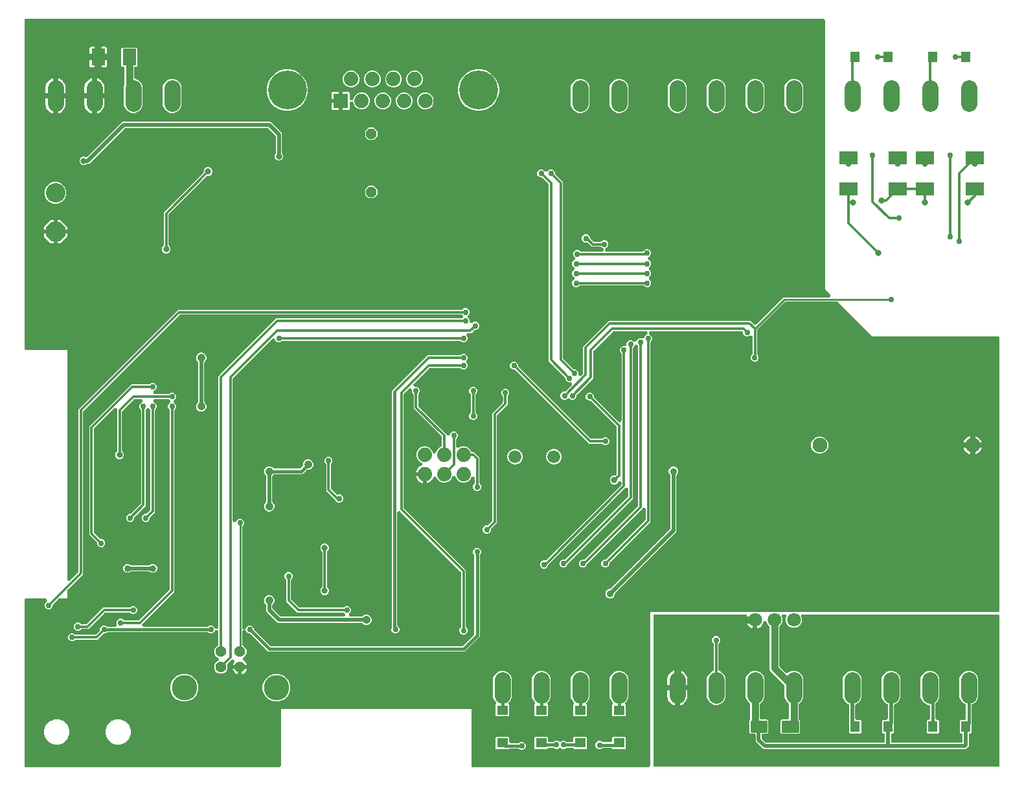
<source format=gbr>
G04 EAGLE Gerber RS-274X export*
G75*
%MOMM*%
%FSLAX34Y34*%
%LPD*%
%INBottom Copper*%
%IPPOS*%
%AMOC8*
5,1,8,0,0,1.08239X$1,22.5*%
G01*
%ADD10C,1.950000*%
%ADD11C,2.540000*%
%ADD12P,2.749271X8X292.500000*%
%ADD13R,1.270000X1.470000*%
%ADD14R,1.470000X1.270000*%
%ADD15R,1.780000X2.160000*%
%ADD16C,0.229500*%
%ADD17R,2.400000X1.800000*%
%ADD18R,1.879600X1.879600*%
%ADD19C,1.879600*%
%ADD20C,5.080000*%
%ADD21C,3.316000*%
%ADD22C,1.428000*%
%ADD23C,1.800000*%
%ADD24C,1.676400*%
%ADD25C,2.095500*%
%ADD26P,1.429621X8X292.500000*%
%ADD27C,0.812800*%
%ADD28C,0.304800*%
%ADD29C,0.965200*%
%ADD30C,0.508000*%
%ADD31C,0.756400*%
%ADD32C,0.914400*%
%ADD33C,0.863600*%
%ADD34C,1.041400*%
%ADD35C,0.406400*%
%ADD36C,0.254000*%

G36*
X342935Y10164D02*
X342935Y10164D01*
X342969Y10162D01*
X343158Y10184D01*
X343349Y10201D01*
X343382Y10210D01*
X343416Y10214D01*
X343599Y10269D01*
X343783Y10319D01*
X343814Y10334D01*
X343847Y10344D01*
X344018Y10431D01*
X344190Y10513D01*
X344218Y10533D01*
X344249Y10548D01*
X344401Y10664D01*
X344556Y10775D01*
X344580Y10800D01*
X344607Y10820D01*
X344736Y10961D01*
X344870Y11097D01*
X344889Y11126D01*
X344913Y11152D01*
X345015Y11313D01*
X345122Y11470D01*
X345136Y11502D01*
X345154Y11531D01*
X345227Y11708D01*
X345304Y11882D01*
X345312Y11916D01*
X345325Y11948D01*
X345365Y12135D01*
X345411Y12320D01*
X345413Y12354D01*
X345420Y12388D01*
X345439Y12700D01*
X345439Y86361D01*
X594361Y86361D01*
X594361Y12700D01*
X594364Y12666D01*
X594362Y12631D01*
X594384Y12442D01*
X594401Y12252D01*
X594410Y12218D01*
X594414Y12184D01*
X594469Y12001D01*
X594519Y11817D01*
X594534Y11786D01*
X594544Y11753D01*
X594631Y11582D01*
X594713Y11411D01*
X594733Y11382D01*
X594748Y11351D01*
X594864Y11199D01*
X594975Y11044D01*
X595000Y11020D01*
X595020Y10993D01*
X595161Y10864D01*
X595297Y10730D01*
X595326Y10711D01*
X595352Y10688D01*
X595513Y10585D01*
X595670Y10478D01*
X595702Y10464D01*
X595731Y10446D01*
X595908Y10373D01*
X596082Y10296D01*
X596116Y10288D01*
X596148Y10275D01*
X596335Y10235D01*
X596520Y10189D01*
X596554Y10187D01*
X596588Y10180D01*
X596900Y10161D01*
X825500Y10161D01*
X825535Y10164D01*
X825569Y10162D01*
X825758Y10184D01*
X825949Y10201D01*
X825982Y10210D01*
X826016Y10214D01*
X826199Y10269D01*
X826383Y10319D01*
X826414Y10334D01*
X826447Y10344D01*
X826618Y10431D01*
X826790Y10513D01*
X826818Y10533D01*
X826849Y10548D01*
X827001Y10664D01*
X827156Y10775D01*
X827180Y10800D01*
X827207Y10820D01*
X827336Y10961D01*
X827470Y11097D01*
X827489Y11126D01*
X827513Y11152D01*
X827615Y11313D01*
X827722Y11470D01*
X827736Y11502D01*
X827754Y11531D01*
X827827Y11708D01*
X827904Y11882D01*
X827912Y11916D01*
X827925Y11948D01*
X827965Y12135D01*
X828011Y12320D01*
X828013Y12354D01*
X828020Y12388D01*
X828039Y12700D01*
X828039Y213361D01*
X961723Y213361D01*
X961839Y213371D01*
X961956Y213372D01*
X962063Y213391D01*
X962171Y213401D01*
X962284Y213431D01*
X962399Y213452D01*
X962545Y213503D01*
X962606Y213519D01*
X962638Y213535D01*
X962694Y213554D01*
X963107Y213725D01*
X967293Y213725D01*
X967706Y213554D01*
X967817Y213519D01*
X967925Y213475D01*
X968031Y213452D01*
X968135Y213419D01*
X968251Y213405D01*
X968365Y213380D01*
X968519Y213371D01*
X968582Y213363D01*
X968618Y213364D01*
X968677Y213361D01*
X987123Y213361D01*
X987239Y213371D01*
X987356Y213372D01*
X987463Y213391D01*
X987571Y213401D01*
X987684Y213431D01*
X987799Y213452D01*
X987945Y213503D01*
X988006Y213519D01*
X988038Y213535D01*
X988094Y213554D01*
X988507Y213725D01*
X992693Y213725D01*
X993106Y213554D01*
X993217Y213519D01*
X993325Y213475D01*
X993431Y213452D01*
X993535Y213419D01*
X993651Y213405D01*
X993765Y213380D01*
X993919Y213371D01*
X993982Y213363D01*
X994018Y213364D01*
X994077Y213361D01*
X1012523Y213361D01*
X1012639Y213371D01*
X1012756Y213372D01*
X1012863Y213391D01*
X1012971Y213401D01*
X1013084Y213431D01*
X1013199Y213452D01*
X1013345Y213503D01*
X1013406Y213519D01*
X1013438Y213535D01*
X1013494Y213554D01*
X1013907Y213725D01*
X1018093Y213725D01*
X1018506Y213554D01*
X1018617Y213519D01*
X1018725Y213475D01*
X1018831Y213452D01*
X1018935Y213419D01*
X1019051Y213405D01*
X1019165Y213380D01*
X1019319Y213371D01*
X1019382Y213363D01*
X1019418Y213364D01*
X1019477Y213361D01*
X1282500Y213361D01*
X1282535Y213364D01*
X1282569Y213362D01*
X1282758Y213384D01*
X1282949Y213401D01*
X1282982Y213410D01*
X1283016Y213414D01*
X1283199Y213469D01*
X1283383Y213519D01*
X1283414Y213534D01*
X1283447Y213544D01*
X1283618Y213631D01*
X1283790Y213713D01*
X1283818Y213733D01*
X1283849Y213748D01*
X1284001Y213864D01*
X1284156Y213975D01*
X1284180Y214000D01*
X1284207Y214020D01*
X1284336Y214161D01*
X1284470Y214297D01*
X1284489Y214326D01*
X1284513Y214352D01*
X1284615Y214513D01*
X1284722Y214670D01*
X1284736Y214702D01*
X1284754Y214731D01*
X1284827Y214908D01*
X1284904Y215082D01*
X1284912Y215116D01*
X1284925Y215148D01*
X1284965Y215335D01*
X1285011Y215520D01*
X1285013Y215554D01*
X1285020Y215588D01*
X1285039Y215900D01*
X1285039Y571500D01*
X1285036Y571535D01*
X1285038Y571569D01*
X1285016Y571758D01*
X1284999Y571949D01*
X1284990Y571982D01*
X1284986Y572016D01*
X1284931Y572199D01*
X1284881Y572383D01*
X1284866Y572414D01*
X1284856Y572447D01*
X1284769Y572618D01*
X1284687Y572790D01*
X1284667Y572818D01*
X1284652Y572849D01*
X1284536Y573001D01*
X1284425Y573156D01*
X1284400Y573180D01*
X1284380Y573207D01*
X1284240Y573336D01*
X1284103Y573470D01*
X1284074Y573489D01*
X1284048Y573513D01*
X1283887Y573615D01*
X1283730Y573722D01*
X1283698Y573736D01*
X1283669Y573754D01*
X1283492Y573827D01*
X1283318Y573904D01*
X1283284Y573912D01*
X1283252Y573925D01*
X1283065Y573965D01*
X1282880Y574011D01*
X1282846Y574013D01*
X1282812Y574020D01*
X1282500Y574039D01*
X1118652Y574039D01*
X1073930Y618762D01*
X1073803Y618867D01*
X1073682Y618979D01*
X1073631Y619011D01*
X1073584Y619050D01*
X1073441Y619132D01*
X1073303Y619220D01*
X1073246Y619244D01*
X1073193Y619274D01*
X1073038Y619329D01*
X1072886Y619391D01*
X1072826Y619404D01*
X1072769Y619425D01*
X1072607Y619451D01*
X1072446Y619486D01*
X1072369Y619491D01*
X1072325Y619498D01*
X1072264Y619497D01*
X1072134Y619505D01*
X1005509Y619505D01*
X1005346Y619491D01*
X1005181Y619484D01*
X1005122Y619471D01*
X1005061Y619465D01*
X1004902Y619422D01*
X1004742Y619386D01*
X1004685Y619363D01*
X1004627Y619347D01*
X1004478Y619276D01*
X1004326Y619213D01*
X1004275Y619180D01*
X1004220Y619153D01*
X1004086Y619058D01*
X1003948Y618968D01*
X1003890Y618917D01*
X1003854Y618891D01*
X1003811Y618848D01*
X1003714Y618762D01*
X968992Y584040D01*
X968887Y583914D01*
X968775Y583793D01*
X968743Y583742D01*
X968704Y583695D01*
X968622Y583552D01*
X968534Y583413D01*
X968510Y583357D01*
X968480Y583304D01*
X968425Y583149D01*
X968363Y582997D01*
X968350Y582937D01*
X968329Y582880D01*
X968303Y582717D01*
X968268Y582557D01*
X968263Y582480D01*
X968256Y582435D01*
X968257Y582374D01*
X968249Y582245D01*
X968249Y551128D01*
X968263Y550964D01*
X968270Y550800D01*
X968283Y550740D01*
X968289Y550679D01*
X968332Y550521D01*
X968368Y550360D01*
X968391Y550304D01*
X968407Y550245D01*
X968478Y550097D01*
X968541Y549945D01*
X968574Y549893D01*
X968601Y549838D01*
X968696Y549705D01*
X968786Y549567D01*
X968837Y549509D01*
X968863Y549472D01*
X968906Y549430D01*
X968992Y549332D01*
X969219Y549106D01*
X970027Y547156D01*
X970027Y545044D01*
X969219Y543094D01*
X967726Y541601D01*
X965776Y540793D01*
X963664Y540793D01*
X961714Y541601D01*
X960221Y543094D01*
X959413Y545044D01*
X959413Y547156D01*
X960221Y549106D01*
X961408Y550292D01*
X961513Y550419D01*
X961625Y550539D01*
X961657Y550591D01*
X961696Y550638D01*
X961778Y550780D01*
X961866Y550919D01*
X961890Y550976D01*
X961920Y551029D01*
X961975Y551184D01*
X962037Y551336D01*
X962050Y551395D01*
X962071Y551453D01*
X962097Y551615D01*
X962132Y551776D01*
X962137Y551853D01*
X962144Y551897D01*
X962143Y551958D01*
X962151Y552088D01*
X962151Y572596D01*
X962140Y572726D01*
X962138Y572856D01*
X962120Y572949D01*
X962111Y573045D01*
X962077Y573170D01*
X962052Y573298D01*
X962018Y573387D01*
X961993Y573479D01*
X961937Y573597D01*
X961890Y573718D01*
X961840Y573800D01*
X961799Y573886D01*
X961724Y573991D01*
X961656Y574103D01*
X961593Y574174D01*
X961537Y574252D01*
X961444Y574343D01*
X961358Y574440D01*
X961283Y574499D01*
X961215Y574566D01*
X961107Y574639D01*
X961005Y574719D01*
X960921Y574764D01*
X960842Y574818D01*
X960723Y574871D01*
X960608Y574932D01*
X960517Y574962D01*
X960430Y575000D01*
X960303Y575031D01*
X960180Y575071D01*
X960085Y575084D01*
X959992Y575107D01*
X959863Y575115D01*
X959733Y575132D01*
X959638Y575129D01*
X959543Y575134D01*
X959413Y575119D01*
X959284Y575114D01*
X959191Y575093D01*
X959096Y575082D01*
X958971Y575045D01*
X958844Y575016D01*
X958756Y574980D01*
X958665Y574952D01*
X958549Y574893D01*
X958429Y574843D01*
X958348Y574791D01*
X958263Y574748D01*
X958160Y574669D01*
X958156Y574667D01*
X956096Y573813D01*
X953984Y573813D01*
X952034Y574621D01*
X950541Y576114D01*
X949733Y578064D01*
X949733Y578612D01*
X949730Y578647D01*
X949732Y578681D01*
X949710Y578870D01*
X949693Y579061D01*
X949684Y579094D01*
X949680Y579128D01*
X949625Y579311D01*
X949575Y579495D01*
X949560Y579526D01*
X949550Y579559D01*
X949463Y579730D01*
X949381Y579902D01*
X949361Y579930D01*
X949346Y579961D01*
X949230Y580113D01*
X949119Y580268D01*
X949094Y580292D01*
X949074Y580319D01*
X948934Y580448D01*
X948797Y580582D01*
X948768Y580601D01*
X948742Y580625D01*
X948581Y580727D01*
X948424Y580834D01*
X948392Y580848D01*
X948363Y580866D01*
X948186Y580939D01*
X948012Y581016D01*
X947978Y581024D01*
X947946Y581037D01*
X947759Y581077D01*
X947574Y581123D01*
X947540Y581125D01*
X947506Y581132D01*
X947194Y581151D01*
X828833Y581151D01*
X828656Y581136D01*
X828478Y581126D01*
X828432Y581116D01*
X828384Y581111D01*
X828213Y581065D01*
X828040Y581024D01*
X827996Y581005D01*
X827950Y580993D01*
X827790Y580917D01*
X827626Y580846D01*
X827586Y580820D01*
X827543Y580799D01*
X827399Y580696D01*
X827250Y580598D01*
X827216Y580565D01*
X827177Y580537D01*
X827053Y580410D01*
X826925Y580287D01*
X826896Y580249D01*
X826863Y580215D01*
X826763Y580067D01*
X826659Y579924D01*
X826638Y579881D01*
X826611Y579842D01*
X826539Y579679D01*
X826461Y579520D01*
X826448Y579474D01*
X826429Y579430D01*
X826387Y579257D01*
X826338Y579086D01*
X826333Y579039D01*
X826322Y578992D01*
X826311Y578815D01*
X826293Y578638D01*
X826297Y578591D01*
X826294Y578543D01*
X826315Y578366D01*
X826329Y578189D01*
X826341Y578143D01*
X826346Y578096D01*
X826398Y577925D01*
X826443Y577754D01*
X826463Y577710D01*
X826477Y577665D01*
X826557Y577506D01*
X826632Y577345D01*
X826659Y577306D01*
X826681Y577263D01*
X826788Y577122D01*
X826890Y576976D01*
X826924Y576943D01*
X826953Y576905D01*
X827084Y576784D01*
X827210Y576659D01*
X827249Y576632D01*
X827284Y576600D01*
X827434Y576504D01*
X827580Y576403D01*
X827633Y576377D01*
X827664Y576358D01*
X827722Y576334D01*
X827861Y576266D01*
X828506Y575999D01*
X829999Y574506D01*
X830807Y572556D01*
X830807Y570444D01*
X829999Y568494D01*
X829292Y567788D01*
X829187Y567661D01*
X829075Y567541D01*
X829043Y567489D01*
X829004Y567442D01*
X828922Y567300D01*
X828834Y567161D01*
X828810Y567104D01*
X828780Y567051D01*
X828725Y566896D01*
X828663Y566744D01*
X828650Y566684D01*
X828629Y566627D01*
X828603Y566465D01*
X828568Y566304D01*
X828563Y566227D01*
X828556Y566183D01*
X828557Y566122D01*
X828549Y565992D01*
X828549Y331477D01*
X775670Y278599D01*
X775565Y278473D01*
X775453Y278352D01*
X775421Y278300D01*
X775382Y278254D01*
X775300Y278111D01*
X775212Y277972D01*
X775188Y277915D01*
X775158Y277863D01*
X775103Y277708D01*
X775041Y277555D01*
X775028Y277496D01*
X775007Y277438D01*
X774981Y277276D01*
X774961Y277187D01*
X774955Y277162D01*
X774955Y277158D01*
X774946Y277115D01*
X774941Y277038D01*
X774934Y276994D01*
X774935Y276933D01*
X774927Y276803D01*
X774927Y275804D01*
X774119Y273854D01*
X772626Y272361D01*
X770676Y271553D01*
X768564Y271553D01*
X766614Y272361D01*
X765121Y273854D01*
X764313Y275804D01*
X764313Y277916D01*
X765121Y279866D01*
X766614Y281359D01*
X768564Y282167D01*
X769563Y282167D01*
X769727Y282181D01*
X769891Y282188D01*
X769951Y282201D01*
X770012Y282207D01*
X770171Y282250D01*
X770331Y282286D01*
X770387Y282309D01*
X770446Y282325D01*
X770594Y282396D01*
X770747Y282459D01*
X770798Y282492D01*
X770853Y282519D01*
X770986Y282614D01*
X771125Y282704D01*
X771183Y282755D01*
X771219Y282781D01*
X771261Y282824D01*
X771359Y282910D01*
X821708Y333259D01*
X821813Y333385D01*
X821925Y333506D01*
X821957Y333558D01*
X821996Y333604D01*
X822078Y333747D01*
X822166Y333886D01*
X822190Y333943D01*
X822220Y333995D01*
X822275Y334150D01*
X822337Y334303D01*
X822350Y334362D01*
X822371Y334420D01*
X822397Y334582D01*
X822432Y334743D01*
X822437Y334820D01*
X822444Y334864D01*
X822443Y334925D01*
X822451Y335055D01*
X822451Y347189D01*
X822440Y347319D01*
X822438Y347449D01*
X822420Y347543D01*
X822411Y347638D01*
X822377Y347763D01*
X822352Y347891D01*
X822318Y347980D01*
X822293Y348072D01*
X822237Y348189D01*
X822190Y348311D01*
X822140Y348393D01*
X822099Y348479D01*
X822024Y348584D01*
X821956Y348696D01*
X821893Y348767D01*
X821837Y348845D01*
X821744Y348936D01*
X821658Y349033D01*
X821583Y349092D01*
X821515Y349159D01*
X821407Y349232D01*
X821305Y349313D01*
X821221Y349358D01*
X821142Y349411D01*
X821023Y349464D01*
X820908Y349525D01*
X820817Y349555D01*
X820730Y349593D01*
X820603Y349624D01*
X820480Y349664D01*
X820385Y349677D01*
X820292Y349700D01*
X820163Y349708D01*
X820034Y349726D01*
X819938Y349722D01*
X819843Y349728D01*
X819714Y349713D01*
X819584Y349707D01*
X819491Y349687D01*
X819396Y349676D01*
X819271Y349638D01*
X819144Y349610D01*
X819056Y349573D01*
X818965Y349545D01*
X818849Y349486D01*
X818729Y349436D01*
X818648Y349384D01*
X818563Y349341D01*
X818460Y349263D01*
X818351Y349192D01*
X818253Y349106D01*
X818205Y349069D01*
X818174Y349036D01*
X818116Y348985D01*
X746354Y277223D01*
X746249Y277097D01*
X746137Y276976D01*
X746105Y276924D01*
X746066Y276878D01*
X745984Y276735D01*
X745896Y276596D01*
X745872Y276539D01*
X745842Y276487D01*
X745787Y276332D01*
X745725Y276179D01*
X745712Y276120D01*
X745691Y276062D01*
X745674Y275957D01*
X744803Y273854D01*
X743310Y272361D01*
X741360Y271553D01*
X739248Y271553D01*
X737298Y272361D01*
X735805Y273854D01*
X734997Y275804D01*
X734997Y277916D01*
X735805Y279866D01*
X737298Y281359D01*
X739248Y282167D01*
X741623Y282167D01*
X741787Y282181D01*
X741951Y282188D01*
X742011Y282201D01*
X742072Y282207D01*
X742231Y282250D01*
X742391Y282286D01*
X742447Y282309D01*
X742506Y282325D01*
X742654Y282396D01*
X742807Y282459D01*
X742858Y282492D01*
X742913Y282519D01*
X743046Y282614D01*
X743185Y282704D01*
X743243Y282755D01*
X743279Y282781D01*
X743321Y282824D01*
X743419Y282910D01*
X811548Y351039D01*
X811653Y351165D01*
X811765Y351286D01*
X811797Y351338D01*
X811836Y351384D01*
X811918Y351527D01*
X812006Y351666D01*
X812030Y351723D01*
X812060Y351775D01*
X812115Y351930D01*
X812177Y352083D01*
X812190Y352142D01*
X812211Y352200D01*
X812237Y352362D01*
X812272Y352523D01*
X812277Y352600D01*
X812284Y352644D01*
X812283Y352705D01*
X812291Y352835D01*
X812291Y560547D01*
X812276Y560724D01*
X812266Y560902D01*
X812256Y560948D01*
X812251Y560996D01*
X812205Y561167D01*
X812164Y561340D01*
X812145Y561384D01*
X812133Y561430D01*
X812057Y561590D01*
X811986Y561754D01*
X811960Y561794D01*
X811939Y561837D01*
X811836Y561981D01*
X811738Y562130D01*
X811705Y562164D01*
X811677Y562203D01*
X811550Y562327D01*
X811427Y562455D01*
X811389Y562484D01*
X811355Y562517D01*
X811207Y562617D01*
X811064Y562721D01*
X811021Y562742D01*
X810982Y562769D01*
X810819Y562841D01*
X810660Y562919D01*
X810614Y562932D01*
X810570Y562951D01*
X810397Y562993D01*
X810226Y563042D01*
X810179Y563047D01*
X810132Y563058D01*
X809956Y563069D01*
X809778Y563087D01*
X809731Y563083D01*
X809683Y563086D01*
X809506Y563065D01*
X809329Y563051D01*
X809283Y563039D01*
X809236Y563034D01*
X809065Y562982D01*
X808894Y562937D01*
X808850Y562917D01*
X808805Y562903D01*
X808646Y562823D01*
X808485Y562748D01*
X808446Y562721D01*
X808403Y562699D01*
X808262Y562592D01*
X808116Y562490D01*
X808083Y562456D01*
X808045Y562427D01*
X807924Y562296D01*
X807799Y562170D01*
X807772Y562131D01*
X807740Y562096D01*
X807644Y561946D01*
X807543Y561800D01*
X807517Y561747D01*
X807498Y561716D01*
X807474Y561658D01*
X807406Y561519D01*
X807139Y560874D01*
X806432Y560168D01*
X806327Y560041D01*
X806215Y559921D01*
X806183Y559869D01*
X806144Y559822D01*
X806062Y559680D01*
X805974Y559541D01*
X805950Y559484D01*
X805920Y559431D01*
X805865Y559276D01*
X805803Y559124D01*
X805790Y559065D01*
X805769Y559007D01*
X805743Y558845D01*
X805708Y558684D01*
X805703Y558607D01*
X805696Y558563D01*
X805697Y558502D01*
X805689Y558372D01*
X805689Y361957D01*
X720954Y277223D01*
X720849Y277097D01*
X720737Y276976D01*
X720705Y276924D01*
X720666Y276878D01*
X720584Y276735D01*
X720496Y276596D01*
X720472Y276539D01*
X720442Y276487D01*
X720387Y276332D01*
X720325Y276179D01*
X720312Y276120D01*
X720291Y276062D01*
X720274Y275957D01*
X719403Y273854D01*
X717910Y272361D01*
X715960Y271553D01*
X713848Y271553D01*
X711898Y272361D01*
X710405Y273854D01*
X709597Y275804D01*
X709597Y277916D01*
X710405Y279866D01*
X711898Y281359D01*
X713848Y282167D01*
X716223Y282167D01*
X716387Y282181D01*
X716551Y282188D01*
X716611Y282201D01*
X716672Y282207D01*
X716831Y282250D01*
X716991Y282286D01*
X717047Y282309D01*
X717106Y282325D01*
X717254Y282396D01*
X717407Y282459D01*
X717458Y282492D01*
X717513Y282519D01*
X717646Y282614D01*
X717785Y282704D01*
X717843Y282755D01*
X717879Y282781D01*
X717921Y282824D01*
X718019Y282910D01*
X798848Y363739D01*
X798953Y363865D01*
X799065Y363986D01*
X799097Y364038D01*
X799136Y364084D01*
X799218Y364227D01*
X799306Y364366D01*
X799330Y364423D01*
X799360Y364475D01*
X799415Y364630D01*
X799477Y364783D01*
X799490Y364842D01*
X799511Y364900D01*
X799537Y365062D01*
X799572Y365223D01*
X799577Y365300D01*
X799584Y365344D01*
X799583Y365405D01*
X799591Y365535D01*
X799591Y373859D01*
X799580Y373989D01*
X799578Y374119D01*
X799560Y374213D01*
X799551Y374308D01*
X799517Y374433D01*
X799492Y374561D01*
X799458Y374650D01*
X799433Y374742D01*
X799377Y374859D01*
X799330Y374981D01*
X799280Y375063D01*
X799239Y375149D01*
X799164Y375254D01*
X799096Y375366D01*
X799033Y375437D01*
X798977Y375515D01*
X798884Y375606D01*
X798798Y375703D01*
X798723Y375762D01*
X798655Y375829D01*
X798547Y375902D01*
X798445Y375983D01*
X798361Y376028D01*
X798282Y376081D01*
X798163Y376134D01*
X798048Y376195D01*
X797957Y376225D01*
X797870Y376263D01*
X797743Y376294D01*
X797620Y376334D01*
X797525Y376347D01*
X797432Y376370D01*
X797303Y376378D01*
X797174Y376396D01*
X797078Y376392D01*
X796983Y376398D01*
X796854Y376383D01*
X796724Y376377D01*
X796631Y376357D01*
X796536Y376346D01*
X796411Y376308D01*
X796284Y376280D01*
X796196Y376243D01*
X796105Y376215D01*
X795989Y376156D01*
X795869Y376106D01*
X795788Y376054D01*
X795703Y376011D01*
X795600Y375933D01*
X795491Y375862D01*
X795393Y375776D01*
X795345Y375739D01*
X795314Y375706D01*
X795256Y375655D01*
X695554Y275953D01*
X695449Y275827D01*
X695337Y275706D01*
X695305Y275654D01*
X695266Y275608D01*
X695184Y275465D01*
X695096Y275326D01*
X695072Y275269D01*
X695042Y275217D01*
X694987Y275062D01*
X694925Y274909D01*
X694912Y274850D01*
X694891Y274792D01*
X694874Y274687D01*
X694003Y272584D01*
X692510Y271091D01*
X690560Y270283D01*
X688448Y270283D01*
X686498Y271091D01*
X685005Y272584D01*
X684197Y274534D01*
X684197Y276646D01*
X685005Y278596D01*
X686498Y280089D01*
X688448Y280897D01*
X690823Y280897D01*
X690987Y280911D01*
X691151Y280918D01*
X691211Y280931D01*
X691272Y280937D01*
X691431Y280980D01*
X691591Y281016D01*
X691647Y281039D01*
X691706Y281055D01*
X691854Y281126D01*
X692007Y281189D01*
X692058Y281222D01*
X692113Y281249D01*
X692246Y281344D01*
X692385Y281434D01*
X692443Y281485D01*
X692479Y281511D01*
X692521Y281554D01*
X692619Y281640D01*
X789958Y378979D01*
X790063Y379105D01*
X790175Y379226D01*
X790207Y379278D01*
X790246Y379324D01*
X790328Y379467D01*
X790416Y379606D01*
X790440Y379663D01*
X790470Y379715D01*
X790525Y379870D01*
X790587Y380023D01*
X790600Y380082D01*
X790621Y380140D01*
X790647Y380302D01*
X790682Y380463D01*
X790687Y380539D01*
X790694Y380584D01*
X790693Y380645D01*
X790701Y380775D01*
X790701Y382011D01*
X790686Y382187D01*
X790676Y382365D01*
X790666Y382411D01*
X790661Y382459D01*
X790615Y382631D01*
X790574Y382803D01*
X790555Y382847D01*
X790543Y382893D01*
X790467Y383054D01*
X790396Y383217D01*
X790370Y383257D01*
X790349Y383300D01*
X790246Y383444D01*
X790148Y383593D01*
X790115Y383627D01*
X790087Y383666D01*
X789960Y383790D01*
X789837Y383919D01*
X789799Y383947D01*
X789765Y383980D01*
X789617Y384080D01*
X789474Y384185D01*
X789431Y384205D01*
X789392Y384232D01*
X789229Y384304D01*
X789069Y384382D01*
X789024Y384395D01*
X788980Y384414D01*
X788807Y384457D01*
X788636Y384505D01*
X788589Y384510D01*
X788542Y384521D01*
X788365Y384532D01*
X788188Y384550D01*
X788141Y384546D01*
X788093Y384549D01*
X787917Y384528D01*
X787739Y384514D01*
X787693Y384502D01*
X787646Y384497D01*
X787475Y384445D01*
X787304Y384400D01*
X787261Y384380D01*
X787215Y384366D01*
X787056Y384286D01*
X786895Y384211D01*
X786856Y384184D01*
X786813Y384162D01*
X786672Y384055D01*
X786526Y383953D01*
X786493Y383919D01*
X786455Y383890D01*
X786334Y383759D01*
X786209Y383633D01*
X786182Y383594D01*
X786150Y383559D01*
X786054Y383409D01*
X785953Y383263D01*
X785927Y383210D01*
X785908Y383179D01*
X785884Y383121D01*
X785816Y382982D01*
X785788Y382914D01*
X784216Y381342D01*
X782162Y380491D01*
X779938Y380491D01*
X777884Y381342D01*
X776312Y382914D01*
X775461Y384968D01*
X775461Y387192D01*
X776312Y389246D01*
X777884Y390818D01*
X779938Y391669D01*
X781275Y391669D01*
X781439Y391683D01*
X781603Y391690D01*
X781663Y391703D01*
X781724Y391709D01*
X781883Y391752D01*
X782043Y391788D01*
X782099Y391811D01*
X782158Y391827D01*
X782306Y391898D01*
X782459Y391961D01*
X782510Y391994D01*
X782565Y392021D01*
X782698Y392116D01*
X782837Y392206D01*
X782895Y392257D01*
X782931Y392283D01*
X782973Y392326D01*
X783071Y392412D01*
X783608Y392949D01*
X783713Y393075D01*
X783825Y393196D01*
X783857Y393248D01*
X783896Y393294D01*
X783978Y393437D01*
X784066Y393576D01*
X784090Y393633D01*
X784120Y393685D01*
X784175Y393840D01*
X784237Y393993D01*
X784250Y394052D01*
X784271Y394110D01*
X784297Y394272D01*
X784332Y394433D01*
X784337Y394510D01*
X784344Y394554D01*
X784343Y394615D01*
X784351Y394745D01*
X784351Y454885D01*
X784337Y455049D01*
X784330Y455214D01*
X784317Y455273D01*
X784311Y455334D01*
X784268Y455493D01*
X784232Y455653D01*
X784209Y455709D01*
X784193Y455768D01*
X784122Y455916D01*
X784059Y456069D01*
X784026Y456120D01*
X783999Y456175D01*
X783904Y456308D01*
X783814Y456447D01*
X783763Y456505D01*
X783737Y456541D01*
X783694Y456583D01*
X783608Y456681D01*
X751039Y489250D01*
X750913Y489355D01*
X750792Y489467D01*
X750740Y489499D01*
X750694Y489538D01*
X750551Y489620D01*
X750412Y489708D01*
X750355Y489732D01*
X750303Y489762D01*
X750148Y489817D01*
X749995Y489879D01*
X749936Y489892D01*
X749878Y489913D01*
X749716Y489939D01*
X749555Y489974D01*
X749478Y489979D01*
X749434Y489986D01*
X749373Y489985D01*
X749243Y489993D01*
X748244Y489993D01*
X746294Y490801D01*
X744801Y492294D01*
X743993Y494244D01*
X743993Y496356D01*
X744801Y498306D01*
X746294Y499799D01*
X748244Y500607D01*
X750356Y500607D01*
X752306Y499799D01*
X753799Y498306D01*
X754607Y496356D01*
X754607Y495357D01*
X754621Y495193D01*
X754628Y495029D01*
X754641Y494969D01*
X754647Y494908D01*
X754690Y494749D01*
X754726Y494589D01*
X754749Y494533D01*
X754765Y494474D01*
X754836Y494326D01*
X754899Y494173D01*
X754932Y494122D01*
X754959Y494067D01*
X755054Y493934D01*
X755144Y493795D01*
X755195Y493737D01*
X755221Y493701D01*
X755264Y493659D01*
X755350Y493561D01*
X786366Y462545D01*
X786466Y462462D01*
X786559Y462371D01*
X786639Y462317D01*
X786712Y462256D01*
X786825Y462192D01*
X786932Y462119D01*
X787020Y462080D01*
X787103Y462033D01*
X787225Y461989D01*
X787344Y461937D01*
X787437Y461914D01*
X787527Y461882D01*
X787656Y461861D01*
X787782Y461830D01*
X787877Y461824D01*
X787971Y461808D01*
X788102Y461810D01*
X788231Y461802D01*
X788326Y461813D01*
X788422Y461815D01*
X788549Y461839D01*
X788678Y461854D01*
X788770Y461882D01*
X788864Y461900D01*
X788985Y461947D01*
X789109Y461985D01*
X789194Y462028D01*
X789284Y462062D01*
X789395Y462130D01*
X789511Y462189D01*
X789587Y462247D01*
X789668Y462296D01*
X789766Y462382D01*
X789869Y462461D01*
X789934Y462531D01*
X790006Y462595D01*
X790086Y462696D01*
X790175Y462792D01*
X790226Y462873D01*
X790285Y462948D01*
X790346Y463062D01*
X790416Y463172D01*
X790453Y463260D01*
X790498Y463345D01*
X790538Y463468D01*
X790587Y463588D01*
X790607Y463682D01*
X790637Y463773D01*
X790655Y463901D01*
X790682Y464029D01*
X790690Y464158D01*
X790698Y464219D01*
X790697Y464264D01*
X790701Y464341D01*
X790701Y550752D01*
X790687Y550916D01*
X790680Y551080D01*
X790667Y551140D01*
X790661Y551201D01*
X790618Y551359D01*
X790582Y551520D01*
X790559Y551576D01*
X790543Y551635D01*
X790472Y551783D01*
X790409Y551935D01*
X790376Y551987D01*
X790349Y552042D01*
X790254Y552175D01*
X790164Y552313D01*
X790113Y552371D01*
X790087Y552408D01*
X790044Y552450D01*
X789958Y552548D01*
X789251Y553254D01*
X788443Y555204D01*
X788443Y557316D01*
X789251Y559266D01*
X790744Y560759D01*
X792694Y561567D01*
X794794Y561567D01*
X794829Y561570D01*
X794863Y561568D01*
X795052Y561590D01*
X795243Y561607D01*
X795276Y561616D01*
X795310Y561620D01*
X795493Y561675D01*
X795677Y561725D01*
X795708Y561740D01*
X795741Y561750D01*
X795912Y561837D01*
X796084Y561919D01*
X796112Y561939D01*
X796143Y561954D01*
X796295Y562070D01*
X796450Y562181D01*
X796474Y562206D01*
X796501Y562226D01*
X796630Y562366D01*
X796764Y562503D01*
X796783Y562532D01*
X796807Y562558D01*
X796909Y562719D01*
X797016Y562876D01*
X797030Y562908D01*
X797048Y562937D01*
X797121Y563114D01*
X797198Y563288D01*
X797206Y563322D01*
X797219Y563354D01*
X797259Y563541D01*
X797305Y563726D01*
X797307Y563760D01*
X797314Y563794D01*
X797333Y564106D01*
X797333Y564936D01*
X798141Y566886D01*
X799634Y568379D01*
X801584Y569187D01*
X803696Y569187D01*
X805646Y568379D01*
X806326Y567699D01*
X806389Y567646D01*
X806446Y567587D01*
X806561Y567502D01*
X806671Y567410D01*
X806743Y567369D01*
X806809Y567321D01*
X806937Y567258D01*
X807062Y567187D01*
X807140Y567159D01*
X807214Y567123D01*
X807351Y567084D01*
X807486Y567036D01*
X807567Y567023D01*
X807647Y567000D01*
X807790Y566986D01*
X807930Y566963D01*
X808013Y566964D01*
X808095Y566956D01*
X808238Y566967D01*
X808381Y566969D01*
X808462Y566984D01*
X808544Y566991D01*
X808682Y567027D01*
X808823Y567054D01*
X808899Y567084D01*
X808979Y567105D01*
X809109Y567165D01*
X809243Y567217D01*
X809313Y567259D01*
X809388Y567294D01*
X809505Y567376D01*
X809627Y567450D01*
X809689Y567505D01*
X809757Y567552D01*
X809858Y567654D01*
X809965Y567749D01*
X810016Y567813D01*
X810074Y567872D01*
X810155Y567989D01*
X810244Y568102D01*
X810283Y568174D01*
X810330Y568242D01*
X810438Y568464D01*
X810457Y568499D01*
X810460Y568509D01*
X810467Y568523D01*
X810841Y569426D01*
X812334Y570919D01*
X814284Y571727D01*
X816396Y571727D01*
X816998Y571477D01*
X817031Y571467D01*
X817062Y571452D01*
X817245Y571400D01*
X817428Y571342D01*
X817462Y571338D01*
X817495Y571329D01*
X817685Y571310D01*
X817874Y571286D01*
X817909Y571287D01*
X817944Y571284D01*
X818134Y571299D01*
X818324Y571309D01*
X818358Y571317D01*
X818392Y571319D01*
X818577Y571368D01*
X818763Y571411D01*
X818794Y571424D01*
X818828Y571433D01*
X819001Y571513D01*
X819176Y571589D01*
X819205Y571608D01*
X819237Y571622D01*
X819393Y571732D01*
X819552Y571837D01*
X819577Y571861D01*
X819605Y571881D01*
X819740Y572016D01*
X819878Y572148D01*
X819898Y572176D01*
X819923Y572200D01*
X820031Y572357D01*
X820144Y572511D01*
X820159Y572542D01*
X820179Y572571D01*
X820316Y572851D01*
X821001Y574506D01*
X822494Y575999D01*
X823139Y576266D01*
X823297Y576348D01*
X823457Y576425D01*
X823496Y576452D01*
X823538Y576475D01*
X823678Y576583D01*
X823823Y576687D01*
X823856Y576721D01*
X823894Y576750D01*
X824013Y576882D01*
X824137Y577009D01*
X824164Y577049D01*
X824196Y577085D01*
X824290Y577235D01*
X824389Y577382D01*
X824408Y577426D01*
X824434Y577467D01*
X824500Y577632D01*
X824571Y577794D01*
X824583Y577841D01*
X824600Y577885D01*
X824636Y578059D01*
X824678Y578232D01*
X824681Y578279D01*
X824691Y578326D01*
X824695Y578504D01*
X824706Y578681D01*
X824700Y578729D01*
X824701Y578776D01*
X824674Y578952D01*
X824654Y579128D01*
X824640Y579174D01*
X824632Y579221D01*
X824575Y579389D01*
X824523Y579559D01*
X824502Y579602D01*
X824486Y579647D01*
X824400Y579802D01*
X824319Y579961D01*
X824290Y579999D01*
X824267Y580040D01*
X824154Y580178D01*
X824047Y580319D01*
X824012Y580352D01*
X823982Y580389D01*
X823847Y580504D01*
X823716Y580625D01*
X823675Y580650D01*
X823639Y580681D01*
X823486Y580771D01*
X823336Y580866D01*
X823292Y580885D01*
X823251Y580909D01*
X823084Y580970D01*
X822920Y581037D01*
X822873Y581047D01*
X822828Y581064D01*
X822653Y581095D01*
X822479Y581132D01*
X822420Y581136D01*
X822384Y581142D01*
X822321Y581142D01*
X822167Y581151D01*
X780825Y581151D01*
X780661Y581137D01*
X780497Y581130D01*
X780437Y581117D01*
X780376Y581111D01*
X780217Y581068D01*
X780057Y581032D01*
X780001Y581009D01*
X779942Y580993D01*
X779794Y580922D01*
X779641Y580859D01*
X779590Y580826D01*
X779535Y580799D01*
X779402Y580704D01*
X779263Y580614D01*
X779205Y580563D01*
X779169Y580537D01*
X779127Y580494D01*
X779029Y580408D01*
X754362Y555741D01*
X754257Y555615D01*
X754145Y555494D01*
X754113Y555442D01*
X754074Y555396D01*
X753992Y555253D01*
X753904Y555114D01*
X753880Y555057D01*
X753850Y555005D01*
X753795Y554850D01*
X753733Y554697D01*
X753720Y554638D01*
X753699Y554580D01*
X753673Y554418D01*
X753638Y554257D01*
X753633Y554180D01*
X753626Y554136D01*
X753627Y554075D01*
X753619Y553945D01*
X753619Y519207D01*
X732720Y498309D01*
X732615Y498183D01*
X732503Y498062D01*
X732471Y498010D01*
X732432Y497964D01*
X732350Y497821D01*
X732262Y497682D01*
X732238Y497625D01*
X732208Y497573D01*
X732153Y497418D01*
X732091Y497265D01*
X732078Y497206D01*
X732057Y497148D01*
X732031Y496986D01*
X731996Y496825D01*
X731991Y496748D01*
X731984Y496704D01*
X731985Y496643D01*
X731977Y496513D01*
X731977Y495514D01*
X731169Y493564D01*
X729676Y492071D01*
X727726Y491263D01*
X725614Y491263D01*
X723664Y492071D01*
X723271Y492465D01*
X723244Y492487D01*
X723221Y492513D01*
X723072Y492631D01*
X722925Y492754D01*
X722895Y492771D01*
X722868Y492792D01*
X722700Y492882D01*
X722534Y492977D01*
X722502Y492989D01*
X722471Y493005D01*
X722290Y493064D01*
X722110Y493128D01*
X722076Y493133D01*
X722043Y493144D01*
X721854Y493170D01*
X721666Y493201D01*
X721631Y493201D01*
X721597Y493205D01*
X721406Y493198D01*
X721216Y493195D01*
X721182Y493188D01*
X721147Y493187D01*
X720961Y493146D01*
X720773Y493110D01*
X720741Y493097D01*
X720707Y493090D01*
X720531Y493016D01*
X720353Y492947D01*
X720324Y492929D01*
X720292Y492916D01*
X720132Y492812D01*
X719969Y492713D01*
X719943Y492690D01*
X719914Y492672D01*
X719679Y492465D01*
X719286Y492071D01*
X717336Y491263D01*
X715224Y491263D01*
X713274Y492071D01*
X711781Y493564D01*
X710973Y495514D01*
X710973Y497626D01*
X711781Y499576D01*
X713274Y501069D01*
X715224Y501877D01*
X716223Y501877D01*
X716387Y501891D01*
X716551Y501898D01*
X716611Y501911D01*
X716672Y501917D01*
X716831Y501960D01*
X716991Y501996D01*
X717047Y502019D01*
X717106Y502035D01*
X717255Y502106D01*
X717406Y502169D01*
X717458Y502202D01*
X717513Y502229D01*
X717646Y502324D01*
X717785Y502414D01*
X717843Y502465D01*
X717879Y502491D01*
X717921Y502534D01*
X718019Y502620D01*
X725111Y509712D01*
X725194Y509812D01*
X725285Y509905D01*
X725338Y509985D01*
X725400Y510058D01*
X725464Y510170D01*
X725537Y510278D01*
X725576Y510366D01*
X725623Y510449D01*
X725667Y510571D01*
X725719Y510690D01*
X725742Y510783D01*
X725774Y510873D01*
X725795Y511001D01*
X725826Y511127D01*
X725832Y511223D01*
X725847Y511317D01*
X725846Y511447D01*
X725854Y511577D01*
X725842Y511672D01*
X725841Y511767D01*
X725816Y511895D01*
X725801Y512024D01*
X725774Y512116D01*
X725756Y512209D01*
X725709Y512331D01*
X725671Y512455D01*
X725628Y512540D01*
X725593Y512629D01*
X725526Y512741D01*
X725467Y512856D01*
X725409Y512932D01*
X725359Y513014D01*
X725273Y513112D01*
X725195Y513215D01*
X725125Y513280D01*
X725061Y513352D01*
X724959Y513432D01*
X724864Y513520D01*
X724783Y513572D01*
X724708Y513631D01*
X724594Y513692D01*
X724484Y513762D01*
X724395Y513798D01*
X724311Y513844D01*
X724188Y513884D01*
X724067Y513933D01*
X723974Y513953D01*
X723883Y513983D01*
X723754Y514000D01*
X723627Y514028D01*
X723497Y514036D01*
X723437Y514044D01*
X723392Y514042D01*
X723315Y514047D01*
X721498Y514047D01*
X719548Y514855D01*
X718055Y516348D01*
X717247Y518298D01*
X717247Y519297D01*
X717233Y519461D01*
X717226Y519625D01*
X717213Y519685D01*
X717207Y519746D01*
X717164Y519905D01*
X717128Y520065D01*
X717105Y520121D01*
X717089Y520180D01*
X717018Y520328D01*
X716955Y520480D01*
X716921Y520532D01*
X716895Y520587D01*
X716800Y520720D01*
X716710Y520859D01*
X716659Y520916D01*
X716633Y520953D01*
X716589Y520995D01*
X716503Y521093D01*
X695451Y542145D01*
X695451Y772385D01*
X695437Y772549D01*
X695430Y772713D01*
X695417Y772773D01*
X695411Y772834D01*
X695368Y772993D01*
X695332Y773153D01*
X695309Y773209D01*
X695293Y773268D01*
X695222Y773416D01*
X695159Y773569D01*
X695126Y773620D01*
X695099Y773675D01*
X695004Y773808D01*
X694914Y773947D01*
X694863Y774005D01*
X694837Y774041D01*
X694794Y774083D01*
X694708Y774181D01*
X687539Y781350D01*
X687413Y781455D01*
X687292Y781567D01*
X687240Y781599D01*
X687194Y781638D01*
X687051Y781720D01*
X686912Y781808D01*
X686855Y781832D01*
X686803Y781862D01*
X686648Y781917D01*
X686495Y781979D01*
X686436Y781992D01*
X686378Y782013D01*
X686216Y782039D01*
X686055Y782074D01*
X685978Y782079D01*
X685934Y782086D01*
X685873Y782085D01*
X685743Y782093D01*
X684744Y782093D01*
X682794Y782901D01*
X681301Y784394D01*
X680493Y786344D01*
X680493Y788456D01*
X681301Y790406D01*
X682794Y791899D01*
X684744Y792707D01*
X686856Y792707D01*
X688806Y791899D01*
X690354Y790350D01*
X690381Y790328D01*
X690404Y790302D01*
X690553Y790184D01*
X690700Y790061D01*
X690730Y790044D01*
X690757Y790023D01*
X690926Y789932D01*
X691091Y789838D01*
X691123Y789827D01*
X691154Y789810D01*
X691335Y789751D01*
X691515Y789687D01*
X691549Y789682D01*
X691582Y789671D01*
X691771Y789645D01*
X691959Y789614D01*
X691994Y789614D01*
X692028Y789610D01*
X692219Y789617D01*
X692410Y789620D01*
X692444Y789627D01*
X692478Y789628D01*
X692664Y789669D01*
X692852Y789705D01*
X692884Y789718D01*
X692918Y789725D01*
X693093Y789799D01*
X693272Y789868D01*
X693301Y789886D01*
X693333Y789899D01*
X693493Y790003D01*
X693656Y790102D01*
X693682Y790125D01*
X693711Y790143D01*
X693946Y790350D01*
X695494Y791899D01*
X697444Y792707D01*
X699556Y792707D01*
X701506Y791899D01*
X702999Y790406D01*
X703807Y788456D01*
X703807Y787457D01*
X703821Y787293D01*
X703828Y787129D01*
X703841Y787069D01*
X703847Y787008D01*
X703890Y786849D01*
X703926Y786689D01*
X703949Y786633D01*
X703965Y786574D01*
X704036Y786426D01*
X704099Y786273D01*
X704132Y786222D01*
X704159Y786167D01*
X704254Y786034D01*
X704344Y785895D01*
X704395Y785837D01*
X704421Y785801D01*
X704464Y785759D01*
X704550Y785661D01*
X714249Y775963D01*
X714249Y545875D01*
X714263Y545711D01*
X714270Y545547D01*
X714283Y545487D01*
X714289Y545426D01*
X714332Y545267D01*
X714368Y545107D01*
X714391Y545051D01*
X714407Y544992D01*
X714478Y544844D01*
X714541Y544691D01*
X714574Y544640D01*
X714601Y544585D01*
X714696Y544452D01*
X714786Y544313D01*
X714837Y544255D01*
X714863Y544219D01*
X714906Y544177D01*
X714992Y544079D01*
X727241Y531830D01*
X727367Y531725D01*
X727488Y531613D01*
X727540Y531581D01*
X727586Y531542D01*
X727729Y531460D01*
X727868Y531372D01*
X727925Y531348D01*
X727977Y531318D01*
X728132Y531263D01*
X728285Y531201D01*
X728344Y531188D01*
X728402Y531167D01*
X728564Y531141D01*
X728725Y531106D01*
X728802Y531101D01*
X728846Y531094D01*
X728907Y531095D01*
X729037Y531087D01*
X730036Y531087D01*
X731986Y530279D01*
X733479Y528786D01*
X734287Y526836D01*
X734287Y525019D01*
X734298Y524889D01*
X734300Y524759D01*
X734318Y524665D01*
X734327Y524570D01*
X734361Y524444D01*
X734386Y524317D01*
X734420Y524228D01*
X734445Y524136D01*
X734501Y524018D01*
X734548Y523897D01*
X734598Y523815D01*
X734639Y523729D01*
X734714Y523623D01*
X734782Y523512D01*
X734845Y523441D01*
X734901Y523363D01*
X734994Y523272D01*
X735080Y523175D01*
X735155Y523116D01*
X735223Y523049D01*
X735331Y522976D01*
X735433Y522895D01*
X735517Y522850D01*
X735596Y522797D01*
X735715Y522744D01*
X735830Y522683D01*
X735921Y522653D01*
X736008Y522615D01*
X736135Y522584D01*
X736258Y522544D01*
X736353Y522531D01*
X736446Y522508D01*
X736575Y522500D01*
X736704Y522482D01*
X736800Y522486D01*
X736895Y522480D01*
X737024Y522495D01*
X737154Y522501D01*
X737247Y522521D01*
X737342Y522532D01*
X737467Y522570D01*
X737594Y522598D01*
X737682Y522635D01*
X737773Y522663D01*
X737889Y522722D01*
X738009Y522772D01*
X738089Y522824D01*
X738175Y522867D01*
X738278Y522946D01*
X738387Y523016D01*
X738485Y523102D01*
X738533Y523139D01*
X738564Y523172D01*
X738622Y523223D01*
X739666Y524267D01*
X739771Y524393D01*
X739883Y524514D01*
X739915Y524566D01*
X739954Y524613D01*
X740036Y524755D01*
X740124Y524894D01*
X740148Y524950D01*
X740178Y525003D01*
X740233Y525158D01*
X740295Y525311D01*
X740308Y525370D01*
X740329Y525428D01*
X740355Y525590D01*
X740390Y525751D01*
X740395Y525828D01*
X740402Y525872D01*
X740401Y525933D01*
X740409Y526063D01*
X740409Y560687D01*
X774083Y594361D01*
X959351Y594361D01*
X963584Y590127D01*
X963611Y590105D01*
X963634Y590079D01*
X963783Y589961D01*
X963929Y589839D01*
X963960Y589821D01*
X963987Y589800D01*
X964155Y589710D01*
X964320Y589615D01*
X964353Y589604D01*
X964384Y589587D01*
X964565Y589528D01*
X964745Y589464D01*
X964779Y589459D01*
X964812Y589448D01*
X965001Y589422D01*
X965189Y589391D01*
X965223Y589391D01*
X965258Y589387D01*
X965449Y589394D01*
X965639Y589397D01*
X965673Y589404D01*
X965708Y589405D01*
X965894Y589446D01*
X966081Y589483D01*
X966114Y589495D01*
X966147Y589503D01*
X966323Y589576D01*
X966501Y589645D01*
X966531Y589663D01*
X966563Y589676D01*
X966723Y589780D01*
X966886Y589879D01*
X966912Y589902D01*
X966941Y589921D01*
X967175Y590127D01*
X999762Y622714D01*
X1002142Y625095D01*
X1061466Y625095D01*
X1061596Y625106D01*
X1061726Y625108D01*
X1061819Y625126D01*
X1061915Y625135D01*
X1062040Y625169D01*
X1062168Y625194D01*
X1062257Y625228D01*
X1062349Y625253D01*
X1062466Y625309D01*
X1062588Y625356D01*
X1062669Y625406D01*
X1062756Y625447D01*
X1062861Y625522D01*
X1062972Y625590D01*
X1063044Y625653D01*
X1063122Y625709D01*
X1063212Y625802D01*
X1063310Y625888D01*
X1063369Y625963D01*
X1063436Y626031D01*
X1063508Y626139D01*
X1063589Y626241D01*
X1063634Y626325D01*
X1063688Y626404D01*
X1063740Y626523D01*
X1063802Y626638D01*
X1063831Y626729D01*
X1063870Y626816D01*
X1063901Y626943D01*
X1063941Y627066D01*
X1063954Y627161D01*
X1063977Y627254D01*
X1063985Y627383D01*
X1064002Y627512D01*
X1063998Y627608D01*
X1064004Y627703D01*
X1063989Y627832D01*
X1063984Y627962D01*
X1063963Y628055D01*
X1063952Y628150D01*
X1063915Y628275D01*
X1063886Y628402D01*
X1063850Y628490D01*
X1063822Y628581D01*
X1063763Y628697D01*
X1063713Y628817D01*
X1063661Y628897D01*
X1063618Y628983D01*
X1063539Y629086D01*
X1063468Y629195D01*
X1063382Y629293D01*
X1063346Y629341D01*
X1063313Y629372D01*
X1063262Y629430D01*
X1056639Y636052D01*
X1056639Y987300D01*
X1056636Y987335D01*
X1056638Y987369D01*
X1056616Y987558D01*
X1056599Y987749D01*
X1056590Y987782D01*
X1056586Y987816D01*
X1056531Y987999D01*
X1056481Y988183D01*
X1056466Y988214D01*
X1056456Y988247D01*
X1056369Y988418D01*
X1056287Y988590D01*
X1056267Y988618D01*
X1056252Y988649D01*
X1056136Y988801D01*
X1056025Y988956D01*
X1056000Y988980D01*
X1055980Y989007D01*
X1055839Y989136D01*
X1055703Y989270D01*
X1055674Y989289D01*
X1055648Y989313D01*
X1055487Y989415D01*
X1055330Y989522D01*
X1055298Y989536D01*
X1055269Y989554D01*
X1055092Y989627D01*
X1054918Y989704D01*
X1054884Y989712D01*
X1054852Y989725D01*
X1054665Y989765D01*
X1054480Y989811D01*
X1054446Y989813D01*
X1054412Y989820D01*
X1054100Y989839D01*
X12700Y989839D01*
X12666Y989836D01*
X12631Y989838D01*
X12442Y989816D01*
X12252Y989799D01*
X12218Y989790D01*
X12184Y989786D01*
X12001Y989731D01*
X11817Y989681D01*
X11786Y989666D01*
X11753Y989656D01*
X11582Y989569D01*
X11411Y989487D01*
X11382Y989467D01*
X11351Y989452D01*
X11199Y989336D01*
X11044Y989225D01*
X11020Y989200D01*
X10993Y989180D01*
X10864Y989040D01*
X10730Y988903D01*
X10711Y988874D01*
X10688Y988848D01*
X10585Y988687D01*
X10478Y988530D01*
X10464Y988498D01*
X10446Y988469D01*
X10373Y988292D01*
X10296Y988118D01*
X10288Y988084D01*
X10275Y988052D01*
X10235Y987865D01*
X10189Y987680D01*
X10187Y987646D01*
X10180Y987612D01*
X10161Y987300D01*
X10161Y558800D01*
X10164Y558766D01*
X10162Y558731D01*
X10184Y558542D01*
X10201Y558352D01*
X10210Y558318D01*
X10214Y558284D01*
X10269Y558101D01*
X10319Y557917D01*
X10334Y557886D01*
X10344Y557853D01*
X10431Y557682D01*
X10513Y557511D01*
X10533Y557482D01*
X10548Y557451D01*
X10664Y557299D01*
X10775Y557144D01*
X10800Y557120D01*
X10820Y557093D01*
X10961Y556964D01*
X11097Y556830D01*
X11126Y556811D01*
X11152Y556788D01*
X11313Y556685D01*
X11470Y556578D01*
X11502Y556564D01*
X11531Y556546D01*
X11708Y556473D01*
X11882Y556396D01*
X11916Y556388D01*
X11948Y556375D01*
X12135Y556335D01*
X12320Y556289D01*
X12354Y556287D01*
X12388Y556280D01*
X12700Y556261D01*
X66041Y556261D01*
X66041Y256823D01*
X66052Y256693D01*
X66054Y256563D01*
X66072Y256469D01*
X66081Y256374D01*
X66115Y256249D01*
X66140Y256121D01*
X66174Y256032D01*
X66199Y255940D01*
X66255Y255823D01*
X66302Y255701D01*
X66352Y255619D01*
X66393Y255533D01*
X66468Y255427D01*
X66536Y255316D01*
X66599Y255245D01*
X66655Y255167D01*
X66748Y255076D01*
X66834Y254979D01*
X66909Y254920D01*
X66977Y254853D01*
X67085Y254780D01*
X67187Y254700D01*
X67271Y254654D01*
X67350Y254601D01*
X67469Y254548D01*
X67584Y254487D01*
X67675Y254457D01*
X67762Y254419D01*
X67889Y254388D01*
X68012Y254348D01*
X68107Y254335D01*
X68200Y254312D01*
X68329Y254304D01*
X68458Y254286D01*
X68554Y254290D01*
X68649Y254284D01*
X68778Y254299D01*
X68908Y254305D01*
X69001Y254325D01*
X69096Y254336D01*
X69221Y254374D01*
X69348Y254402D01*
X69436Y254439D01*
X69527Y254467D01*
X69643Y254526D01*
X69763Y254576D01*
X69844Y254628D01*
X69929Y254671D01*
X70032Y254750D01*
X70141Y254820D01*
X70239Y254906D01*
X70287Y254943D01*
X70318Y254976D01*
X70376Y255027D01*
X80028Y264679D01*
X80133Y264805D01*
X80245Y264926D01*
X80277Y264978D01*
X80316Y265024D01*
X80398Y265167D01*
X80486Y265306D01*
X80510Y265363D01*
X80540Y265415D01*
X80595Y265570D01*
X80657Y265723D01*
X80670Y265782D01*
X80691Y265840D01*
X80717Y266002D01*
X80752Y266163D01*
X80757Y266240D01*
X80764Y266284D01*
X80763Y266345D01*
X80771Y266475D01*
X80771Y478783D01*
X210827Y608839D01*
X581232Y608839D01*
X581396Y608853D01*
X581560Y608860D01*
X581620Y608873D01*
X581681Y608879D01*
X581839Y608922D01*
X582000Y608958D01*
X582056Y608981D01*
X582115Y608997D01*
X582263Y609068D01*
X582415Y609131D01*
X582467Y609164D01*
X582522Y609191D01*
X582655Y609286D01*
X582793Y609376D01*
X582851Y609427D01*
X582888Y609453D01*
X582930Y609496D01*
X583028Y609582D01*
X583734Y610289D01*
X585684Y611097D01*
X587796Y611097D01*
X589746Y610289D01*
X591239Y608796D01*
X592047Y606846D01*
X592047Y604734D01*
X591239Y602784D01*
X590325Y601871D01*
X590303Y601844D01*
X590277Y601821D01*
X590159Y601672D01*
X590036Y601525D01*
X590019Y601495D01*
X589998Y601468D01*
X589908Y601300D01*
X589813Y601134D01*
X589802Y601102D01*
X589785Y601071D01*
X589726Y600890D01*
X589662Y600710D01*
X589657Y600676D01*
X589646Y600643D01*
X589620Y600454D01*
X589589Y600266D01*
X589589Y600231D01*
X589585Y600197D01*
X589592Y600006D01*
X589595Y599816D01*
X589602Y599781D01*
X589603Y599747D01*
X589644Y599561D01*
X589680Y599373D01*
X589693Y599341D01*
X589700Y599307D01*
X589774Y599130D01*
X589843Y598953D01*
X589861Y598924D01*
X589874Y598892D01*
X589978Y598731D01*
X590077Y598569D01*
X590100Y598543D01*
X590118Y598514D01*
X590325Y598279D01*
X591239Y597366D01*
X592047Y595416D01*
X592047Y594252D01*
X592058Y594122D01*
X592060Y593992D01*
X592078Y593899D01*
X592087Y593803D01*
X592121Y593678D01*
X592146Y593550D01*
X592180Y593461D01*
X592205Y593369D01*
X592261Y593252D01*
X592308Y593130D01*
X592358Y593048D01*
X592399Y592962D01*
X592474Y592857D01*
X592542Y592745D01*
X592605Y592674D01*
X592661Y592596D01*
X592754Y592506D01*
X592840Y592408D01*
X592915Y592349D01*
X592983Y592282D01*
X593091Y592209D01*
X593193Y592129D01*
X593277Y592084D01*
X593356Y592030D01*
X593475Y591977D01*
X593590Y591916D01*
X593681Y591887D01*
X593768Y591848D01*
X593895Y591817D01*
X594018Y591777D01*
X594113Y591764D01*
X594206Y591741D01*
X594335Y591733D01*
X594464Y591716D01*
X594560Y591719D01*
X594655Y591714D01*
X594784Y591729D01*
X594914Y591734D01*
X595007Y591755D01*
X595102Y591766D01*
X595227Y591803D01*
X595354Y591831D01*
X595442Y591868D01*
X595533Y591896D01*
X595649Y591955D01*
X595769Y592005D01*
X595849Y592057D01*
X595935Y592100D01*
X596038Y592179D01*
X596147Y592249D01*
X596245Y592335D01*
X596293Y592372D01*
X596324Y592405D01*
X596382Y592456D01*
X596434Y592509D01*
X598384Y593317D01*
X600496Y593317D01*
X602446Y592509D01*
X603939Y591016D01*
X604747Y589066D01*
X604747Y586954D01*
X603939Y585004D01*
X602446Y583511D01*
X600496Y582703D01*
X599497Y582703D01*
X599333Y582689D01*
X599169Y582682D01*
X599109Y582669D01*
X599048Y582663D01*
X598889Y582620D01*
X598729Y582584D01*
X598673Y582561D01*
X598614Y582545D01*
X598466Y582474D01*
X598313Y582411D01*
X598262Y582378D01*
X598207Y582351D01*
X598074Y582256D01*
X597935Y582166D01*
X597877Y582115D01*
X597841Y582089D01*
X597799Y582046D01*
X597701Y581960D01*
X594353Y578611D01*
X590724Y578611D01*
X590594Y578600D01*
X590464Y578598D01*
X590371Y578580D01*
X590275Y578571D01*
X590150Y578537D01*
X590022Y578512D01*
X589933Y578478D01*
X589841Y578453D01*
X589723Y578397D01*
X589602Y578350D01*
X589520Y578300D01*
X589434Y578259D01*
X589329Y578184D01*
X589217Y578116D01*
X589146Y578053D01*
X589068Y577997D01*
X588977Y577904D01*
X588880Y577818D01*
X588821Y577743D01*
X588754Y577675D01*
X588681Y577567D01*
X588601Y577465D01*
X588556Y577381D01*
X588502Y577302D01*
X588449Y577183D01*
X588388Y577068D01*
X588358Y576977D01*
X588320Y576890D01*
X588289Y576763D01*
X588249Y576640D01*
X588236Y576545D01*
X588213Y576452D01*
X588205Y576323D01*
X588188Y576193D01*
X588191Y576098D01*
X588186Y576003D01*
X588201Y575873D01*
X588206Y575744D01*
X588227Y575651D01*
X588238Y575556D01*
X588275Y575431D01*
X588304Y575304D01*
X588340Y575216D01*
X588368Y575125D01*
X588427Y575009D01*
X588477Y574889D01*
X588529Y574808D01*
X588572Y574723D01*
X588651Y574620D01*
X588653Y574616D01*
X589507Y572556D01*
X589507Y570444D01*
X588699Y568494D01*
X587206Y567001D01*
X585256Y566193D01*
X583144Y566193D01*
X581194Y567001D01*
X580488Y567708D01*
X580361Y567813D01*
X580241Y567925D01*
X580189Y567957D01*
X580142Y567996D01*
X580000Y568078D01*
X579861Y568166D01*
X579804Y568190D01*
X579751Y568220D01*
X579596Y568275D01*
X579444Y568337D01*
X579385Y568350D01*
X579327Y568371D01*
X579165Y568397D01*
X579004Y568432D01*
X578927Y568437D01*
X578883Y568444D01*
X578822Y568443D01*
X578692Y568451D01*
X348408Y568451D01*
X348244Y568437D01*
X348080Y568430D01*
X348020Y568417D01*
X347959Y568411D01*
X347801Y568368D01*
X347640Y568332D01*
X347584Y568309D01*
X347525Y568293D01*
X347377Y568222D01*
X347225Y568159D01*
X347173Y568126D01*
X347118Y568099D01*
X346985Y568004D01*
X346847Y567914D01*
X346789Y567863D01*
X346752Y567837D01*
X346710Y567794D01*
X346612Y567708D01*
X345906Y567001D01*
X343956Y566193D01*
X341844Y566193D01*
X339894Y567001D01*
X338401Y568494D01*
X337836Y569859D01*
X337798Y569932D01*
X337768Y570009D01*
X337694Y570131D01*
X337627Y570258D01*
X337577Y570323D01*
X337534Y570394D01*
X337439Y570501D01*
X337352Y570614D01*
X337290Y570669D01*
X337236Y570731D01*
X337124Y570820D01*
X337017Y570916D01*
X336947Y570959D01*
X336883Y571010D01*
X336757Y571078D01*
X336635Y571154D01*
X336558Y571184D01*
X336486Y571223D01*
X336350Y571267D01*
X336217Y571320D01*
X336136Y571337D01*
X336058Y571362D01*
X335916Y571382D01*
X335776Y571410D01*
X335693Y571412D01*
X335612Y571424D01*
X335469Y571418D01*
X335325Y571421D01*
X335244Y571409D01*
X335162Y571405D01*
X335022Y571374D01*
X334880Y571352D01*
X334802Y571325D01*
X334722Y571308D01*
X334590Y571253D01*
X334455Y571206D01*
X334383Y571166D01*
X334307Y571134D01*
X334186Y571056D01*
X334061Y570987D01*
X333998Y570934D01*
X333928Y570890D01*
X333743Y570726D01*
X333713Y570701D01*
X333706Y570693D01*
X333694Y570683D01*
X283192Y520181D01*
X283087Y520055D01*
X282975Y519934D01*
X282943Y519882D01*
X282904Y519836D01*
X282822Y519693D01*
X282734Y519554D01*
X282710Y519497D01*
X282680Y519445D01*
X282625Y519290D01*
X282563Y519137D01*
X282550Y519078D01*
X282529Y519020D01*
X282503Y518858D01*
X282468Y518697D01*
X282463Y518620D01*
X282456Y518576D01*
X282457Y518515D01*
X282449Y518385D01*
X282449Y333533D01*
X282464Y333356D01*
X282474Y333178D01*
X282484Y333132D01*
X282489Y333084D01*
X282535Y332913D01*
X282576Y332740D01*
X282595Y332696D01*
X282607Y332650D01*
X282683Y332490D01*
X282754Y332326D01*
X282780Y332286D01*
X282801Y332243D01*
X282904Y332099D01*
X283002Y331950D01*
X283035Y331916D01*
X283063Y331877D01*
X283190Y331753D01*
X283313Y331625D01*
X283351Y331596D01*
X283385Y331563D01*
X283533Y331463D01*
X283676Y331359D01*
X283719Y331338D01*
X283758Y331311D01*
X283921Y331239D01*
X284080Y331161D01*
X284126Y331148D01*
X284170Y331129D01*
X284343Y331087D01*
X284514Y331038D01*
X284561Y331033D01*
X284608Y331022D01*
X284784Y331011D01*
X284962Y330993D01*
X285009Y330997D01*
X285057Y330994D01*
X285234Y331015D01*
X285411Y331029D01*
X285457Y331041D01*
X285504Y331046D01*
X285675Y331098D01*
X285846Y331143D01*
X285890Y331163D01*
X285935Y331177D01*
X286094Y331257D01*
X286255Y331332D01*
X286294Y331359D01*
X286337Y331381D01*
X286478Y331488D01*
X286624Y331590D01*
X286657Y331624D01*
X286695Y331653D01*
X286816Y331784D01*
X286941Y331910D01*
X286968Y331949D01*
X287000Y331984D01*
X287096Y332134D01*
X287197Y332280D01*
X287223Y332333D01*
X287242Y332364D01*
X287266Y332422D01*
X287334Y332561D01*
X287601Y333206D01*
X289094Y334699D01*
X291044Y335507D01*
X293156Y335507D01*
X295106Y334699D01*
X296599Y333206D01*
X297407Y331256D01*
X297407Y329144D01*
X296599Y327194D01*
X295638Y326234D01*
X295533Y326107D01*
X295421Y325987D01*
X295389Y325935D01*
X295350Y325888D01*
X295268Y325746D01*
X295180Y325607D01*
X295156Y325550D01*
X295126Y325497D01*
X295071Y325342D01*
X295009Y325190D01*
X294996Y325131D01*
X294975Y325073D01*
X294949Y324911D01*
X294914Y324750D01*
X294909Y324673D01*
X294902Y324629D01*
X294903Y324568D01*
X294895Y324438D01*
X294895Y193219D01*
X294910Y193042D01*
X294920Y192865D01*
X294930Y192819D01*
X294935Y192771D01*
X294981Y192599D01*
X295022Y192427D01*
X295041Y192383D01*
X295053Y192337D01*
X295129Y192176D01*
X295200Y192013D01*
X295226Y191973D01*
X295247Y191930D01*
X295350Y191786D01*
X295448Y191637D01*
X295481Y191603D01*
X295509Y191564D01*
X295636Y191440D01*
X295759Y191311D01*
X295797Y191283D01*
X295831Y191250D01*
X295979Y191150D01*
X296122Y191045D01*
X296165Y191024D01*
X296204Y190998D01*
X296367Y190926D01*
X296526Y190848D01*
X296572Y190835D01*
X296616Y190815D01*
X296789Y190773D01*
X296960Y190725D01*
X297007Y190720D01*
X297054Y190709D01*
X297231Y190698D01*
X297408Y190680D01*
X297455Y190684D01*
X297503Y190681D01*
X297680Y190702D01*
X297857Y190716D01*
X297903Y190728D01*
X297950Y190733D01*
X298121Y190785D01*
X298292Y190830D01*
X298335Y190850D01*
X298381Y190863D01*
X298540Y190944D01*
X298701Y191019D01*
X298740Y191046D01*
X298783Y191068D01*
X298924Y191175D01*
X299070Y191277D01*
X299103Y191311D01*
X299141Y191340D01*
X299262Y191470D01*
X299387Y191596D01*
X299414Y191636D01*
X299446Y191671D01*
X299542Y191821D01*
X299643Y191967D01*
X299669Y192020D01*
X299688Y192051D01*
X299712Y192109D01*
X299780Y192248D01*
X300301Y193506D01*
X301794Y194999D01*
X303744Y195807D01*
X305856Y195807D01*
X307806Y194999D01*
X309299Y193506D01*
X310107Y191556D01*
X310107Y191275D01*
X310121Y191111D01*
X310128Y190947D01*
X310141Y190887D01*
X310147Y190827D01*
X310190Y190668D01*
X310226Y190507D01*
X310249Y190451D01*
X310265Y190392D01*
X310336Y190244D01*
X310399Y190092D01*
X310432Y190040D01*
X310459Y189986D01*
X310554Y189852D01*
X310644Y189714D01*
X310695Y189656D01*
X310721Y189619D01*
X310764Y189577D01*
X310850Y189480D01*
X330930Y169400D01*
X331056Y169295D01*
X331177Y169183D01*
X331228Y169151D01*
X331275Y169112D01*
X331418Y169030D01*
X331556Y168942D01*
X331613Y168918D01*
X331666Y168888D01*
X331821Y168833D01*
X331973Y168771D01*
X332033Y168758D01*
X332090Y168737D01*
X332252Y168711D01*
X332413Y168676D01*
X332490Y168671D01*
X332534Y168664D01*
X332595Y168665D01*
X332725Y168657D01*
X581675Y168657D01*
X581839Y168671D01*
X582003Y168678D01*
X582063Y168691D01*
X582123Y168697D01*
X582282Y168740D01*
X582443Y168776D01*
X582499Y168799D01*
X582558Y168815D01*
X582706Y168886D01*
X582858Y168949D01*
X582910Y168982D01*
X582964Y169009D01*
X583098Y169104D01*
X583236Y169194D01*
X583294Y169245D01*
X583331Y169271D01*
X583373Y169314D01*
X583470Y169400D01*
X597680Y183610D01*
X597769Y183716D01*
X597818Y183766D01*
X597829Y183784D01*
X597897Y183857D01*
X597929Y183908D01*
X597968Y183955D01*
X598050Y184098D01*
X598138Y184236D01*
X598162Y184293D01*
X598192Y184346D01*
X598247Y184501D01*
X598309Y184653D01*
X598322Y184713D01*
X598343Y184770D01*
X598369Y184932D01*
X598404Y185093D01*
X598409Y185170D01*
X598416Y185214D01*
X598415Y185275D01*
X598423Y185405D01*
X598423Y287100D01*
X598409Y287264D01*
X598402Y287428D01*
X598389Y287488D01*
X598383Y287549D01*
X598340Y287707D01*
X598304Y287868D01*
X598281Y287924D01*
X598265Y287983D01*
X598194Y288131D01*
X598131Y288283D01*
X598098Y288335D01*
X598071Y288390D01*
X597976Y288523D01*
X597886Y288661D01*
X597835Y288719D01*
X597809Y288756D01*
X597766Y288798D01*
X597680Y288896D01*
X597481Y289094D01*
X596673Y291044D01*
X596673Y293156D01*
X597481Y295106D01*
X598974Y296599D01*
X600924Y297407D01*
X603036Y297407D01*
X604986Y296599D01*
X606479Y295106D01*
X607287Y293156D01*
X607287Y291044D01*
X606479Y289094D01*
X606280Y288896D01*
X606175Y288769D01*
X606063Y288649D01*
X606031Y288597D01*
X605992Y288550D01*
X605910Y288408D01*
X605822Y288269D01*
X605798Y288212D01*
X605768Y288159D01*
X605713Y288004D01*
X605651Y287852D01*
X605638Y287793D01*
X605617Y287735D01*
X605591Y287573D01*
X605556Y287412D01*
X605551Y287335D01*
X605544Y287291D01*
X605545Y287230D01*
X605537Y287100D01*
X605537Y182173D01*
X604995Y180865D01*
X586215Y162085D01*
X584907Y161543D01*
X329493Y161543D01*
X328185Y162085D01*
X305820Y184450D01*
X305694Y184555D01*
X305573Y184667D01*
X305522Y184699D01*
X305475Y184738D01*
X305332Y184820D01*
X305194Y184908D01*
X305137Y184932D01*
X305084Y184962D01*
X304929Y185017D01*
X304777Y185079D01*
X304717Y185092D01*
X304660Y185113D01*
X304498Y185139D01*
X304337Y185174D01*
X304260Y185179D01*
X304216Y185186D01*
X304155Y185185D01*
X304025Y185193D01*
X303744Y185193D01*
X301794Y186001D01*
X300301Y187494D01*
X299780Y188752D01*
X299697Y188910D01*
X299621Y189070D01*
X299594Y189109D01*
X299571Y189151D01*
X299463Y189292D01*
X299359Y189436D01*
X299325Y189470D01*
X299296Y189507D01*
X299164Y189626D01*
X299037Y189750D01*
X298997Y189777D01*
X298961Y189809D01*
X298811Y189903D01*
X298664Y190002D01*
X298620Y190022D01*
X298579Y190047D01*
X298414Y190113D01*
X298252Y190185D01*
X298205Y190196D01*
X298161Y190214D01*
X297987Y190249D01*
X297814Y190291D01*
X297767Y190294D01*
X297720Y190304D01*
X297542Y190308D01*
X297365Y190319D01*
X297317Y190313D01*
X297270Y190315D01*
X297094Y190287D01*
X296918Y190267D01*
X296872Y190253D01*
X296825Y190246D01*
X296657Y190188D01*
X296487Y190137D01*
X296444Y190115D01*
X296399Y190099D01*
X296244Y190013D01*
X296085Y189932D01*
X296047Y189903D01*
X296006Y189880D01*
X295868Y189767D01*
X295727Y189660D01*
X295694Y189625D01*
X295657Y189595D01*
X295541Y189459D01*
X295421Y189329D01*
X295396Y189289D01*
X295365Y189252D01*
X295275Y189099D01*
X295180Y188949D01*
X295161Y188905D01*
X295137Y188864D01*
X295076Y188697D01*
X295009Y188533D01*
X294999Y188486D01*
X294982Y188441D01*
X294951Y188266D01*
X294914Y188093D01*
X294910Y188033D01*
X294904Y187998D01*
X294904Y187935D01*
X294895Y187781D01*
X294895Y171235D01*
X294914Y171023D01*
X294930Y170812D01*
X294933Y170800D01*
X294935Y170786D01*
X294991Y170581D01*
X295044Y170377D01*
X295050Y170365D01*
X295053Y170352D01*
X295143Y170162D01*
X295233Y169968D01*
X295241Y169957D01*
X295247Y169945D01*
X295369Y169774D01*
X295492Y169599D01*
X295501Y169590D01*
X295509Y169579D01*
X295661Y169431D01*
X295811Y169282D01*
X295822Y169274D01*
X295831Y169265D01*
X296008Y169146D01*
X296181Y169026D01*
X296196Y169019D01*
X296204Y169013D01*
X296241Y168997D01*
X296462Y168889D01*
X296808Y168746D01*
X299246Y166308D01*
X300565Y163124D01*
X300565Y159676D01*
X299246Y156492D01*
X296544Y153791D01*
X296498Y153755D01*
X296477Y153732D01*
X296453Y153712D01*
X296326Y153564D01*
X296196Y153420D01*
X296180Y153394D01*
X296159Y153370D01*
X296061Y153203D01*
X295958Y153038D01*
X295947Y153009D01*
X295931Y152983D01*
X295863Y152800D01*
X295791Y152620D01*
X295785Y152590D01*
X295774Y152560D01*
X295740Y152369D01*
X295701Y152179D01*
X295700Y152148D01*
X295695Y152117D01*
X295695Y151923D01*
X295690Y151729D01*
X295695Y151698D01*
X295695Y151667D01*
X295729Y151476D01*
X295759Y151284D01*
X295769Y151254D01*
X295775Y151224D01*
X295842Y151042D01*
X295905Y150858D01*
X295920Y150830D01*
X295931Y150802D01*
X296030Y150635D01*
X296125Y150464D01*
X296144Y150440D01*
X296160Y150414D01*
X296287Y150266D01*
X296410Y150116D01*
X296433Y150096D01*
X296454Y150072D01*
X296605Y149949D01*
X296752Y149823D01*
X296779Y149808D01*
X296803Y149788D01*
X296917Y149721D01*
X298206Y148784D01*
X299284Y147706D01*
X300180Y146474D01*
X300872Y145116D01*
X301254Y143939D01*
X291900Y143939D01*
X282546Y143939D01*
X282928Y145116D01*
X283620Y146474D01*
X284144Y147194D01*
X284157Y147217D01*
X284174Y147237D01*
X284273Y147410D01*
X284375Y147581D01*
X284384Y147605D01*
X284397Y147628D01*
X284464Y147815D01*
X284535Y148002D01*
X284539Y148027D01*
X284548Y148052D01*
X284581Y148249D01*
X284617Y148444D01*
X284617Y148470D01*
X284622Y148496D01*
X284619Y148696D01*
X284620Y148895D01*
X284616Y148920D01*
X284616Y148947D01*
X284578Y149142D01*
X284544Y149338D01*
X284535Y149363D01*
X284530Y149389D01*
X284458Y149574D01*
X284390Y149762D01*
X284377Y149784D01*
X284368Y149809D01*
X284264Y149979D01*
X284164Y150151D01*
X284147Y150171D01*
X284134Y150193D01*
X284002Y150342D01*
X283873Y150495D01*
X283853Y150511D01*
X283836Y150531D01*
X283680Y150654D01*
X283526Y150781D01*
X283503Y150794D01*
X283482Y150810D01*
X283307Y150904D01*
X283133Y151002D01*
X283109Y151010D01*
X283086Y151023D01*
X282896Y151084D01*
X282708Y151150D01*
X282682Y151154D01*
X282657Y151162D01*
X282460Y151189D01*
X282263Y151220D01*
X282237Y151220D01*
X282211Y151223D01*
X282012Y151215D01*
X281813Y151211D01*
X281788Y151206D01*
X281761Y151205D01*
X281567Y151162D01*
X281372Y151123D01*
X281347Y151113D01*
X281322Y151107D01*
X281138Y151030D01*
X280953Y150958D01*
X280931Y150944D01*
X280906Y150934D01*
X280739Y150825D01*
X280570Y150721D01*
X280550Y150704D01*
X280528Y150689D01*
X280294Y150483D01*
X275994Y146183D01*
X275857Y146019D01*
X275720Y145859D01*
X275714Y145848D01*
X275705Y145837D01*
X275600Y145653D01*
X275493Y145470D01*
X275488Y145458D01*
X275482Y145446D01*
X275411Y145247D01*
X275338Y145048D01*
X275336Y145035D01*
X275331Y145022D01*
X275296Y144810D01*
X275260Y144604D01*
X275260Y144591D01*
X275258Y144578D01*
X275261Y144364D01*
X275261Y144154D01*
X275264Y144141D01*
X275264Y144128D01*
X275304Y143919D01*
X275342Y143711D01*
X275347Y143696D01*
X275349Y143686D01*
X275364Y143649D01*
X275444Y143415D01*
X275565Y143124D01*
X275565Y139676D01*
X274246Y136492D01*
X271808Y134054D01*
X268624Y132735D01*
X265176Y132735D01*
X261992Y134054D01*
X259554Y136492D01*
X258235Y139676D01*
X258235Y143124D01*
X259554Y146308D01*
X261992Y148746D01*
X262736Y149054D01*
X262852Y149114D01*
X262971Y149166D01*
X263051Y149218D01*
X263135Y149262D01*
X263238Y149342D01*
X263347Y149414D01*
X263416Y149480D01*
X263491Y149538D01*
X263579Y149635D01*
X263673Y149725D01*
X263729Y149802D01*
X263793Y149872D01*
X263862Y149983D01*
X263939Y150088D01*
X263981Y150174D01*
X264031Y150255D01*
X264079Y150376D01*
X264136Y150492D01*
X264162Y150584D01*
X264198Y150673D01*
X264224Y150801D01*
X264259Y150926D01*
X264269Y151020D01*
X264288Y151114D01*
X264291Y151244D01*
X264304Y151374D01*
X264296Y151469D01*
X264299Y151564D01*
X264279Y151693D01*
X264269Y151823D01*
X264244Y151915D01*
X264230Y152009D01*
X264187Y152132D01*
X264155Y152258D01*
X264114Y152345D01*
X264083Y152435D01*
X264020Y152549D01*
X263965Y152667D01*
X263911Y152745D01*
X263864Y152828D01*
X263782Y152929D01*
X263707Y153036D01*
X263639Y153103D01*
X263579Y153177D01*
X263480Y153261D01*
X263388Y153353D01*
X263309Y153407D01*
X263237Y153469D01*
X263124Y153535D01*
X263017Y153609D01*
X262900Y153666D01*
X262848Y153697D01*
X262806Y153712D01*
X262736Y153746D01*
X261992Y154054D01*
X259554Y156492D01*
X258235Y159676D01*
X258235Y163124D01*
X259554Y166308D01*
X261992Y168746D01*
X262084Y168784D01*
X262272Y168882D01*
X262461Y168978D01*
X262471Y168986D01*
X262483Y168992D01*
X262651Y169123D01*
X262819Y169250D01*
X262828Y169260D01*
X262839Y169268D01*
X262981Y169425D01*
X263125Y169581D01*
X263132Y169592D01*
X263140Y169602D01*
X263252Y169781D01*
X263366Y169961D01*
X263371Y169973D01*
X263378Y169984D01*
X263456Y170180D01*
X263537Y170378D01*
X263540Y170390D01*
X263545Y170403D01*
X263588Y170611D01*
X263632Y170818D01*
X263633Y170833D01*
X263635Y170844D01*
X263636Y170883D01*
X263651Y171130D01*
X263651Y187167D01*
X263636Y187344D01*
X263626Y187522D01*
X263616Y187568D01*
X263611Y187616D01*
X263565Y187787D01*
X263524Y187960D01*
X263505Y188004D01*
X263493Y188050D01*
X263417Y188210D01*
X263346Y188374D01*
X263320Y188414D01*
X263299Y188457D01*
X263196Y188601D01*
X263098Y188750D01*
X263065Y188784D01*
X263037Y188823D01*
X262910Y188947D01*
X262787Y189075D01*
X262749Y189104D01*
X262715Y189137D01*
X262567Y189237D01*
X262424Y189341D01*
X262381Y189362D01*
X262342Y189389D01*
X262179Y189461D01*
X262020Y189539D01*
X261974Y189552D01*
X261930Y189571D01*
X261757Y189613D01*
X261586Y189662D01*
X261539Y189667D01*
X261492Y189678D01*
X261316Y189689D01*
X261138Y189707D01*
X261091Y189703D01*
X261043Y189706D01*
X260866Y189685D01*
X260689Y189671D01*
X260643Y189659D01*
X260596Y189654D01*
X260425Y189602D01*
X260254Y189557D01*
X260210Y189537D01*
X260165Y189523D01*
X260006Y189443D01*
X259845Y189368D01*
X259806Y189341D01*
X259763Y189319D01*
X259622Y189212D01*
X259476Y189110D01*
X259443Y189076D01*
X259405Y189047D01*
X259284Y188916D01*
X259159Y188790D01*
X259132Y188751D01*
X259100Y188716D01*
X259004Y188566D01*
X258903Y188420D01*
X258877Y188367D01*
X258858Y188336D01*
X258834Y188278D01*
X258766Y188139D01*
X258499Y187494D01*
X257006Y186001D01*
X255056Y185193D01*
X252944Y185193D01*
X250994Y186001D01*
X250796Y186200D01*
X250669Y186305D01*
X250549Y186417D01*
X250497Y186449D01*
X250450Y186488D01*
X250308Y186570D01*
X250169Y186658D01*
X250112Y186682D01*
X250059Y186712D01*
X249904Y186767D01*
X249752Y186829D01*
X249693Y186842D01*
X249635Y186863D01*
X249473Y186889D01*
X249312Y186924D01*
X249235Y186929D01*
X249191Y186936D01*
X249130Y186935D01*
X249000Y186943D01*
X119300Y186943D01*
X119136Y186929D01*
X118972Y186922D01*
X118912Y186909D01*
X118851Y186903D01*
X118693Y186860D01*
X118532Y186824D01*
X118476Y186801D01*
X118417Y186785D01*
X118269Y186714D01*
X118117Y186651D01*
X118065Y186618D01*
X118010Y186591D01*
X117877Y186496D01*
X117738Y186406D01*
X117681Y186355D01*
X117644Y186329D01*
X117602Y186286D01*
X117504Y186199D01*
X117306Y186001D01*
X115356Y185193D01*
X114357Y185193D01*
X114193Y185179D01*
X114029Y185172D01*
X113969Y185159D01*
X113908Y185153D01*
X113749Y185110D01*
X113589Y185074D01*
X113533Y185051D01*
X113474Y185035D01*
X113326Y184964D01*
X113173Y184901D01*
X113122Y184868D01*
X113067Y184841D01*
X112934Y184746D01*
X112795Y184656D01*
X112737Y184605D01*
X112701Y184579D01*
X112659Y184536D01*
X112561Y184450D01*
X105403Y177291D01*
X77898Y177291D01*
X77734Y177277D01*
X77570Y177270D01*
X77510Y177257D01*
X77449Y177251D01*
X77291Y177208D01*
X77130Y177172D01*
X77074Y177149D01*
X77015Y177133D01*
X76867Y177062D01*
X76715Y176999D01*
X76663Y176966D01*
X76608Y176939D01*
X76475Y176844D01*
X76337Y176754D01*
X76279Y176703D01*
X76242Y176677D01*
X76200Y176634D01*
X76102Y176548D01*
X75396Y175841D01*
X73446Y175033D01*
X71334Y175033D01*
X69384Y175841D01*
X67891Y177334D01*
X67083Y179284D01*
X67083Y181396D01*
X67891Y183346D01*
X69384Y184839D01*
X71334Y185647D01*
X73446Y185647D01*
X75396Y184839D01*
X76102Y184132D01*
X76229Y184027D01*
X76349Y183915D01*
X76401Y183883D01*
X76448Y183844D01*
X76590Y183762D01*
X76729Y183674D01*
X76786Y183650D01*
X76839Y183620D01*
X76994Y183565D01*
X77146Y183503D01*
X77205Y183490D01*
X77263Y183469D01*
X77425Y183443D01*
X77586Y183408D01*
X77663Y183403D01*
X77707Y183396D01*
X77768Y183397D01*
X77898Y183389D01*
X101825Y183389D01*
X101989Y183403D01*
X102153Y183410D01*
X102213Y183423D01*
X102274Y183429D01*
X102433Y183472D01*
X102593Y183508D01*
X102649Y183531D01*
X102708Y183547D01*
X102856Y183618D01*
X103009Y183681D01*
X103060Y183714D01*
X103115Y183741D01*
X103248Y183836D01*
X103387Y183926D01*
X103445Y183977D01*
X103481Y184003D01*
X103523Y184046D01*
X103621Y184132D01*
X108250Y188761D01*
X108355Y188887D01*
X108467Y189008D01*
X108499Y189060D01*
X108538Y189106D01*
X108620Y189249D01*
X108708Y189388D01*
X108732Y189445D01*
X108762Y189497D01*
X108817Y189652D01*
X108879Y189805D01*
X108892Y189864D01*
X108913Y189922D01*
X108939Y190084D01*
X108974Y190245D01*
X108979Y190322D01*
X108986Y190366D01*
X108985Y190427D01*
X108993Y190557D01*
X108993Y191556D01*
X109801Y193506D01*
X111294Y194999D01*
X113244Y195807D01*
X115356Y195807D01*
X117306Y194999D01*
X117504Y194801D01*
X117630Y194695D01*
X117751Y194583D01*
X117803Y194551D01*
X117850Y194512D01*
X117992Y194430D01*
X118131Y194342D01*
X118188Y194318D01*
X118241Y194288D01*
X118395Y194233D01*
X118548Y194171D01*
X118607Y194158D01*
X118665Y194137D01*
X118827Y194111D01*
X118988Y194076D01*
X119065Y194071D01*
X119109Y194064D01*
X119170Y194065D01*
X119300Y194057D01*
X128555Y194057D01*
X128637Y194064D01*
X128719Y194062D01*
X128860Y194084D01*
X129003Y194097D01*
X129083Y194118D01*
X129164Y194131D01*
X129300Y194177D01*
X129438Y194215D01*
X129512Y194251D01*
X129590Y194277D01*
X129715Y194347D01*
X129844Y194409D01*
X129911Y194456D01*
X129983Y194497D01*
X130094Y194587D01*
X130210Y194671D01*
X130268Y194730D01*
X130332Y194782D01*
X130425Y194891D01*
X130525Y194993D01*
X130571Y195062D01*
X130624Y195124D01*
X130696Y195248D01*
X130777Y195366D01*
X130810Y195442D01*
X130852Y195513D01*
X130901Y195647D01*
X130959Y195778D01*
X130978Y195858D01*
X131007Y195936D01*
X131032Y196077D01*
X131065Y196216D01*
X131071Y196298D01*
X131085Y196379D01*
X131084Y196522D01*
X131093Y196665D01*
X131084Y196747D01*
X131083Y196829D01*
X131058Y196970D01*
X131041Y197112D01*
X131017Y197191D01*
X131002Y197272D01*
X130922Y197506D01*
X130911Y197543D01*
X130906Y197553D01*
X130901Y197568D01*
X130583Y198334D01*
X130583Y200446D01*
X131391Y202396D01*
X132884Y203889D01*
X134834Y204697D01*
X136946Y204697D01*
X138896Y203889D01*
X139602Y203182D01*
X139729Y203077D01*
X139849Y202965D01*
X139901Y202933D01*
X139948Y202894D01*
X140090Y202812D01*
X140229Y202724D01*
X140286Y202700D01*
X140339Y202670D01*
X140494Y202615D01*
X140646Y202553D01*
X140705Y202540D01*
X140763Y202519D01*
X140925Y202493D01*
X141086Y202458D01*
X141163Y202453D01*
X141207Y202446D01*
X141268Y202447D01*
X141398Y202439D01*
X158975Y202439D01*
X159139Y202453D01*
X159303Y202460D01*
X159363Y202473D01*
X159424Y202479D01*
X159583Y202522D01*
X159743Y202558D01*
X159799Y202581D01*
X159858Y202597D01*
X160006Y202668D01*
X160159Y202731D01*
X160210Y202764D01*
X160265Y202791D01*
X160398Y202886D01*
X160537Y202976D01*
X160595Y203027D01*
X160631Y203053D01*
X160673Y203096D01*
X160771Y203182D01*
X199408Y241819D01*
X199513Y241945D01*
X199625Y242066D01*
X199657Y242118D01*
X199696Y242164D01*
X199778Y242307D01*
X199866Y242446D01*
X199890Y242503D01*
X199920Y242555D01*
X199975Y242710D01*
X200037Y242863D01*
X200050Y242922D01*
X200071Y242980D01*
X200097Y243142D01*
X200132Y243303D01*
X200137Y243380D01*
X200144Y243424D01*
X200143Y243485D01*
X200151Y243615D01*
X200151Y477092D01*
X200137Y477256D01*
X200130Y477420D01*
X200117Y477480D01*
X200111Y477541D01*
X200068Y477699D01*
X200032Y477860D01*
X200009Y477916D01*
X199993Y477975D01*
X199922Y478123D01*
X199859Y478275D01*
X199826Y478327D01*
X199799Y478382D01*
X199704Y478515D01*
X199614Y478653D01*
X199563Y478711D01*
X199537Y478748D01*
X199494Y478790D01*
X199408Y478888D01*
X198701Y479594D01*
X197893Y481544D01*
X197893Y483656D01*
X198701Y485606D01*
X200250Y487154D01*
X200272Y487181D01*
X200298Y487204D01*
X200416Y487353D01*
X200539Y487500D01*
X200556Y487530D01*
X200577Y487557D01*
X200667Y487725D01*
X200762Y487891D01*
X200773Y487923D01*
X200790Y487954D01*
X200849Y488135D01*
X200913Y488315D01*
X200918Y488349D01*
X200929Y488382D01*
X200955Y488571D01*
X200986Y488759D01*
X200986Y488794D01*
X200990Y488828D01*
X200983Y489019D01*
X200980Y489209D01*
X200973Y489244D01*
X200972Y489278D01*
X200931Y489464D01*
X200895Y489652D01*
X200882Y489684D01*
X200875Y489718D01*
X200801Y489894D01*
X200732Y490072D01*
X200714Y490101D01*
X200701Y490133D01*
X200597Y490294D01*
X200498Y490456D01*
X200475Y490482D01*
X200457Y490511D01*
X200250Y490746D01*
X199488Y491508D01*
X199361Y491613D01*
X199241Y491725D01*
X199189Y491757D01*
X199142Y491796D01*
X199000Y491878D01*
X198861Y491966D01*
X198804Y491990D01*
X198751Y492020D01*
X198596Y492075D01*
X198444Y492137D01*
X198385Y492150D01*
X198327Y492171D01*
X198165Y492197D01*
X198004Y492232D01*
X197927Y492237D01*
X197883Y492244D01*
X197822Y492243D01*
X197692Y492251D01*
X181133Y492251D01*
X180956Y492236D01*
X180778Y492226D01*
X180732Y492216D01*
X180684Y492211D01*
X180513Y492165D01*
X180340Y492124D01*
X180296Y492105D01*
X180250Y492093D01*
X180090Y492017D01*
X179926Y491946D01*
X179886Y491920D01*
X179843Y491899D01*
X179699Y491796D01*
X179551Y491698D01*
X179516Y491665D01*
X179477Y491637D01*
X179353Y491510D01*
X179225Y491387D01*
X179196Y491349D01*
X179163Y491315D01*
X179064Y491167D01*
X178959Y491024D01*
X178938Y490981D01*
X178911Y490942D01*
X178839Y490779D01*
X178761Y490620D01*
X178748Y490574D01*
X178729Y490530D01*
X178687Y490357D01*
X178638Y490186D01*
X178633Y490139D01*
X178622Y490092D01*
X178611Y489915D01*
X178593Y489738D01*
X178597Y489691D01*
X178594Y489643D01*
X178615Y489466D01*
X178629Y489289D01*
X178641Y489243D01*
X178646Y489196D01*
X178698Y489025D01*
X178743Y488854D01*
X178763Y488811D01*
X178777Y488765D01*
X178857Y488606D01*
X178932Y488445D01*
X178959Y488406D01*
X178981Y488363D01*
X179088Y488222D01*
X179190Y488076D01*
X179224Y488043D01*
X179253Y488005D01*
X179384Y487884D01*
X179510Y487759D01*
X179549Y487732D01*
X179584Y487700D01*
X179734Y487604D01*
X179880Y487503D01*
X179933Y487477D01*
X179964Y487458D01*
X180022Y487434D01*
X180161Y487366D01*
X180806Y487099D01*
X182299Y485606D01*
X183107Y483656D01*
X183107Y481544D01*
X182299Y479594D01*
X181592Y478888D01*
X181487Y478761D01*
X181375Y478641D01*
X181343Y478589D01*
X181304Y478542D01*
X181222Y478400D01*
X181134Y478261D01*
X181110Y478204D01*
X181080Y478151D01*
X181025Y477996D01*
X180963Y477844D01*
X180950Y477785D01*
X180929Y477727D01*
X180903Y477565D01*
X180868Y477404D01*
X180863Y477327D01*
X180856Y477283D01*
X180857Y477222D01*
X180849Y477092D01*
X180849Y344177D01*
X174960Y338289D01*
X174855Y338163D01*
X174743Y338042D01*
X174711Y337990D01*
X174672Y337944D01*
X174590Y337801D01*
X174502Y337662D01*
X174478Y337605D01*
X174448Y337553D01*
X174393Y337398D01*
X174331Y337245D01*
X174318Y337186D01*
X174297Y337128D01*
X174271Y336966D01*
X174236Y336805D01*
X174231Y336728D01*
X174224Y336684D01*
X174225Y336623D01*
X174217Y336493D01*
X174217Y335494D01*
X173409Y333544D01*
X171916Y332051D01*
X169966Y331243D01*
X167854Y331243D01*
X165904Y332051D01*
X164411Y333544D01*
X163603Y335494D01*
X163603Y337606D01*
X164411Y339556D01*
X165904Y341049D01*
X167854Y341857D01*
X168853Y341857D01*
X169017Y341871D01*
X169181Y341878D01*
X169241Y341891D01*
X169302Y341897D01*
X169461Y341940D01*
X169621Y341976D01*
X169677Y341999D01*
X169736Y342015D01*
X169884Y342086D01*
X170037Y342149D01*
X170088Y342182D01*
X170143Y342209D01*
X170276Y342304D01*
X170415Y342394D01*
X170473Y342445D01*
X170509Y342471D01*
X170551Y342514D01*
X170649Y342600D01*
X174008Y345959D01*
X174113Y346085D01*
X174225Y346206D01*
X174257Y346258D01*
X174296Y346304D01*
X174378Y346447D01*
X174466Y346586D01*
X174490Y346643D01*
X174520Y346695D01*
X174575Y346850D01*
X174637Y347003D01*
X174650Y347062D01*
X174671Y347120D01*
X174697Y347282D01*
X174732Y347443D01*
X174737Y347520D01*
X174744Y347564D01*
X174743Y347625D01*
X174751Y347755D01*
X174751Y477092D01*
X174737Y477256D01*
X174730Y477420D01*
X174717Y477480D01*
X174711Y477541D01*
X174668Y477699D01*
X174632Y477860D01*
X174609Y477916D01*
X174593Y477975D01*
X174522Y478123D01*
X174459Y478275D01*
X174426Y478327D01*
X174399Y478382D01*
X174304Y478515D01*
X174214Y478653D01*
X174163Y478711D01*
X174137Y478748D01*
X174094Y478790D01*
X174008Y478888D01*
X173486Y479410D01*
X173459Y479432D01*
X173436Y479458D01*
X173287Y479576D01*
X173140Y479699D01*
X173110Y479716D01*
X173083Y479737D01*
X172914Y479827D01*
X172749Y479922D01*
X172717Y479933D01*
X172686Y479950D01*
X172504Y480009D01*
X172325Y480073D01*
X172291Y480078D01*
X172258Y480089D01*
X172069Y480115D01*
X171881Y480146D01*
X171846Y480146D01*
X171812Y480150D01*
X171622Y480143D01*
X171430Y480140D01*
X171396Y480133D01*
X171362Y480132D01*
X171176Y480091D01*
X170988Y480055D01*
X170956Y480042D01*
X170922Y480035D01*
X170746Y479961D01*
X170568Y479892D01*
X170539Y479874D01*
X170507Y479861D01*
X170347Y479757D01*
X170184Y479658D01*
X170158Y479635D01*
X170129Y479617D01*
X169894Y479410D01*
X169372Y478888D01*
X169267Y478762D01*
X169155Y478641D01*
X169123Y478589D01*
X169084Y478542D01*
X169002Y478400D01*
X168914Y478261D01*
X168890Y478204D01*
X168860Y478151D01*
X168805Y477996D01*
X168743Y477844D01*
X168730Y477784D01*
X168709Y477727D01*
X168683Y477565D01*
X168648Y477404D01*
X168643Y477327D01*
X168636Y477283D01*
X168637Y477222D01*
X168629Y477092D01*
X168629Y352277D01*
X154640Y338289D01*
X154535Y338163D01*
X154423Y338042D01*
X154391Y337990D01*
X154352Y337944D01*
X154270Y337801D01*
X154182Y337662D01*
X154158Y337605D01*
X154128Y337553D01*
X154073Y337398D01*
X154011Y337245D01*
X153998Y337186D01*
X153977Y337128D01*
X153951Y336966D01*
X153916Y336805D01*
X153911Y336728D01*
X153904Y336684D01*
X153905Y336623D01*
X153897Y336493D01*
X153897Y335494D01*
X153089Y333544D01*
X151596Y332051D01*
X149646Y331243D01*
X147534Y331243D01*
X145584Y332051D01*
X144091Y333544D01*
X143283Y335494D01*
X143283Y337606D01*
X144091Y339556D01*
X145584Y341049D01*
X147534Y341857D01*
X148533Y341857D01*
X148697Y341871D01*
X148861Y341878D01*
X148921Y341891D01*
X148982Y341897D01*
X149141Y341940D01*
X149301Y341976D01*
X149357Y341999D01*
X149416Y342015D01*
X149564Y342086D01*
X149717Y342149D01*
X149768Y342182D01*
X149823Y342209D01*
X149956Y342304D01*
X150095Y342394D01*
X150153Y342445D01*
X150189Y342471D01*
X150231Y342514D01*
X150329Y342600D01*
X161788Y354059D01*
X161893Y354185D01*
X162005Y354306D01*
X162037Y354358D01*
X162076Y354404D01*
X162158Y354547D01*
X162246Y354686D01*
X162270Y354743D01*
X162300Y354795D01*
X162355Y354950D01*
X162417Y355103D01*
X162430Y355162D01*
X162451Y355220D01*
X162477Y355382D01*
X162512Y355543D01*
X162517Y355620D01*
X162524Y355664D01*
X162523Y355725D01*
X162531Y355855D01*
X162531Y477092D01*
X162517Y477256D01*
X162510Y477420D01*
X162497Y477480D01*
X162491Y477541D01*
X162448Y477699D01*
X162412Y477860D01*
X162389Y477916D01*
X162373Y477975D01*
X162302Y478123D01*
X162239Y478275D01*
X162206Y478327D01*
X162179Y478382D01*
X162084Y478515D01*
X161994Y478653D01*
X161943Y478711D01*
X161917Y478748D01*
X161874Y478790D01*
X161788Y478888D01*
X161081Y479594D01*
X160273Y481544D01*
X160273Y483656D01*
X161081Y485606D01*
X162574Y487099D01*
X163219Y487366D01*
X163377Y487448D01*
X163537Y487525D01*
X163576Y487552D01*
X163618Y487575D01*
X163758Y487683D01*
X163903Y487787D01*
X163936Y487821D01*
X163974Y487850D01*
X164093Y487982D01*
X164217Y488109D01*
X164244Y488149D01*
X164276Y488185D01*
X164370Y488335D01*
X164469Y488482D01*
X164488Y488526D01*
X164514Y488567D01*
X164580Y488732D01*
X164651Y488894D01*
X164663Y488941D01*
X164680Y488985D01*
X164716Y489159D01*
X164758Y489332D01*
X164761Y489379D01*
X164771Y489426D01*
X164775Y489604D01*
X164786Y489781D01*
X164780Y489829D01*
X164781Y489876D01*
X164754Y490052D01*
X164734Y490228D01*
X164720Y490274D01*
X164712Y490321D01*
X164655Y490489D01*
X164603Y490659D01*
X164582Y490702D01*
X164566Y490747D01*
X164480Y490902D01*
X164399Y491061D01*
X164370Y491099D01*
X164347Y491140D01*
X164234Y491278D01*
X164127Y491419D01*
X164092Y491452D01*
X164062Y491489D01*
X163927Y491604D01*
X163796Y491725D01*
X163755Y491750D01*
X163719Y491781D01*
X163566Y491871D01*
X163416Y491966D01*
X163372Y491985D01*
X163331Y492009D01*
X163164Y492070D01*
X163000Y492137D01*
X162953Y492147D01*
X162908Y492164D01*
X162733Y492195D01*
X162559Y492232D01*
X162500Y492236D01*
X162464Y492242D01*
X162401Y492242D01*
X162247Y492251D01*
X154715Y492251D01*
X154551Y492237D01*
X154387Y492230D01*
X154327Y492217D01*
X154266Y492211D01*
X154107Y492168D01*
X153947Y492132D01*
X153891Y492109D01*
X153832Y492093D01*
X153684Y492022D01*
X153531Y491959D01*
X153480Y491926D01*
X153425Y491899D01*
X153292Y491804D01*
X153153Y491714D01*
X153095Y491663D01*
X153059Y491637D01*
X153017Y491594D01*
X152919Y491508D01*
X138412Y477001D01*
X138307Y476875D01*
X138195Y476754D01*
X138163Y476702D01*
X138124Y476656D01*
X138042Y476513D01*
X137954Y476374D01*
X137930Y476317D01*
X137900Y476265D01*
X137845Y476109D01*
X137783Y475957D01*
X137770Y475898D01*
X137749Y475840D01*
X137723Y475678D01*
X137688Y475517D01*
X137683Y475440D01*
X137676Y475396D01*
X137677Y475335D01*
X137669Y475205D01*
X137669Y425007D01*
X137683Y424843D01*
X137690Y424679D01*
X137703Y424619D01*
X137709Y424558D01*
X137752Y424399D01*
X137788Y424239D01*
X137811Y424183D01*
X137827Y424124D01*
X137898Y423976D01*
X137961Y423824D01*
X137994Y423772D01*
X138021Y423717D01*
X138116Y423584D01*
X138206Y423445D01*
X138257Y423388D01*
X138283Y423351D01*
X138326Y423309D01*
X138412Y423211D01*
X139358Y422266D01*
X140209Y420212D01*
X140209Y417988D01*
X139358Y415934D01*
X137786Y414362D01*
X135732Y413511D01*
X133508Y413511D01*
X131454Y414362D01*
X129882Y415934D01*
X129031Y417988D01*
X129031Y420212D01*
X129882Y422266D01*
X130828Y423211D01*
X130933Y423338D01*
X131045Y423458D01*
X131077Y423510D01*
X131116Y423557D01*
X131198Y423699D01*
X131286Y423838D01*
X131310Y423895D01*
X131340Y423948D01*
X131395Y424102D01*
X131457Y424255D01*
X131470Y424314D01*
X131491Y424372D01*
X131517Y424534D01*
X131552Y424695D01*
X131557Y424772D01*
X131564Y424816D01*
X131563Y424877D01*
X131571Y425007D01*
X131571Y477999D01*
X131560Y478129D01*
X131558Y478259D01*
X131540Y478353D01*
X131531Y478448D01*
X131497Y478573D01*
X131472Y478701D01*
X131438Y478790D01*
X131413Y478882D01*
X131357Y478999D01*
X131310Y479121D01*
X131260Y479203D01*
X131219Y479289D01*
X131144Y479394D01*
X131076Y479506D01*
X131013Y479577D01*
X130957Y479655D01*
X130864Y479746D01*
X130778Y479843D01*
X130703Y479902D01*
X130635Y479969D01*
X130527Y480042D01*
X130425Y480123D01*
X130341Y480168D01*
X130262Y480221D01*
X130143Y480274D01*
X130028Y480335D01*
X129937Y480365D01*
X129850Y480403D01*
X129723Y480434D01*
X129600Y480474D01*
X129505Y480487D01*
X129412Y480510D01*
X129283Y480518D01*
X129154Y480536D01*
X129058Y480532D01*
X128963Y480538D01*
X128834Y480523D01*
X128704Y480517D01*
X128611Y480497D01*
X128516Y480486D01*
X128391Y480448D01*
X128264Y480420D01*
X128176Y480383D01*
X128085Y480355D01*
X127969Y480296D01*
X127849Y480246D01*
X127768Y480194D01*
X127683Y480151D01*
X127580Y480073D01*
X127471Y480002D01*
X127373Y479916D01*
X127325Y479879D01*
X127294Y479846D01*
X127236Y479795D01*
X101582Y454141D01*
X101477Y454015D01*
X101365Y453894D01*
X101333Y453842D01*
X101294Y453796D01*
X101212Y453653D01*
X101124Y453514D01*
X101100Y453457D01*
X101070Y453405D01*
X101015Y453250D01*
X100953Y453097D01*
X100940Y453038D01*
X100919Y452980D01*
X100893Y452818D01*
X100858Y452657D01*
X100853Y452580D01*
X100846Y452536D01*
X100847Y452475D01*
X100839Y452345D01*
X100839Y318545D01*
X100853Y318381D01*
X100860Y318217D01*
X100873Y318157D01*
X100879Y318096D01*
X100922Y317937D01*
X100958Y317777D01*
X100981Y317721D01*
X100997Y317662D01*
X101068Y317514D01*
X101131Y317361D01*
X101164Y317310D01*
X101191Y317255D01*
X101286Y317122D01*
X101376Y316983D01*
X101427Y316925D01*
X101453Y316889D01*
X101496Y316847D01*
X101582Y316749D01*
X108751Y309580D01*
X108877Y309475D01*
X108998Y309363D01*
X109050Y309331D01*
X109096Y309292D01*
X109239Y309210D01*
X109378Y309122D01*
X109435Y309098D01*
X109487Y309068D01*
X109642Y309013D01*
X109795Y308951D01*
X109854Y308938D01*
X109912Y308917D01*
X110074Y308891D01*
X110235Y308856D01*
X110312Y308851D01*
X110356Y308844D01*
X110417Y308845D01*
X110547Y308837D01*
X111546Y308837D01*
X113496Y308029D01*
X114989Y306536D01*
X115797Y304586D01*
X115797Y302474D01*
X114989Y300524D01*
X113496Y299031D01*
X111546Y298223D01*
X109434Y298223D01*
X107484Y299031D01*
X105991Y300524D01*
X105183Y302474D01*
X105183Y303473D01*
X105169Y303637D01*
X105162Y303801D01*
X105149Y303861D01*
X105143Y303922D01*
X105100Y304081D01*
X105064Y304241D01*
X105041Y304297D01*
X105025Y304356D01*
X104954Y304504D01*
X104891Y304657D01*
X104858Y304708D01*
X104831Y304763D01*
X104736Y304896D01*
X104646Y305035D01*
X104595Y305093D01*
X104569Y305129D01*
X104526Y305171D01*
X104440Y305269D01*
X94741Y314967D01*
X94741Y455923D01*
X149867Y511049D01*
X172292Y511049D01*
X172456Y511063D01*
X172620Y511070D01*
X172680Y511083D01*
X172741Y511089D01*
X172899Y511132D01*
X173060Y511168D01*
X173116Y511191D01*
X173175Y511207D01*
X173323Y511278D01*
X173475Y511341D01*
X173527Y511374D01*
X173582Y511401D01*
X173715Y511496D01*
X173853Y511586D01*
X173911Y511637D01*
X173948Y511663D01*
X173990Y511706D01*
X174088Y511792D01*
X174794Y512499D01*
X176744Y513307D01*
X178856Y513307D01*
X180806Y512499D01*
X182299Y511006D01*
X183107Y509056D01*
X183107Y506944D01*
X182299Y504994D01*
X180806Y503501D01*
X180161Y503234D01*
X180003Y503152D01*
X179843Y503075D01*
X179804Y503048D01*
X179762Y503025D01*
X179622Y502917D01*
X179477Y502813D01*
X179444Y502779D01*
X179406Y502750D01*
X179287Y502618D01*
X179163Y502491D01*
X179136Y502451D01*
X179104Y502415D01*
X179010Y502265D01*
X178911Y502118D01*
X178892Y502074D01*
X178866Y502033D01*
X178800Y501868D01*
X178729Y501706D01*
X178717Y501659D01*
X178700Y501615D01*
X178664Y501441D01*
X178622Y501268D01*
X178619Y501221D01*
X178609Y501174D01*
X178605Y500996D01*
X178594Y500819D01*
X178600Y500771D01*
X178599Y500724D01*
X178626Y500548D01*
X178646Y500372D01*
X178660Y500326D01*
X178668Y500279D01*
X178725Y500111D01*
X178777Y499941D01*
X178798Y499898D01*
X178814Y499853D01*
X178900Y499698D01*
X178981Y499539D01*
X179010Y499501D01*
X179033Y499460D01*
X179146Y499322D01*
X179253Y499181D01*
X179288Y499148D01*
X179318Y499111D01*
X179453Y498996D01*
X179584Y498875D01*
X179625Y498850D01*
X179661Y498819D01*
X179814Y498729D01*
X179964Y498634D01*
X180008Y498615D01*
X180049Y498591D01*
X180216Y498530D01*
X180380Y498463D01*
X180427Y498453D01*
X180472Y498436D01*
X180647Y498405D01*
X180821Y498368D01*
X180880Y498364D01*
X180916Y498358D01*
X180979Y498358D01*
X181133Y498349D01*
X197692Y498349D01*
X197856Y498363D01*
X198020Y498370D01*
X198080Y498383D01*
X198141Y498389D01*
X198299Y498432D01*
X198460Y498468D01*
X198516Y498491D01*
X198575Y498507D01*
X198723Y498578D01*
X198875Y498641D01*
X198927Y498674D01*
X198982Y498701D01*
X199115Y498796D01*
X199253Y498886D01*
X199311Y498937D01*
X199348Y498963D01*
X199390Y499006D01*
X199488Y499092D01*
X200194Y499799D01*
X202144Y500607D01*
X204256Y500607D01*
X206206Y499799D01*
X207699Y498306D01*
X208507Y496356D01*
X208507Y494244D01*
X207699Y492294D01*
X206150Y490746D01*
X206128Y490719D01*
X206102Y490696D01*
X205984Y490547D01*
X205861Y490400D01*
X205844Y490370D01*
X205823Y490343D01*
X205733Y490175D01*
X205638Y490009D01*
X205627Y489977D01*
X205610Y489946D01*
X205551Y489765D01*
X205487Y489585D01*
X205482Y489551D01*
X205471Y489518D01*
X205445Y489329D01*
X205414Y489141D01*
X205414Y489106D01*
X205410Y489072D01*
X205417Y488881D01*
X205420Y488690D01*
X205427Y488656D01*
X205428Y488622D01*
X205469Y488436D01*
X205505Y488248D01*
X205518Y488216D01*
X205525Y488182D01*
X205599Y488007D01*
X205668Y487828D01*
X205686Y487799D01*
X205699Y487767D01*
X205803Y487607D01*
X205902Y487444D01*
X205925Y487418D01*
X205943Y487389D01*
X206150Y487154D01*
X207699Y485606D01*
X208507Y483656D01*
X208507Y481544D01*
X207699Y479594D01*
X206992Y478888D01*
X206887Y478761D01*
X206775Y478641D01*
X206743Y478589D01*
X206704Y478542D01*
X206622Y478400D01*
X206534Y478261D01*
X206510Y478204D01*
X206480Y478151D01*
X206425Y477996D01*
X206363Y477844D01*
X206350Y477785D01*
X206329Y477727D01*
X206303Y477565D01*
X206268Y477404D01*
X206263Y477327D01*
X206256Y477283D01*
X206257Y477222D01*
X206249Y477092D01*
X206249Y240037D01*
X165082Y198871D01*
X164603Y198392D01*
X164520Y198292D01*
X164429Y198199D01*
X164375Y198119D01*
X164314Y198046D01*
X164250Y197933D01*
X164177Y197826D01*
X164138Y197738D01*
X164091Y197655D01*
X164047Y197533D01*
X163995Y197414D01*
X163972Y197321D01*
X163940Y197231D01*
X163919Y197103D01*
X163888Y196976D01*
X163882Y196881D01*
X163867Y196787D01*
X163868Y196657D01*
X163860Y196527D01*
X163871Y196432D01*
X163873Y196337D01*
X163897Y196209D01*
X163912Y196080D01*
X163940Y195988D01*
X163958Y195894D01*
X164005Y195773D01*
X164043Y195649D01*
X164086Y195563D01*
X164120Y195474D01*
X164188Y195363D01*
X164247Y195247D01*
X164305Y195171D01*
X164354Y195090D01*
X164440Y194992D01*
X164519Y194889D01*
X164589Y194824D01*
X164653Y194752D01*
X164755Y194672D01*
X164850Y194583D01*
X164931Y194532D01*
X165006Y194473D01*
X165120Y194411D01*
X165230Y194342D01*
X165318Y194305D01*
X165402Y194260D01*
X165526Y194220D01*
X165646Y194171D01*
X165740Y194151D01*
X165831Y194121D01*
X165959Y194103D01*
X166087Y194076D01*
X166217Y194068D01*
X166277Y194060D01*
X166321Y194061D01*
X166399Y194057D01*
X249000Y194057D01*
X249164Y194071D01*
X249328Y194078D01*
X249388Y194091D01*
X249449Y194097D01*
X249607Y194140D01*
X249768Y194176D01*
X249824Y194199D01*
X249883Y194215D01*
X250031Y194286D01*
X250183Y194349D01*
X250235Y194382D01*
X250290Y194409D01*
X250423Y194504D01*
X250561Y194594D01*
X250619Y194645D01*
X250656Y194671D01*
X250698Y194714D01*
X250796Y194800D01*
X250994Y194999D01*
X252944Y195807D01*
X255056Y195807D01*
X257006Y194999D01*
X258499Y193506D01*
X258766Y192861D01*
X258848Y192703D01*
X258925Y192543D01*
X258952Y192504D01*
X258975Y192462D01*
X259083Y192322D01*
X259187Y192177D01*
X259221Y192144D01*
X259250Y192106D01*
X259382Y191987D01*
X259509Y191863D01*
X259549Y191836D01*
X259585Y191804D01*
X259735Y191710D01*
X259882Y191611D01*
X259926Y191592D01*
X259967Y191566D01*
X260132Y191500D01*
X260294Y191429D01*
X260341Y191417D01*
X260385Y191400D01*
X260559Y191364D01*
X260732Y191322D01*
X260779Y191319D01*
X260826Y191309D01*
X261004Y191305D01*
X261181Y191294D01*
X261229Y191300D01*
X261276Y191299D01*
X261452Y191326D01*
X261628Y191346D01*
X261674Y191360D01*
X261721Y191368D01*
X261889Y191425D01*
X262059Y191477D01*
X262102Y191498D01*
X262147Y191514D01*
X262302Y191600D01*
X262461Y191681D01*
X262499Y191710D01*
X262540Y191733D01*
X262678Y191846D01*
X262819Y191953D01*
X262852Y191988D01*
X262889Y192018D01*
X263004Y192153D01*
X263125Y192284D01*
X263150Y192325D01*
X263181Y192361D01*
X263271Y192514D01*
X263366Y192664D01*
X263385Y192708D01*
X263409Y192749D01*
X263470Y192916D01*
X263537Y193080D01*
X263547Y193127D01*
X263564Y193172D01*
X263595Y193347D01*
X263632Y193521D01*
X263636Y193580D01*
X263642Y193616D01*
X263642Y193679D01*
X263651Y193833D01*
X263651Y521963D01*
X266181Y524492D01*
X339097Y597409D01*
X581232Y597409D01*
X581396Y597423D01*
X581560Y597430D01*
X581620Y597443D01*
X581681Y597449D01*
X581839Y597492D01*
X582000Y597528D01*
X582056Y597551D01*
X582115Y597567D01*
X582263Y597638D01*
X582415Y597701D01*
X582467Y597734D01*
X582522Y597761D01*
X582655Y597856D01*
X582793Y597946D01*
X582851Y597997D01*
X582888Y598023D01*
X582930Y598066D01*
X583028Y598152D01*
X583155Y598279D01*
X583177Y598306D01*
X583203Y598329D01*
X583321Y598478D01*
X583444Y598625D01*
X583461Y598655D01*
X583482Y598682D01*
X583573Y598851D01*
X583667Y599016D01*
X583679Y599048D01*
X583695Y599079D01*
X583754Y599261D01*
X583818Y599440D01*
X583823Y599474D01*
X583834Y599507D01*
X583860Y599696D01*
X583891Y599884D01*
X583891Y599919D01*
X583895Y599954D01*
X583888Y600143D01*
X583885Y600335D01*
X583878Y600369D01*
X583877Y600403D01*
X583836Y600589D01*
X583800Y600777D01*
X583787Y600809D01*
X583779Y600843D01*
X583706Y601018D01*
X583637Y601197D01*
X583619Y601226D01*
X583606Y601258D01*
X583502Y601418D01*
X583403Y601581D01*
X583380Y601607D01*
X583361Y601637D01*
X583154Y601871D01*
X583027Y601998D01*
X582901Y602103D01*
X582781Y602215D01*
X582729Y602247D01*
X582682Y602287D01*
X582540Y602368D01*
X582401Y602456D01*
X582344Y602480D01*
X582291Y602510D01*
X582136Y602565D01*
X581984Y602627D01*
X581924Y602640D01*
X581867Y602661D01*
X581705Y602687D01*
X581544Y602722D01*
X581467Y602727D01*
X581422Y602734D01*
X581362Y602733D01*
X581232Y602741D01*
X214405Y602741D01*
X214241Y602727D01*
X214077Y602720D01*
X214017Y602707D01*
X213956Y602701D01*
X213797Y602658D01*
X213637Y602622D01*
X213581Y602599D01*
X213522Y602583D01*
X213374Y602512D01*
X213221Y602449D01*
X213170Y602416D01*
X213115Y602389D01*
X212982Y602294D01*
X212843Y602204D01*
X212785Y602153D01*
X212749Y602127D01*
X212707Y602084D01*
X212609Y601998D01*
X87612Y477001D01*
X87507Y476875D01*
X87395Y476754D01*
X87363Y476702D01*
X87324Y476656D01*
X87242Y476513D01*
X87154Y476374D01*
X87130Y476317D01*
X87100Y476265D01*
X87045Y476109D01*
X86983Y475957D01*
X86970Y475898D01*
X86949Y475840D01*
X86923Y475678D01*
X86888Y475517D01*
X86883Y475440D01*
X86876Y475396D01*
X86877Y475335D01*
X86869Y475205D01*
X86869Y262897D01*
X66784Y242813D01*
X66679Y242687D01*
X66568Y242566D01*
X66535Y242514D01*
X66496Y242468D01*
X66414Y242325D01*
X66326Y242186D01*
X66302Y242129D01*
X66272Y242077D01*
X66217Y241922D01*
X66155Y241769D01*
X66142Y241710D01*
X66121Y241652D01*
X66095Y241490D01*
X66060Y241329D01*
X66055Y241252D01*
X66048Y241208D01*
X66049Y241147D01*
X66041Y241017D01*
X66041Y231139D01*
X56163Y231139D01*
X55999Y231125D01*
X55834Y231118D01*
X55775Y231105D01*
X55714Y231099D01*
X55555Y231056D01*
X55395Y231020D01*
X55339Y230997D01*
X55280Y230981D01*
X55131Y230910D01*
X54979Y230847D01*
X54928Y230814D01*
X54873Y230787D01*
X54739Y230692D01*
X54601Y230602D01*
X54543Y230551D01*
X54507Y230525D01*
X54465Y230482D01*
X54367Y230396D01*
X47960Y223989D01*
X47855Y223863D01*
X47743Y223742D01*
X47711Y223690D01*
X47672Y223644D01*
X47590Y223500D01*
X47502Y223362D01*
X47478Y223305D01*
X47448Y223253D01*
X47393Y223098D01*
X47331Y222945D01*
X47318Y222886D01*
X47297Y222828D01*
X47271Y222666D01*
X47236Y222505D01*
X47231Y222428D01*
X47224Y222384D01*
X47225Y222323D01*
X47217Y222193D01*
X47217Y221194D01*
X46409Y219244D01*
X44916Y217751D01*
X42966Y216943D01*
X40854Y216943D01*
X38904Y217751D01*
X37411Y219244D01*
X36603Y221194D01*
X36603Y223306D01*
X37411Y225256D01*
X38960Y226804D01*
X39043Y226904D01*
X39134Y226997D01*
X39187Y227077D01*
X39249Y227150D01*
X39313Y227263D01*
X39386Y227370D01*
X39425Y227458D01*
X39472Y227541D01*
X39515Y227663D01*
X39568Y227782D01*
X39591Y227875D01*
X39623Y227965D01*
X39644Y228094D01*
X39675Y228220D01*
X39681Y228315D01*
X39696Y228409D01*
X39694Y228540D01*
X39702Y228669D01*
X39691Y228764D01*
X39690Y228860D01*
X39665Y228987D01*
X39650Y229116D01*
X39623Y229208D01*
X39605Y229302D01*
X39558Y229423D01*
X39520Y229547D01*
X39477Y229632D01*
X39442Y229722D01*
X39375Y229833D01*
X39316Y229949D01*
X39258Y230025D01*
X39208Y230106D01*
X39122Y230204D01*
X39044Y230307D01*
X38973Y230372D01*
X38910Y230444D01*
X38808Y230524D01*
X38713Y230613D01*
X38632Y230664D01*
X38557Y230723D01*
X38443Y230784D01*
X38333Y230854D01*
X38244Y230891D01*
X38160Y230936D01*
X38037Y230976D01*
X37916Y231025D01*
X37823Y231045D01*
X37732Y231075D01*
X37603Y231093D01*
X37476Y231120D01*
X37346Y231128D01*
X37286Y231136D01*
X37241Y231135D01*
X37164Y231139D01*
X12700Y231139D01*
X12666Y231136D01*
X12631Y231138D01*
X12442Y231116D01*
X12252Y231099D01*
X12218Y231090D01*
X12184Y231086D01*
X12001Y231031D01*
X11817Y230981D01*
X11786Y230966D01*
X11753Y230956D01*
X11582Y230869D01*
X11411Y230787D01*
X11382Y230767D01*
X11351Y230752D01*
X11199Y230636D01*
X11044Y230525D01*
X11020Y230500D01*
X10993Y230480D01*
X10864Y230340D01*
X10730Y230203D01*
X10711Y230174D01*
X10688Y230148D01*
X10585Y229987D01*
X10478Y229830D01*
X10464Y229798D01*
X10446Y229769D01*
X10373Y229592D01*
X10296Y229418D01*
X10288Y229384D01*
X10275Y229352D01*
X10235Y229165D01*
X10189Y228980D01*
X10187Y228946D01*
X10180Y228912D01*
X10161Y228600D01*
X10161Y12700D01*
X10164Y12666D01*
X10162Y12631D01*
X10184Y12442D01*
X10201Y12252D01*
X10210Y12218D01*
X10214Y12184D01*
X10269Y12001D01*
X10319Y11817D01*
X10334Y11786D01*
X10344Y11753D01*
X10431Y11582D01*
X10513Y11411D01*
X10533Y11382D01*
X10548Y11351D01*
X10664Y11199D01*
X10775Y11044D01*
X10800Y11020D01*
X10820Y10993D01*
X10961Y10864D01*
X11097Y10730D01*
X11126Y10711D01*
X11152Y10688D01*
X11313Y10585D01*
X11470Y10478D01*
X11502Y10464D01*
X11531Y10446D01*
X11708Y10373D01*
X11882Y10296D01*
X11916Y10288D01*
X11948Y10275D01*
X12135Y10235D01*
X12320Y10189D01*
X12354Y10187D01*
X12388Y10180D01*
X12700Y10161D01*
X342900Y10161D01*
X342935Y10164D01*
G37*
G36*
X1282718Y10671D02*
X1282718Y10671D01*
X1282736Y10669D01*
X1282918Y10690D01*
X1283101Y10709D01*
X1283118Y10714D01*
X1283135Y10716D01*
X1283310Y10773D01*
X1283486Y10827D01*
X1283501Y10835D01*
X1283518Y10841D01*
X1283678Y10931D01*
X1283840Y11019D01*
X1283853Y11030D01*
X1283869Y11039D01*
X1284008Y11159D01*
X1284149Y11276D01*
X1284160Y11290D01*
X1284174Y11302D01*
X1284286Y11447D01*
X1284401Y11590D01*
X1284409Y11606D01*
X1284420Y11620D01*
X1284502Y11785D01*
X1284587Y11947D01*
X1284592Y11964D01*
X1284600Y11981D01*
X1284647Y12159D01*
X1284698Y12334D01*
X1284700Y12352D01*
X1284704Y12369D01*
X1284731Y12700D01*
X1284731Y208280D01*
X1284729Y208298D01*
X1284731Y208316D01*
X1284710Y208498D01*
X1284691Y208681D01*
X1284686Y208698D01*
X1284684Y208715D01*
X1284627Y208890D01*
X1284573Y209066D01*
X1284565Y209081D01*
X1284559Y209098D01*
X1284469Y209258D01*
X1284381Y209420D01*
X1284370Y209433D01*
X1284361Y209449D01*
X1284241Y209588D01*
X1284124Y209729D01*
X1284110Y209740D01*
X1284098Y209754D01*
X1283953Y209866D01*
X1283810Y209981D01*
X1283794Y209989D01*
X1283780Y210000D01*
X1283615Y210082D01*
X1283453Y210167D01*
X1283436Y210172D01*
X1283420Y210180D01*
X1283241Y210227D01*
X1283066Y210278D01*
X1283048Y210280D01*
X1283031Y210284D01*
X1282700Y210311D01*
X1027486Y210311D01*
X1027473Y210310D01*
X1027460Y210311D01*
X1027274Y210290D01*
X1027086Y210271D01*
X1027073Y210267D01*
X1027060Y210266D01*
X1026881Y210209D01*
X1026701Y210153D01*
X1026689Y210147D01*
X1026676Y210143D01*
X1026512Y210051D01*
X1026347Y209961D01*
X1026336Y209953D01*
X1026325Y209946D01*
X1026181Y209824D01*
X1026037Y209704D01*
X1026029Y209693D01*
X1026019Y209685D01*
X1025903Y209536D01*
X1025785Y209390D01*
X1025779Y209378D01*
X1025771Y209368D01*
X1025686Y209199D01*
X1025600Y209033D01*
X1025596Y209020D01*
X1025590Y209008D01*
X1025540Y208826D01*
X1025488Y208646D01*
X1025487Y208632D01*
X1025484Y208619D01*
X1025471Y208431D01*
X1025455Y208244D01*
X1025457Y208231D01*
X1025456Y208218D01*
X1025480Y208030D01*
X1025502Y207845D01*
X1025506Y207832D01*
X1025508Y207819D01*
X1025610Y207503D01*
X1026525Y205294D01*
X1026525Y201106D01*
X1024922Y197238D01*
X1021962Y194278D01*
X1018094Y192675D01*
X1013906Y192675D01*
X1010038Y194278D01*
X1007078Y197238D01*
X1005475Y201106D01*
X1005475Y205294D01*
X1006390Y207503D01*
X1006394Y207516D01*
X1006400Y207527D01*
X1006452Y207708D01*
X1006507Y207888D01*
X1006508Y207901D01*
X1006512Y207914D01*
X1006527Y208102D01*
X1006545Y208289D01*
X1006544Y208302D01*
X1006545Y208316D01*
X1006523Y208503D01*
X1006503Y208689D01*
X1006499Y208702D01*
X1006498Y208715D01*
X1006439Y208895D01*
X1006383Y209074D01*
X1006377Y209085D01*
X1006373Y209098D01*
X1006280Y209263D01*
X1006190Y209427D01*
X1006182Y209437D01*
X1006175Y209449D01*
X1006052Y209591D01*
X1005931Y209735D01*
X1005921Y209743D01*
X1005912Y209754D01*
X1005763Y209869D01*
X1005616Y209986D01*
X1005604Y209992D01*
X1005594Y210000D01*
X1005425Y210084D01*
X1005258Y210170D01*
X1005245Y210174D01*
X1005233Y210180D01*
X1005050Y210229D01*
X1004871Y210280D01*
X1004857Y210281D01*
X1004844Y210284D01*
X1004514Y210311D01*
X1002086Y210311D01*
X1002073Y210310D01*
X1002060Y210311D01*
X1001874Y210290D01*
X1001686Y210271D01*
X1001673Y210267D01*
X1001660Y210266D01*
X1001481Y210209D01*
X1001301Y210153D01*
X1001289Y210147D01*
X1001276Y210143D01*
X1001112Y210051D01*
X1000947Y209961D01*
X1000936Y209953D01*
X1000925Y209946D01*
X1000781Y209824D01*
X1000637Y209704D01*
X1000629Y209693D01*
X1000619Y209685D01*
X1000503Y209536D01*
X1000385Y209390D01*
X1000379Y209378D01*
X1000371Y209368D01*
X1000286Y209199D01*
X1000200Y209033D01*
X1000196Y209020D01*
X1000190Y209008D01*
X1000140Y208826D01*
X1000088Y208646D01*
X1000087Y208632D01*
X1000084Y208619D01*
X1000071Y208431D01*
X1000055Y208244D01*
X1000057Y208231D01*
X1000056Y208218D01*
X1000080Y208030D01*
X1000102Y207845D01*
X1000106Y207832D01*
X1000108Y207819D01*
X1000210Y207503D01*
X1001125Y205294D01*
X1001125Y201106D01*
X999522Y197238D01*
X997546Y195261D01*
X997529Y195241D01*
X997508Y195223D01*
X997401Y195085D01*
X997291Y194950D01*
X997278Y194926D01*
X997262Y194905D01*
X997184Y194748D01*
X997102Y194594D01*
X997094Y194569D01*
X997082Y194545D01*
X997037Y194375D01*
X996987Y194208D01*
X996985Y194182D01*
X996978Y194156D01*
X996951Y193825D01*
X996951Y143172D01*
X996953Y143145D01*
X996951Y143119D01*
X996973Y142945D01*
X996991Y142771D01*
X996998Y142746D01*
X997002Y142719D01*
X997057Y142554D01*
X997109Y142386D01*
X997122Y142363D01*
X997130Y142338D01*
X997217Y142186D01*
X997301Y142032D01*
X997318Y142012D01*
X997331Y141989D01*
X997546Y141736D01*
X1005329Y133953D01*
X1005343Y133941D01*
X1005354Y133928D01*
X1005498Y133814D01*
X1005640Y133697D01*
X1005656Y133689D01*
X1005670Y133678D01*
X1005834Y133595D01*
X1005996Y133509D01*
X1006013Y133504D01*
X1006029Y133496D01*
X1006206Y133446D01*
X1006382Y133394D01*
X1006400Y133392D01*
X1006417Y133388D01*
X1006600Y133374D01*
X1006783Y133358D01*
X1006801Y133360D01*
X1006818Y133358D01*
X1007000Y133381D01*
X1007183Y133401D01*
X1007200Y133406D01*
X1007218Y133409D01*
X1007391Y133467D01*
X1007567Y133523D01*
X1007583Y133531D01*
X1007599Y133537D01*
X1007759Y133629D01*
X1007919Y133717D01*
X1007933Y133729D01*
X1007948Y133738D01*
X1008201Y133953D01*
X1009201Y134953D01*
X1013613Y136780D01*
X1018387Y136780D01*
X1022799Y134953D01*
X1026175Y131576D01*
X1028002Y127165D01*
X1028002Y101435D01*
X1026175Y97024D01*
X1022946Y93794D01*
X1022929Y93774D01*
X1022908Y93756D01*
X1022801Y93618D01*
X1022691Y93483D01*
X1022678Y93459D01*
X1022662Y93438D01*
X1022584Y93281D01*
X1022502Y93127D01*
X1022494Y93102D01*
X1022482Y93078D01*
X1022437Y92908D01*
X1022387Y92741D01*
X1022385Y92715D01*
X1022378Y92689D01*
X1022351Y92358D01*
X1022351Y73275D01*
X1022353Y73248D01*
X1022351Y73221D01*
X1022373Y73047D01*
X1022391Y72874D01*
X1022398Y72849D01*
X1022402Y72822D01*
X1022458Y72656D01*
X1022509Y72489D01*
X1022522Y72466D01*
X1022530Y72440D01*
X1022617Y72289D01*
X1022701Y72135D01*
X1022718Y72115D01*
X1022731Y72091D01*
X1022946Y71838D01*
X1023675Y71109D01*
X1023675Y55891D01*
X1022109Y54325D01*
X1000091Y54325D01*
X998525Y55891D01*
X998525Y71109D01*
X1000091Y72675D01*
X1007618Y72675D01*
X1007636Y72677D01*
X1007654Y72675D01*
X1007836Y72696D01*
X1008019Y72715D01*
X1008036Y72720D01*
X1008053Y72722D01*
X1008228Y72779D01*
X1008404Y72833D01*
X1008419Y72841D01*
X1008436Y72847D01*
X1008596Y72937D01*
X1008758Y73025D01*
X1008771Y73036D01*
X1008787Y73045D01*
X1008926Y73165D01*
X1009067Y73282D01*
X1009078Y73296D01*
X1009092Y73308D01*
X1009204Y73453D01*
X1009319Y73596D01*
X1009327Y73612D01*
X1009338Y73626D01*
X1009420Y73791D01*
X1009505Y73953D01*
X1009510Y73970D01*
X1009518Y73986D01*
X1009565Y74165D01*
X1009616Y74340D01*
X1009618Y74358D01*
X1009622Y74375D01*
X1009649Y74706D01*
X1009649Y92358D01*
X1009647Y92385D01*
X1009649Y92411D01*
X1009627Y92585D01*
X1009609Y92759D01*
X1009602Y92784D01*
X1009598Y92811D01*
X1009543Y92977D01*
X1009491Y93144D01*
X1009478Y93167D01*
X1009470Y93193D01*
X1009383Y93344D01*
X1009299Y93498D01*
X1009282Y93518D01*
X1009269Y93541D01*
X1009054Y93794D01*
X1005825Y97024D01*
X1003998Y101435D01*
X1003998Y116480D01*
X1003995Y116506D01*
X1003997Y116533D01*
X1003975Y116707D01*
X1003958Y116880D01*
X1003950Y116906D01*
X1003947Y116932D01*
X1003891Y117098D01*
X1003840Y117265D01*
X1003827Y117289D01*
X1003818Y117314D01*
X1003731Y117466D01*
X1003648Y117619D01*
X1003631Y117640D01*
X1003618Y117663D01*
X1003403Y117916D01*
X985216Y136103D01*
X984249Y138437D01*
X984249Y193825D01*
X984247Y193852D01*
X984249Y193878D01*
X984227Y194052D01*
X984209Y194226D01*
X984202Y194251D01*
X984198Y194278D01*
X984143Y194444D01*
X984091Y194611D01*
X984078Y194634D01*
X984070Y194660D01*
X983983Y194811D01*
X983899Y194965D01*
X983882Y194985D01*
X983869Y195008D01*
X983654Y195261D01*
X981678Y197238D01*
X980265Y200648D01*
X980223Y200726D01*
X980190Y200809D01*
X980128Y200903D01*
X980075Y201003D01*
X980019Y201071D01*
X979970Y201145D01*
X979891Y201226D01*
X979819Y201313D01*
X979750Y201369D01*
X979687Y201432D01*
X979594Y201496D01*
X979506Y201567D01*
X979427Y201608D01*
X979354Y201658D01*
X979249Y201701D01*
X979149Y201754D01*
X979064Y201779D01*
X978982Y201813D01*
X978872Y201835D01*
X978763Y201867D01*
X978675Y201875D01*
X978588Y201892D01*
X978475Y201892D01*
X978362Y201902D01*
X978274Y201892D01*
X978185Y201892D01*
X978074Y201869D01*
X977962Y201856D01*
X977878Y201829D01*
X977790Y201812D01*
X977686Y201768D01*
X977579Y201733D01*
X977501Y201690D01*
X977419Y201656D01*
X977326Y201592D01*
X977227Y201537D01*
X977160Y201479D01*
X977086Y201429D01*
X977007Y201349D01*
X976921Y201275D01*
X976867Y201205D01*
X976804Y201142D01*
X976743Y201047D01*
X976673Y200958D01*
X976633Y200879D01*
X976585Y200804D01*
X976530Y200674D01*
X976492Y200598D01*
X976480Y200554D01*
X976457Y200498D01*
X975895Y198770D01*
X975071Y197151D01*
X974003Y195682D01*
X972718Y194397D01*
X971249Y193329D01*
X969630Y192505D01*
X968199Y192040D01*
X968199Y202232D01*
X968197Y202250D01*
X968199Y202267D01*
X968178Y202450D01*
X968159Y202632D01*
X968154Y202649D01*
X968152Y202667D01*
X968095Y202842D01*
X968041Y203017D01*
X968033Y203033D01*
X968027Y203050D01*
X967937Y203210D01*
X967849Y203371D01*
X967838Y203385D01*
X967829Y203401D01*
X967709Y203540D01*
X967592Y203681D01*
X967578Y203692D01*
X967566Y203705D01*
X967421Y203818D01*
X967278Y203933D01*
X967262Y203941D01*
X967248Y203952D01*
X967083Y204034D01*
X966921Y204118D01*
X966904Y204123D01*
X966888Y204131D01*
X966709Y204179D01*
X966534Y204230D01*
X966516Y204231D01*
X966499Y204236D01*
X966257Y204256D01*
X966241Y204386D01*
X966223Y204569D01*
X966218Y204586D01*
X966216Y204603D01*
X966159Y204778D01*
X966105Y204954D01*
X966097Y204969D01*
X966091Y204986D01*
X966001Y205146D01*
X965913Y205308D01*
X965902Y205321D01*
X965893Y205337D01*
X965773Y205476D01*
X965655Y205617D01*
X965642Y205628D01*
X965630Y205642D01*
X965485Y205754D01*
X965342Y205869D01*
X965326Y205877D01*
X965312Y205888D01*
X965147Y205970D01*
X964984Y206055D01*
X964967Y206060D01*
X964951Y206068D01*
X964773Y206115D01*
X964598Y206166D01*
X964580Y206168D01*
X964563Y206172D01*
X964232Y206199D01*
X954040Y206199D01*
X954512Y207652D01*
X954541Y207785D01*
X954578Y207914D01*
X954584Y207981D01*
X954598Y208046D01*
X954600Y208181D01*
X954611Y208316D01*
X954603Y208382D01*
X954604Y208448D01*
X954580Y208581D01*
X954564Y208715D01*
X954544Y208779D01*
X954532Y208844D01*
X954481Y208970D01*
X954439Y209098D01*
X954407Y209156D01*
X954382Y209218D01*
X954308Y209331D01*
X954241Y209449D01*
X954198Y209499D01*
X954162Y209555D01*
X954067Y209651D01*
X953978Y209754D01*
X953926Y209794D01*
X953879Y209842D01*
X953767Y209918D01*
X953660Y210000D01*
X953601Y210030D01*
X953545Y210067D01*
X953421Y210119D01*
X953300Y210180D01*
X953235Y210197D01*
X953174Y210223D01*
X953041Y210249D01*
X952911Y210284D01*
X952834Y210290D01*
X952779Y210301D01*
X952701Y210301D01*
X952580Y210311D01*
X834390Y210311D01*
X834372Y210309D01*
X834354Y210311D01*
X834172Y210290D01*
X833989Y210271D01*
X833972Y210266D01*
X833955Y210264D01*
X833780Y210207D01*
X833604Y210153D01*
X833589Y210145D01*
X833572Y210139D01*
X833412Y210049D01*
X833250Y209961D01*
X833237Y209950D01*
X833221Y209941D01*
X833082Y209821D01*
X832941Y209704D01*
X832930Y209690D01*
X832917Y209678D01*
X832804Y209533D01*
X832689Y209390D01*
X832681Y209374D01*
X832670Y209360D01*
X832588Y209195D01*
X832503Y209033D01*
X832498Y209016D01*
X832490Y209000D01*
X832443Y208821D01*
X832392Y208646D01*
X832390Y208628D01*
X832386Y208611D01*
X832359Y208280D01*
X832359Y12700D01*
X832361Y12682D01*
X832359Y12664D01*
X832380Y12482D01*
X832399Y12299D01*
X832404Y12282D01*
X832406Y12265D01*
X832463Y12090D01*
X832517Y11914D01*
X832525Y11899D01*
X832531Y11882D01*
X832621Y11722D01*
X832709Y11560D01*
X832720Y11547D01*
X832729Y11531D01*
X832849Y11392D01*
X832966Y11251D01*
X832980Y11240D01*
X832992Y11227D01*
X833137Y11114D01*
X833280Y10999D01*
X833296Y10991D01*
X833310Y10980D01*
X833475Y10898D01*
X833637Y10813D01*
X833654Y10808D01*
X833671Y10800D01*
X833849Y10753D01*
X834024Y10702D01*
X834042Y10700D01*
X834059Y10696D01*
X834390Y10669D01*
X1282700Y10669D01*
X1282718Y10671D01*
G37*
%LPC*%
G36*
X583144Y183923D02*
X583144Y183923D01*
X581194Y184731D01*
X579701Y186224D01*
X578893Y188174D01*
X578893Y190286D01*
X579701Y192236D01*
X580408Y192942D01*
X580513Y193069D01*
X580625Y193189D01*
X580657Y193241D01*
X580696Y193288D01*
X580778Y193430D01*
X580866Y193569D01*
X580890Y193626D01*
X580920Y193679D01*
X580975Y193834D01*
X581037Y193986D01*
X581050Y194045D01*
X581071Y194103D01*
X581097Y194265D01*
X581132Y194426D01*
X581137Y194503D01*
X581144Y194547D01*
X581143Y194608D01*
X581151Y194738D01*
X581151Y264385D01*
X581137Y264549D01*
X581130Y264713D01*
X581117Y264773D01*
X581111Y264834D01*
X581068Y264993D01*
X581032Y265153D01*
X581009Y265209D01*
X580993Y265268D01*
X580922Y265416D01*
X580859Y265569D01*
X580826Y265620D01*
X580799Y265675D01*
X580704Y265808D01*
X580614Y265947D01*
X580563Y266005D01*
X580537Y266041D01*
X580494Y266083D01*
X580408Y266181D01*
X501922Y344667D01*
X501822Y344750D01*
X501729Y344841D01*
X501649Y344895D01*
X501576Y344956D01*
X501463Y345020D01*
X501356Y345093D01*
X501268Y345132D01*
X501185Y345179D01*
X501063Y345223D01*
X500944Y345275D01*
X500851Y345298D01*
X500761Y345330D01*
X500632Y345351D01*
X500506Y345382D01*
X500411Y345388D01*
X500317Y345404D01*
X500186Y345402D01*
X500057Y345410D01*
X499962Y345399D01*
X499866Y345397D01*
X499739Y345373D01*
X499610Y345358D01*
X499518Y345330D01*
X499424Y345312D01*
X499303Y345265D01*
X499179Y345227D01*
X499094Y345184D01*
X499004Y345150D01*
X498893Y345082D01*
X498777Y345023D01*
X498701Y344965D01*
X498620Y344916D01*
X498522Y344830D01*
X498419Y344751D01*
X498354Y344681D01*
X498282Y344617D01*
X498202Y344516D01*
X498113Y344420D01*
X498062Y344339D01*
X498003Y344264D01*
X497942Y344150D01*
X497872Y344040D01*
X497835Y343952D01*
X497790Y343867D01*
X497750Y343744D01*
X497701Y343624D01*
X497681Y343530D01*
X497651Y343439D01*
X497633Y343311D01*
X497606Y343183D01*
X497598Y343054D01*
X497590Y342993D01*
X497591Y342948D01*
X497587Y342871D01*
X497587Y196770D01*
X497601Y196606D01*
X497608Y196442D01*
X497621Y196382D01*
X497627Y196321D01*
X497670Y196163D01*
X497706Y196002D01*
X497729Y195946D01*
X497745Y195887D01*
X497816Y195739D01*
X497879Y195587D01*
X497912Y195535D01*
X497939Y195480D01*
X498034Y195347D01*
X498124Y195209D01*
X498175Y195151D01*
X498201Y195114D01*
X498244Y195072D01*
X498330Y194974D01*
X499799Y193506D01*
X500607Y191556D01*
X500607Y189444D01*
X499799Y187494D01*
X498306Y186001D01*
X496356Y185193D01*
X494244Y185193D01*
X492294Y186001D01*
X490801Y187494D01*
X489993Y189444D01*
X489993Y191556D01*
X490280Y192248D01*
X490315Y192359D01*
X490359Y192467D01*
X490382Y192574D01*
X490415Y192677D01*
X490429Y192793D01*
X490454Y192908D01*
X490464Y193061D01*
X490471Y193124D01*
X490470Y193160D01*
X490473Y193219D01*
X490473Y502357D01*
X491015Y503665D01*
X492015Y504665D01*
X492775Y504980D01*
X492879Y505034D01*
X492986Y505079D01*
X493078Y505138D01*
X493174Y505188D01*
X493266Y505260D01*
X493365Y505323D01*
X493480Y505426D01*
X493530Y505464D01*
X493554Y505491D01*
X493599Y505530D01*
X537217Y549149D01*
X578692Y549149D01*
X578856Y549163D01*
X579020Y549170D01*
X579080Y549183D01*
X579141Y549189D01*
X579299Y549232D01*
X579460Y549268D01*
X579516Y549291D01*
X579575Y549307D01*
X579723Y549378D01*
X579875Y549441D01*
X579927Y549474D01*
X579982Y549501D01*
X580115Y549596D01*
X580253Y549686D01*
X580311Y549737D01*
X580348Y549763D01*
X580390Y549806D01*
X580488Y549892D01*
X581194Y550599D01*
X583144Y551407D01*
X585256Y551407D01*
X587206Y550599D01*
X588699Y549106D01*
X589507Y547156D01*
X589507Y545044D01*
X588699Y543094D01*
X588420Y542816D01*
X588398Y542789D01*
X588372Y542766D01*
X588254Y542617D01*
X588131Y542470D01*
X588114Y542440D01*
X588093Y542413D01*
X588003Y542245D01*
X587908Y542079D01*
X587897Y542047D01*
X587880Y542016D01*
X587821Y541834D01*
X587757Y541655D01*
X587752Y541621D01*
X587741Y541588D01*
X587715Y541399D01*
X587684Y541211D01*
X587684Y541176D01*
X587680Y541142D01*
X587687Y540952D01*
X587690Y540760D01*
X587697Y540726D01*
X587698Y540692D01*
X587739Y540506D01*
X587775Y540318D01*
X587788Y540286D01*
X587795Y540252D01*
X587869Y540076D01*
X587938Y539898D01*
X587956Y539869D01*
X587969Y539837D01*
X588073Y539677D01*
X588172Y539514D01*
X588195Y539488D01*
X588213Y539459D01*
X588420Y539224D01*
X588699Y538946D01*
X589507Y536996D01*
X589507Y534884D01*
X588699Y532934D01*
X587206Y531441D01*
X585256Y530633D01*
X583144Y530633D01*
X581194Y531441D01*
X580488Y532148D01*
X580361Y532253D01*
X580241Y532365D01*
X580189Y532397D01*
X580142Y532436D01*
X580000Y532518D01*
X579861Y532606D01*
X579804Y532630D01*
X579751Y532660D01*
X579596Y532715D01*
X579444Y532777D01*
X579385Y532790D01*
X579327Y532811D01*
X579165Y532837D01*
X579004Y532872D01*
X578927Y532877D01*
X578883Y532884D01*
X578822Y532883D01*
X578692Y532891D01*
X540795Y532891D01*
X540631Y532877D01*
X540467Y532870D01*
X540407Y532857D01*
X540346Y532851D01*
X540187Y532808D01*
X540027Y532772D01*
X539971Y532749D01*
X539912Y532733D01*
X539764Y532662D01*
X539612Y532599D01*
X539560Y532566D01*
X539505Y532539D01*
X539372Y532444D01*
X539233Y532354D01*
X539175Y532303D01*
X539139Y532277D01*
X539097Y532234D01*
X538999Y532148D01*
X519413Y512562D01*
X519330Y512462D01*
X519239Y512369D01*
X519185Y512289D01*
X519124Y512216D01*
X519060Y512103D01*
X518987Y511996D01*
X518948Y511908D01*
X518901Y511825D01*
X518857Y511703D01*
X518805Y511584D01*
X518782Y511491D01*
X518750Y511401D01*
X518729Y511272D01*
X518698Y511146D01*
X518692Y511051D01*
X518676Y510957D01*
X518678Y510826D01*
X518670Y510697D01*
X518681Y510602D01*
X518683Y510506D01*
X518707Y510379D01*
X518722Y510250D01*
X518750Y510158D01*
X518768Y510064D01*
X518815Y509943D01*
X518853Y509819D01*
X518896Y509734D01*
X518930Y509644D01*
X518998Y509533D01*
X519057Y509417D01*
X519115Y509341D01*
X519164Y509260D01*
X519250Y509162D01*
X519329Y509059D01*
X519399Y508994D01*
X519463Y508922D01*
X519564Y508842D01*
X519660Y508753D01*
X519741Y508702D01*
X519816Y508643D01*
X519930Y508582D01*
X520040Y508512D01*
X520128Y508475D01*
X520213Y508430D01*
X520336Y508390D01*
X520456Y508341D01*
X520550Y508321D01*
X520641Y508291D01*
X520769Y508273D01*
X520897Y508246D01*
X521026Y508238D01*
X521087Y508230D01*
X521132Y508231D01*
X521209Y508227D01*
X523026Y508227D01*
X524976Y507419D01*
X526469Y505926D01*
X527277Y503976D01*
X527277Y501864D01*
X526469Y499914D01*
X525762Y499208D01*
X525657Y499081D01*
X525545Y498961D01*
X525513Y498909D01*
X525474Y498862D01*
X525392Y498720D01*
X525304Y498581D01*
X525280Y498524D01*
X525250Y498471D01*
X525195Y498316D01*
X525133Y498164D01*
X525120Y498105D01*
X525099Y498047D01*
X525073Y497885D01*
X525038Y497724D01*
X525033Y497647D01*
X525026Y497603D01*
X525027Y497542D01*
X525019Y497412D01*
X525019Y483645D01*
X525033Y483481D01*
X525040Y483317D01*
X525053Y483257D01*
X525059Y483196D01*
X525102Y483037D01*
X525138Y482877D01*
X525161Y482821D01*
X525177Y482762D01*
X525248Y482614D01*
X525311Y482461D01*
X525344Y482410D01*
X525371Y482355D01*
X525466Y482222D01*
X525556Y482083D01*
X525607Y482025D01*
X525633Y481989D01*
X525676Y481947D01*
X525762Y481849D01*
X559319Y448292D01*
X562294Y445317D01*
X562357Y445264D01*
X562414Y445205D01*
X562530Y445120D01*
X562640Y445028D01*
X562711Y444988D01*
X562778Y444939D01*
X562906Y444876D01*
X563031Y444805D01*
X563108Y444777D01*
X563182Y444741D01*
X563320Y444702D01*
X563455Y444654D01*
X563536Y444641D01*
X563615Y444618D01*
X563758Y444604D01*
X563899Y444581D01*
X563981Y444582D01*
X564064Y444574D01*
X564206Y444585D01*
X564349Y444587D01*
X564430Y444602D01*
X564512Y444609D01*
X564651Y444645D01*
X564791Y444672D01*
X564868Y444702D01*
X564948Y444723D01*
X565078Y444783D01*
X565211Y444835D01*
X565282Y444877D01*
X565357Y444912D01*
X565474Y444994D01*
X565596Y445069D01*
X565658Y445123D01*
X565725Y445170D01*
X565826Y445272D01*
X565934Y445367D01*
X565985Y445431D01*
X566043Y445490D01*
X566124Y445607D01*
X566213Y445720D01*
X566252Y445793D01*
X566299Y445860D01*
X566407Y446082D01*
X566426Y446117D01*
X566429Y446127D01*
X566436Y446141D01*
X567001Y447506D01*
X568494Y448999D01*
X570444Y449807D01*
X572556Y449807D01*
X574506Y448999D01*
X575999Y447506D01*
X576807Y445556D01*
X576807Y443444D01*
X575999Y441494D01*
X575292Y440788D01*
X575187Y440661D01*
X575075Y440541D01*
X575043Y440489D01*
X575004Y440442D01*
X574922Y440300D01*
X574834Y440161D01*
X574810Y440104D01*
X574780Y440051D01*
X574725Y439896D01*
X574663Y439744D01*
X574650Y439685D01*
X574629Y439627D01*
X574603Y439465D01*
X574568Y439304D01*
X574563Y439227D01*
X574556Y439183D01*
X574557Y439122D01*
X574549Y438992D01*
X574549Y430725D01*
X574556Y430643D01*
X574554Y430561D01*
X574576Y430420D01*
X574589Y430277D01*
X574610Y430197D01*
X574623Y430116D01*
X574669Y429981D01*
X574707Y429842D01*
X574743Y429768D01*
X574769Y429690D01*
X574839Y429565D01*
X574901Y429436D01*
X574948Y429369D01*
X574989Y429297D01*
X575079Y429186D01*
X575163Y429070D01*
X575222Y429012D01*
X575274Y428948D01*
X575383Y428856D01*
X575485Y428756D01*
X575554Y428709D01*
X575616Y428656D01*
X575740Y428584D01*
X575858Y428504D01*
X575934Y428470D01*
X576005Y428429D01*
X576139Y428379D01*
X576270Y428321D01*
X576350Y428302D01*
X576428Y428273D01*
X576569Y428249D01*
X576708Y428215D01*
X576790Y428210D01*
X576871Y428195D01*
X577014Y428196D01*
X577157Y428187D01*
X577239Y428196D01*
X577321Y428197D01*
X577462Y428222D01*
X577604Y428239D01*
X577683Y428263D01*
X577764Y428278D01*
X577998Y428358D01*
X578035Y428369D01*
X578045Y428374D01*
X578060Y428379D01*
X582027Y430023D01*
X586373Y430023D01*
X590387Y428360D01*
X593460Y425287D01*
X594111Y423716D01*
X594209Y423528D01*
X594305Y423339D01*
X594313Y423329D01*
X594319Y423317D01*
X594450Y423148D01*
X594577Y422981D01*
X594587Y422972D01*
X594595Y422961D01*
X594752Y422819D01*
X594908Y422675D01*
X594919Y422668D01*
X594929Y422660D01*
X595108Y422548D01*
X595288Y422434D01*
X595300Y422429D01*
X595311Y422422D01*
X595508Y422343D01*
X595704Y422263D01*
X595717Y422260D01*
X595730Y422255D01*
X595938Y422212D01*
X596145Y422168D01*
X596160Y422167D01*
X596171Y422165D01*
X596210Y422164D01*
X596457Y422149D01*
X598163Y422149D01*
X605029Y415283D01*
X605029Y382698D01*
X605043Y382534D01*
X605050Y382370D01*
X605063Y382310D01*
X605069Y382249D01*
X605112Y382091D01*
X605148Y381930D01*
X605171Y381874D01*
X605187Y381815D01*
X605258Y381667D01*
X605321Y381515D01*
X605354Y381463D01*
X605381Y381408D01*
X605476Y381275D01*
X605566Y381137D01*
X605617Y381079D01*
X605643Y381042D01*
X605686Y381000D01*
X605772Y380902D01*
X606479Y380196D01*
X607287Y378246D01*
X607287Y376134D01*
X606479Y374184D01*
X604986Y372691D01*
X603036Y371883D01*
X600924Y371883D01*
X598974Y372691D01*
X597481Y374184D01*
X596673Y376134D01*
X596673Y378246D01*
X597481Y380196D01*
X598188Y380902D01*
X598293Y381029D01*
X598405Y381149D01*
X598437Y381201D01*
X598476Y381248D01*
X598558Y381390D01*
X598646Y381529D01*
X598670Y381586D01*
X598700Y381639D01*
X598755Y381794D01*
X598817Y381946D01*
X598830Y382005D01*
X598851Y382063D01*
X598877Y382225D01*
X598912Y382386D01*
X598917Y382463D01*
X598924Y382507D01*
X598923Y382568D01*
X598931Y382698D01*
X598931Y387956D01*
X598916Y388133D01*
X598906Y388311D01*
X598896Y388357D01*
X598891Y388405D01*
X598845Y388576D01*
X598804Y388749D01*
X598785Y388793D01*
X598773Y388839D01*
X598697Y388999D01*
X598626Y389163D01*
X598600Y389203D01*
X598579Y389246D01*
X598476Y389390D01*
X598378Y389538D01*
X598345Y389573D01*
X598317Y389612D01*
X598190Y389736D01*
X598067Y389864D01*
X598029Y389893D01*
X597995Y389926D01*
X597847Y390025D01*
X597704Y390130D01*
X597661Y390151D01*
X597622Y390178D01*
X597459Y390250D01*
X597300Y390328D01*
X597254Y390341D01*
X597210Y390360D01*
X597037Y390402D01*
X596866Y390451D01*
X596819Y390456D01*
X596772Y390467D01*
X596595Y390478D01*
X596418Y390495D01*
X596371Y390492D01*
X596323Y390495D01*
X596146Y390474D01*
X595969Y390460D01*
X595923Y390448D01*
X595876Y390443D01*
X595705Y390391D01*
X595534Y390346D01*
X595491Y390326D01*
X595445Y390312D01*
X595286Y390232D01*
X595125Y390157D01*
X595086Y390130D01*
X595043Y390108D01*
X594902Y390001D01*
X594756Y389899D01*
X594723Y389865D01*
X594685Y389836D01*
X594564Y389705D01*
X594439Y389579D01*
X594412Y389540D01*
X594380Y389505D01*
X594284Y389355D01*
X594183Y389209D01*
X594157Y389156D01*
X594138Y389125D01*
X594114Y389067D01*
X594046Y388928D01*
X593460Y387513D01*
X590387Y384440D01*
X586373Y382777D01*
X582027Y382777D01*
X578013Y384440D01*
X574940Y387513D01*
X573846Y390154D01*
X573786Y390270D01*
X573734Y390389D01*
X573682Y390469D01*
X573637Y390553D01*
X573558Y390656D01*
X573486Y390765D01*
X573420Y390834D01*
X573362Y390909D01*
X573265Y390997D01*
X573176Y391091D01*
X573098Y391147D01*
X573027Y391211D01*
X572917Y391280D01*
X572812Y391357D01*
X572726Y391399D01*
X572645Y391449D01*
X572524Y391497D01*
X572408Y391554D01*
X572316Y391580D01*
X572227Y391616D01*
X572099Y391642D01*
X571974Y391677D01*
X571879Y391687D01*
X571786Y391706D01*
X571656Y391709D01*
X571526Y391722D01*
X571431Y391714D01*
X571336Y391717D01*
X571207Y391697D01*
X571077Y391687D01*
X570985Y391662D01*
X570891Y391648D01*
X570767Y391605D01*
X570642Y391573D01*
X570555Y391532D01*
X570465Y391501D01*
X570351Y391438D01*
X570233Y391383D01*
X570155Y391329D01*
X570072Y391282D01*
X569971Y391200D01*
X569864Y391125D01*
X569797Y391057D01*
X569723Y390997D01*
X569639Y390898D01*
X569547Y390806D01*
X569493Y390727D01*
X569431Y390654D01*
X569365Y390542D01*
X569291Y390435D01*
X569234Y390318D01*
X569203Y390266D01*
X569188Y390224D01*
X569154Y390154D01*
X568060Y387513D01*
X564987Y384440D01*
X560973Y382777D01*
X556627Y382777D01*
X552613Y384440D01*
X549540Y387513D01*
X549005Y388804D01*
X548991Y388831D01*
X548981Y388860D01*
X548887Y389031D01*
X548797Y389203D01*
X548778Y389227D01*
X548763Y389254D01*
X548640Y389405D01*
X548521Y389559D01*
X548498Y389580D01*
X548479Y389603D01*
X548332Y389730D01*
X548187Y389861D01*
X548161Y389877D01*
X548138Y389897D01*
X547970Y389996D01*
X547804Y390099D01*
X547776Y390110D01*
X547750Y390125D01*
X547568Y390193D01*
X547386Y390265D01*
X547356Y390271D01*
X547328Y390282D01*
X547137Y390316D01*
X546945Y390356D01*
X546915Y390356D01*
X546885Y390362D01*
X546689Y390362D01*
X546495Y390366D01*
X546465Y390362D01*
X546434Y390362D01*
X546242Y390327D01*
X546050Y390297D01*
X546021Y390288D01*
X545991Y390282D01*
X545808Y390214D01*
X545624Y390151D01*
X545598Y390136D01*
X545569Y390126D01*
X545401Y390027D01*
X545231Y389932D01*
X545207Y389912D01*
X545181Y389897D01*
X545033Y389770D01*
X544883Y389646D01*
X544863Y389623D01*
X544840Y389604D01*
X544716Y389452D01*
X544590Y389304D01*
X544575Y389278D01*
X544556Y389254D01*
X544397Y388985D01*
X543611Y387443D01*
X542506Y385922D01*
X541178Y384594D01*
X539657Y383489D01*
X537983Y382636D01*
X536196Y382055D01*
X535939Y382015D01*
X535939Y393700D01*
X535936Y393734D01*
X535938Y393769D01*
X535916Y393958D01*
X535899Y394148D01*
X535890Y394182D01*
X535886Y394216D01*
X535831Y394399D01*
X535781Y394583D01*
X535766Y394614D01*
X535756Y394647D01*
X535669Y394817D01*
X535588Y394989D01*
X535567Y395017D01*
X535552Y395048D01*
X535436Y395200D01*
X535325Y395355D01*
X535325Y395356D01*
X535301Y395380D01*
X535280Y395407D01*
X535279Y395407D01*
X535139Y395537D01*
X535002Y395670D01*
X534974Y395689D01*
X534948Y395713D01*
X534787Y395815D01*
X534629Y395922D01*
X534598Y395936D01*
X534568Y395954D01*
X534392Y396027D01*
X534217Y396104D01*
X534184Y396112D01*
X534152Y396125D01*
X533965Y396166D01*
X533780Y396211D01*
X533746Y396213D01*
X533712Y396220D01*
X533400Y396239D01*
X521715Y396239D01*
X521755Y396496D01*
X522336Y398283D01*
X523189Y399957D01*
X524294Y401478D01*
X525622Y402806D01*
X527143Y403911D01*
X528685Y404697D01*
X528711Y404713D01*
X528739Y404725D01*
X528902Y404833D01*
X529067Y404936D01*
X529089Y404956D01*
X529114Y404973D01*
X529256Y405108D01*
X529400Y405239D01*
X529418Y405263D01*
X529440Y405284D01*
X529555Y405441D01*
X529674Y405596D01*
X529688Y405623D01*
X529706Y405647D01*
X529792Y405822D01*
X529882Y405995D01*
X529891Y406024D01*
X529904Y406052D01*
X529957Y406239D01*
X530015Y406426D01*
X530019Y406456D01*
X530027Y406485D01*
X530046Y406679D01*
X530070Y406872D01*
X530068Y406903D01*
X530072Y406933D01*
X530056Y407128D01*
X530046Y407322D01*
X530039Y407352D01*
X530036Y407382D01*
X529987Y407570D01*
X529942Y407760D01*
X529930Y407788D01*
X529922Y407817D01*
X529841Y407994D01*
X529763Y408173D01*
X529746Y408198D01*
X529733Y408226D01*
X529621Y408386D01*
X529513Y408548D01*
X529492Y408570D01*
X529475Y408595D01*
X529337Y408732D01*
X529201Y408873D01*
X529177Y408891D01*
X529155Y408912D01*
X528996Y409023D01*
X528837Y409138D01*
X528810Y409151D01*
X528785Y409168D01*
X528504Y409305D01*
X527213Y409840D01*
X524140Y412913D01*
X522477Y416927D01*
X522477Y421273D01*
X524140Y425287D01*
X527213Y428360D01*
X531227Y430023D01*
X535573Y430023D01*
X539587Y428360D01*
X542660Y425287D01*
X543754Y422646D01*
X543814Y422530D01*
X543866Y422411D01*
X543918Y422331D01*
X543963Y422247D01*
X544042Y422144D01*
X544114Y422035D01*
X544180Y421966D01*
X544238Y421891D01*
X544335Y421803D01*
X544425Y421709D01*
X544502Y421653D01*
X544573Y421589D01*
X544683Y421520D01*
X544788Y421443D01*
X544874Y421401D01*
X544955Y421351D01*
X545076Y421303D01*
X545192Y421246D01*
X545284Y421220D01*
X545373Y421184D01*
X545501Y421158D01*
X545626Y421123D01*
X545721Y421113D01*
X545814Y421094D01*
X545944Y421091D01*
X546074Y421078D01*
X546169Y421086D01*
X546264Y421083D01*
X546393Y421103D01*
X546523Y421113D01*
X546615Y421138D01*
X546709Y421152D01*
X546832Y421195D01*
X546958Y421227D01*
X547045Y421268D01*
X547135Y421299D01*
X547249Y421362D01*
X547367Y421417D01*
X547445Y421471D01*
X547528Y421518D01*
X547629Y421600D01*
X547736Y421675D01*
X547803Y421743D01*
X547877Y421803D01*
X547961Y421902D01*
X548053Y421994D01*
X548107Y422073D01*
X548169Y422146D01*
X548235Y422258D01*
X548309Y422365D01*
X548366Y422482D01*
X548397Y422534D01*
X548412Y422576D01*
X548446Y422646D01*
X549540Y425287D01*
X552613Y428360D01*
X554184Y429011D01*
X554372Y429109D01*
X554561Y429205D01*
X554571Y429213D01*
X554583Y429219D01*
X554752Y429350D01*
X554919Y429477D01*
X554928Y429487D01*
X554939Y429495D01*
X555081Y429652D01*
X555225Y429808D01*
X555232Y429819D01*
X555240Y429829D01*
X555352Y430008D01*
X555466Y430188D01*
X555471Y430200D01*
X555478Y430211D01*
X555557Y430408D01*
X555637Y430604D01*
X555640Y430617D01*
X555645Y430630D01*
X555688Y430838D01*
X555732Y431045D01*
X555733Y431060D01*
X555735Y431071D01*
X555736Y431110D01*
X555751Y431357D01*
X555751Y442185D01*
X555737Y442349D01*
X555730Y442513D01*
X555717Y442573D01*
X555711Y442634D01*
X555668Y442793D01*
X555632Y442953D01*
X555609Y443009D01*
X555593Y443068D01*
X555522Y443216D01*
X555459Y443369D01*
X555426Y443420D01*
X555399Y443475D01*
X555304Y443608D01*
X555214Y443747D01*
X555163Y443805D01*
X555137Y443841D01*
X555094Y443883D01*
X555008Y443981D01*
X518921Y480067D01*
X518921Y497412D01*
X518907Y497576D01*
X518900Y497740D01*
X518887Y497800D01*
X518881Y497861D01*
X518838Y498019D01*
X518802Y498180D01*
X518779Y498236D01*
X518763Y498295D01*
X518693Y498443D01*
X518629Y498595D01*
X518596Y498647D01*
X518569Y498702D01*
X518474Y498835D01*
X518384Y498973D01*
X518333Y499031D01*
X518307Y499068D01*
X518264Y499110D01*
X518178Y499208D01*
X517471Y499914D01*
X516663Y501864D01*
X516663Y503681D01*
X516652Y503811D01*
X516650Y503941D01*
X516632Y504035D01*
X516623Y504130D01*
X516589Y504255D01*
X516564Y504383D01*
X516530Y504472D01*
X516505Y504564D01*
X516449Y504681D01*
X516402Y504803D01*
X516352Y504885D01*
X516311Y504971D01*
X516236Y505077D01*
X516168Y505188D01*
X516105Y505259D01*
X516049Y505337D01*
X515956Y505428D01*
X515870Y505525D01*
X515795Y505584D01*
X515727Y505651D01*
X515619Y505724D01*
X515517Y505805D01*
X515433Y505850D01*
X515354Y505903D01*
X515235Y505956D01*
X515120Y506017D01*
X515029Y506047D01*
X514942Y506085D01*
X514815Y506116D01*
X514692Y506156D01*
X514597Y506169D01*
X514504Y506192D01*
X514375Y506200D01*
X514246Y506218D01*
X514150Y506214D01*
X514055Y506220D01*
X513926Y506205D01*
X513796Y506199D01*
X513703Y506179D01*
X513608Y506168D01*
X513483Y506130D01*
X513356Y506102D01*
X513268Y506065D01*
X513177Y506037D01*
X513061Y505978D01*
X512941Y505928D01*
X512861Y505876D01*
X512775Y505833D01*
X512672Y505754D01*
X512563Y505684D01*
X512465Y505598D01*
X512417Y505561D01*
X512386Y505528D01*
X512328Y505477D01*
X506712Y499861D01*
X506607Y499735D01*
X506495Y499614D01*
X506463Y499562D01*
X506424Y499516D01*
X506342Y499373D01*
X506254Y499234D01*
X506230Y499177D01*
X506200Y499125D01*
X506145Y498970D01*
X506083Y498817D01*
X506070Y498758D01*
X506049Y498700D01*
X506023Y498538D01*
X505988Y498377D01*
X505983Y498300D01*
X505976Y498256D01*
X505977Y498195D01*
X505969Y498065D01*
X505969Y350295D01*
X505983Y350131D01*
X505990Y349967D01*
X506003Y349907D01*
X506009Y349846D01*
X506052Y349687D01*
X506088Y349527D01*
X506111Y349471D01*
X506127Y349412D01*
X506198Y349264D01*
X506261Y349111D01*
X506294Y349060D01*
X506321Y349005D01*
X506416Y348872D01*
X506506Y348733D01*
X506557Y348675D01*
X506583Y348639D01*
X506626Y348597D01*
X506712Y348499D01*
X587249Y267963D01*
X587249Y194738D01*
X587263Y194574D01*
X587270Y194410D01*
X587283Y194350D01*
X587289Y194289D01*
X587332Y194131D01*
X587368Y193970D01*
X587391Y193914D01*
X587407Y193855D01*
X587478Y193707D01*
X587541Y193555D01*
X587574Y193503D01*
X587601Y193448D01*
X587696Y193315D01*
X587786Y193177D01*
X587837Y193119D01*
X587863Y193082D01*
X587906Y193040D01*
X587992Y192942D01*
X588699Y192236D01*
X589507Y190286D01*
X589507Y188174D01*
X588699Y186224D01*
X587206Y184731D01*
X585256Y183923D01*
X583144Y183923D01*
G37*
%LPD*%
%LPC*%
G36*
X977091Y34035D02*
X977091Y34035D01*
X975598Y34654D01*
X974169Y36083D01*
X974168Y36083D01*
X966654Y43598D01*
X966035Y45091D01*
X966035Y52294D01*
X966033Y52312D01*
X966035Y52330D01*
X966014Y52512D01*
X965995Y52695D01*
X965990Y52712D01*
X965988Y52729D01*
X965931Y52904D01*
X965877Y53080D01*
X965869Y53095D01*
X965863Y53112D01*
X965773Y53272D01*
X965685Y53434D01*
X965674Y53447D01*
X965665Y53463D01*
X965545Y53602D01*
X965428Y53743D01*
X965414Y53754D01*
X965402Y53768D01*
X965257Y53880D01*
X965114Y53995D01*
X965098Y54003D01*
X965084Y54014D01*
X964919Y54096D01*
X964757Y54181D01*
X964740Y54186D01*
X964724Y54194D01*
X964545Y54241D01*
X964370Y54292D01*
X964352Y54294D01*
X964335Y54298D01*
X964004Y54325D01*
X959091Y54325D01*
X957525Y55891D01*
X957525Y71109D01*
X958254Y71838D01*
X958271Y71859D01*
X958292Y71877D01*
X958399Y72015D01*
X958509Y72150D01*
X958522Y72174D01*
X958538Y72195D01*
X958616Y72351D01*
X958698Y72506D01*
X958706Y72531D01*
X958718Y72555D01*
X958763Y72725D01*
X958813Y72892D01*
X958815Y72918D01*
X958822Y72944D01*
X958849Y73275D01*
X958849Y92358D01*
X958847Y92385D01*
X958849Y92411D01*
X958827Y92585D01*
X958809Y92759D01*
X958802Y92784D01*
X958798Y92811D01*
X958743Y92977D01*
X958691Y93144D01*
X958678Y93167D01*
X958670Y93193D01*
X958583Y93344D01*
X958499Y93498D01*
X958482Y93518D01*
X958469Y93541D01*
X958254Y93794D01*
X955025Y97024D01*
X953198Y101435D01*
X953198Y127165D01*
X955025Y131576D01*
X958401Y134953D01*
X962813Y136780D01*
X967587Y136780D01*
X971999Y134953D01*
X975375Y131576D01*
X977202Y127165D01*
X977202Y101435D01*
X975375Y97024D01*
X972146Y93794D01*
X972129Y93774D01*
X972108Y93756D01*
X972001Y93618D01*
X971891Y93483D01*
X971878Y93459D01*
X971862Y93438D01*
X971784Y93281D01*
X971702Y93127D01*
X971694Y93102D01*
X971682Y93078D01*
X971637Y92908D01*
X971587Y92741D01*
X971585Y92715D01*
X971578Y92689D01*
X971551Y92358D01*
X971551Y74706D01*
X971553Y74688D01*
X971551Y74670D01*
X971572Y74488D01*
X971591Y74305D01*
X971596Y74288D01*
X971598Y74271D01*
X971655Y74096D01*
X971709Y73920D01*
X971717Y73905D01*
X971723Y73888D01*
X971813Y73728D01*
X971901Y73566D01*
X971912Y73553D01*
X971921Y73537D01*
X972041Y73398D01*
X972158Y73257D01*
X972172Y73246D01*
X972184Y73232D01*
X972329Y73120D01*
X972472Y73005D01*
X972488Y72997D01*
X972502Y72986D01*
X972667Y72904D01*
X972829Y72819D01*
X972846Y72814D01*
X972862Y72806D01*
X973041Y72759D01*
X973216Y72708D01*
X973234Y72706D01*
X973251Y72702D01*
X973582Y72675D01*
X981109Y72675D01*
X982675Y71109D01*
X982675Y55891D01*
X981109Y54325D01*
X976196Y54325D01*
X976178Y54323D01*
X976160Y54325D01*
X975978Y54304D01*
X975795Y54285D01*
X975778Y54280D01*
X975761Y54278D01*
X975586Y54221D01*
X975410Y54167D01*
X975395Y54159D01*
X975378Y54153D01*
X975218Y54063D01*
X975056Y53975D01*
X975043Y53964D01*
X975027Y53955D01*
X974888Y53835D01*
X974747Y53718D01*
X974736Y53704D01*
X974722Y53692D01*
X974610Y53547D01*
X974495Y53404D01*
X974487Y53388D01*
X974476Y53374D01*
X974394Y53209D01*
X974309Y53047D01*
X974304Y53030D01*
X974296Y53014D01*
X974249Y52835D01*
X974198Y52660D01*
X974196Y52642D01*
X974192Y52625D01*
X974165Y52294D01*
X974165Y48425D01*
X974167Y48398D01*
X974165Y48372D01*
X974187Y48198D01*
X974205Y48024D01*
X974212Y47999D01*
X974216Y47972D01*
X974271Y47807D01*
X974323Y47640D01*
X974336Y47616D01*
X974344Y47591D01*
X974431Y47439D01*
X974515Y47285D01*
X974532Y47265D01*
X974545Y47242D01*
X974760Y46989D01*
X978989Y42760D01*
X979009Y42743D01*
X979027Y42722D01*
X979165Y42615D01*
X979300Y42505D01*
X979324Y42492D01*
X979345Y42476D01*
X979502Y42398D01*
X979656Y42316D01*
X979681Y42308D01*
X979706Y42296D01*
X979875Y42251D01*
X980042Y42201D01*
X980068Y42199D01*
X980094Y42192D01*
X980425Y42165D01*
X1133004Y42165D01*
X1133022Y42167D01*
X1133040Y42165D01*
X1133222Y42186D01*
X1133405Y42205D01*
X1133422Y42210D01*
X1133439Y42212D01*
X1133614Y42269D01*
X1133790Y42323D01*
X1133805Y42331D01*
X1133822Y42337D01*
X1133982Y42427D01*
X1134144Y42515D01*
X1134157Y42526D01*
X1134173Y42535D01*
X1134312Y42655D01*
X1134453Y42772D01*
X1134464Y42786D01*
X1134478Y42798D01*
X1134590Y42943D01*
X1134705Y43086D01*
X1134713Y43102D01*
X1134724Y43116D01*
X1134806Y43281D01*
X1134891Y43443D01*
X1134896Y43460D01*
X1134904Y43476D01*
X1134951Y43655D01*
X1135002Y43830D01*
X1135004Y43848D01*
X1135008Y43865D01*
X1135035Y44196D01*
X1135035Y52594D01*
X1135033Y52612D01*
X1135035Y52630D01*
X1135014Y52812D01*
X1134995Y52995D01*
X1134990Y53012D01*
X1134988Y53029D01*
X1134931Y53204D01*
X1134877Y53380D01*
X1134869Y53395D01*
X1134863Y53412D01*
X1134773Y53572D01*
X1134685Y53734D01*
X1134674Y53747D01*
X1134665Y53763D01*
X1134545Y53902D01*
X1134428Y54043D01*
X1134414Y54054D01*
X1134402Y54068D01*
X1134257Y54180D01*
X1134114Y54295D01*
X1134098Y54303D01*
X1134084Y54314D01*
X1133919Y54396D01*
X1133757Y54481D01*
X1133740Y54486D01*
X1133724Y54494D01*
X1133545Y54541D01*
X1133370Y54592D01*
X1133352Y54594D01*
X1133335Y54598D01*
X1133004Y54625D01*
X1132118Y54625D01*
X1131225Y55518D01*
X1131225Y71482D01*
X1132118Y72375D01*
X1136904Y72375D01*
X1136922Y72377D01*
X1136940Y72375D01*
X1137122Y72396D01*
X1137305Y72415D01*
X1137322Y72420D01*
X1137339Y72422D01*
X1137514Y72479D01*
X1137690Y72533D01*
X1137705Y72541D01*
X1137722Y72547D01*
X1137882Y72637D01*
X1138044Y72725D01*
X1138057Y72736D01*
X1138073Y72745D01*
X1138212Y72865D01*
X1138353Y72982D01*
X1138364Y72996D01*
X1138378Y73008D01*
X1138490Y73153D01*
X1138605Y73296D01*
X1138613Y73312D01*
X1138624Y73326D01*
X1138706Y73491D01*
X1138791Y73653D01*
X1138796Y73670D01*
X1138804Y73686D01*
X1138851Y73865D01*
X1138902Y74040D01*
X1138904Y74058D01*
X1138908Y74075D01*
X1138935Y74406D01*
X1138935Y91158D01*
X1138933Y91180D01*
X1138935Y91202D01*
X1138913Y91380D01*
X1138895Y91558D01*
X1138889Y91580D01*
X1138886Y91602D01*
X1138830Y91772D01*
X1138777Y91943D01*
X1138767Y91963D01*
X1138760Y91984D01*
X1138671Y92140D01*
X1138585Y92297D01*
X1138571Y92315D01*
X1138560Y92334D01*
X1138443Y92469D01*
X1138328Y92607D01*
X1138310Y92621D01*
X1138296Y92637D01*
X1138154Y92747D01*
X1138014Y92859D01*
X1137994Y92869D01*
X1137976Y92883D01*
X1137681Y93034D01*
X1136201Y93647D01*
X1132825Y97024D01*
X1130998Y101435D01*
X1130998Y127165D01*
X1132825Y131576D01*
X1136201Y134953D01*
X1140613Y136780D01*
X1145387Y136780D01*
X1149799Y134953D01*
X1153175Y131576D01*
X1155002Y127165D01*
X1155002Y101435D01*
X1153175Y97024D01*
X1149799Y93647D01*
X1148319Y93034D01*
X1148299Y93024D01*
X1148278Y93017D01*
X1148122Y92929D01*
X1147964Y92844D01*
X1147947Y92830D01*
X1147927Y92819D01*
X1147792Y92702D01*
X1147653Y92588D01*
X1147639Y92571D01*
X1147622Y92556D01*
X1147513Y92415D01*
X1147400Y92275D01*
X1147389Y92255D01*
X1147376Y92238D01*
X1147296Y92077D01*
X1147213Y91919D01*
X1147206Y91897D01*
X1147196Y91877D01*
X1147150Y91704D01*
X1147100Y91532D01*
X1147098Y91510D01*
X1147092Y91489D01*
X1147065Y91158D01*
X1147065Y66535D01*
X1147062Y66525D01*
X1147013Y66362D01*
X1147010Y66331D01*
X1147002Y66301D01*
X1146975Y65970D01*
X1146975Y61030D01*
X1146978Y60999D01*
X1146976Y60968D01*
X1146998Y60799D01*
X1147015Y60629D01*
X1147024Y60599D01*
X1147028Y60568D01*
X1147065Y60454D01*
X1147065Y58735D01*
X1147062Y58725D01*
X1147013Y58562D01*
X1147010Y58531D01*
X1147002Y58501D01*
X1146975Y58170D01*
X1146975Y55518D01*
X1146082Y54625D01*
X1145196Y54625D01*
X1145178Y54623D01*
X1145160Y54625D01*
X1144978Y54604D01*
X1144795Y54585D01*
X1144778Y54580D01*
X1144761Y54578D01*
X1144586Y54521D01*
X1144410Y54467D01*
X1144395Y54459D01*
X1144378Y54453D01*
X1144218Y54363D01*
X1144056Y54275D01*
X1144043Y54264D01*
X1144027Y54255D01*
X1143888Y54135D01*
X1143747Y54018D01*
X1143736Y54004D01*
X1143722Y53992D01*
X1143610Y53847D01*
X1143495Y53704D01*
X1143487Y53688D01*
X1143476Y53674D01*
X1143394Y53509D01*
X1143309Y53347D01*
X1143304Y53330D01*
X1143296Y53314D01*
X1143249Y53135D01*
X1143198Y52960D01*
X1143196Y52942D01*
X1143192Y52925D01*
X1143165Y52594D01*
X1143165Y44196D01*
X1143167Y44178D01*
X1143165Y44160D01*
X1143186Y43978D01*
X1143205Y43795D01*
X1143210Y43778D01*
X1143212Y43761D01*
X1143269Y43586D01*
X1143323Y43410D01*
X1143331Y43395D01*
X1143337Y43378D01*
X1143427Y43218D01*
X1143515Y43056D01*
X1143526Y43043D01*
X1143535Y43027D01*
X1143655Y42888D01*
X1143772Y42747D01*
X1143786Y42736D01*
X1143798Y42722D01*
X1143943Y42610D01*
X1144086Y42495D01*
X1144102Y42487D01*
X1144116Y42476D01*
X1144281Y42394D01*
X1144443Y42309D01*
X1144460Y42304D01*
X1144476Y42296D01*
X1144655Y42249D01*
X1144830Y42198D01*
X1144848Y42196D01*
X1144865Y42192D01*
X1145196Y42165D01*
X1234694Y42165D01*
X1234712Y42167D01*
X1234730Y42165D01*
X1234912Y42186D01*
X1235095Y42205D01*
X1235112Y42210D01*
X1235129Y42212D01*
X1235304Y42269D01*
X1235480Y42323D01*
X1235495Y42331D01*
X1235512Y42337D01*
X1235672Y42427D01*
X1235834Y42515D01*
X1235847Y42526D01*
X1235863Y42535D01*
X1236002Y42655D01*
X1236143Y42772D01*
X1236154Y42786D01*
X1236168Y42798D01*
X1236280Y42943D01*
X1236395Y43086D01*
X1236403Y43102D01*
X1236414Y43116D01*
X1236496Y43281D01*
X1236581Y43443D01*
X1236586Y43460D01*
X1236594Y43476D01*
X1236641Y43655D01*
X1236692Y43830D01*
X1236694Y43848D01*
X1236698Y43865D01*
X1236725Y44196D01*
X1236725Y52594D01*
X1236723Y52612D01*
X1236725Y52630D01*
X1236704Y52812D01*
X1236685Y52995D01*
X1236680Y53012D01*
X1236678Y53029D01*
X1236621Y53204D01*
X1236567Y53380D01*
X1236559Y53395D01*
X1236553Y53412D01*
X1236463Y53572D01*
X1236375Y53734D01*
X1236364Y53747D01*
X1236355Y53763D01*
X1236235Y53902D01*
X1236118Y54043D01*
X1236104Y54054D01*
X1236092Y54068D01*
X1235947Y54180D01*
X1235804Y54295D01*
X1235788Y54303D01*
X1235774Y54314D01*
X1235609Y54396D01*
X1235447Y54481D01*
X1235430Y54486D01*
X1235414Y54494D01*
X1235235Y54541D01*
X1235060Y54592D01*
X1235042Y54594D01*
X1235025Y54598D01*
X1234694Y54625D01*
X1233718Y54625D01*
X1232825Y55518D01*
X1232825Y71482D01*
X1233718Y72375D01*
X1239012Y72375D01*
X1239030Y72377D01*
X1239048Y72375D01*
X1239230Y72396D01*
X1239413Y72415D01*
X1239430Y72420D01*
X1239447Y72422D01*
X1239622Y72479D01*
X1239798Y72533D01*
X1239813Y72541D01*
X1239830Y72547D01*
X1239990Y72637D01*
X1240152Y72725D01*
X1240165Y72736D01*
X1240181Y72745D01*
X1240320Y72865D01*
X1240461Y72982D01*
X1240472Y72996D01*
X1240486Y73008D01*
X1240598Y73153D01*
X1240713Y73296D01*
X1240721Y73312D01*
X1240732Y73326D01*
X1240814Y73491D01*
X1240899Y73653D01*
X1240904Y73670D01*
X1240912Y73686D01*
X1240959Y73865D01*
X1241010Y74040D01*
X1241012Y74058D01*
X1241016Y74075D01*
X1241043Y74406D01*
X1241043Y90947D01*
X1241041Y90970D01*
X1241043Y90992D01*
X1241021Y91169D01*
X1241003Y91348D01*
X1240997Y91369D01*
X1240994Y91391D01*
X1240938Y91561D01*
X1240885Y91733D01*
X1240875Y91753D01*
X1240868Y91774D01*
X1240779Y91930D01*
X1240693Y92087D01*
X1240679Y92104D01*
X1240668Y92123D01*
X1240550Y92259D01*
X1240436Y92396D01*
X1240418Y92410D01*
X1240404Y92427D01*
X1240262Y92536D01*
X1240122Y92649D01*
X1240102Y92659D01*
X1240084Y92672D01*
X1239789Y92824D01*
X1237801Y93647D01*
X1234425Y97024D01*
X1232598Y101435D01*
X1232598Y127165D01*
X1234425Y131576D01*
X1237801Y134953D01*
X1242213Y136780D01*
X1246987Y136780D01*
X1251399Y134953D01*
X1254775Y131576D01*
X1256602Y127165D01*
X1256602Y101435D01*
X1254775Y97024D01*
X1251399Y93647D01*
X1249411Y92824D01*
X1249391Y92814D01*
X1249370Y92807D01*
X1249213Y92718D01*
X1249056Y92634D01*
X1249039Y92620D01*
X1249019Y92609D01*
X1248883Y92491D01*
X1248745Y92377D01*
X1248731Y92360D01*
X1248714Y92346D01*
X1248605Y92204D01*
X1248492Y92065D01*
X1248481Y92045D01*
X1248468Y92027D01*
X1248388Y91867D01*
X1248305Y91708D01*
X1248298Y91687D01*
X1248288Y91667D01*
X1248242Y91493D01*
X1248192Y91322D01*
X1248190Y91300D01*
X1248184Y91278D01*
X1248157Y90947D01*
X1248157Y72741D01*
X1248159Y72714D01*
X1248157Y72688D01*
X1248179Y72514D01*
X1248197Y72340D01*
X1248204Y72315D01*
X1248208Y72288D01*
X1248263Y72123D01*
X1248315Y71955D01*
X1248328Y71932D01*
X1248336Y71907D01*
X1248423Y71755D01*
X1248507Y71601D01*
X1248524Y71581D01*
X1248537Y71558D01*
X1248575Y71513D01*
X1248575Y55518D01*
X1247682Y54625D01*
X1246886Y54625D01*
X1246868Y54623D01*
X1246850Y54625D01*
X1246668Y54604D01*
X1246485Y54585D01*
X1246468Y54580D01*
X1246451Y54578D01*
X1246276Y54521D01*
X1246100Y54467D01*
X1246085Y54459D01*
X1246068Y54453D01*
X1245908Y54363D01*
X1245746Y54275D01*
X1245733Y54264D01*
X1245717Y54255D01*
X1245578Y54135D01*
X1245437Y54018D01*
X1245426Y54004D01*
X1245412Y53992D01*
X1245300Y53847D01*
X1245185Y53704D01*
X1245177Y53688D01*
X1245166Y53674D01*
X1245084Y53509D01*
X1244999Y53347D01*
X1244994Y53330D01*
X1244986Y53314D01*
X1244939Y53135D01*
X1244888Y52960D01*
X1244886Y52942D01*
X1244882Y52925D01*
X1244855Y52594D01*
X1244855Y38561D01*
X1244236Y37068D01*
X1241822Y34654D01*
X1240329Y34035D01*
X977091Y34035D01*
G37*
%LPD*%
%LPC*%
G36*
X730464Y638583D02*
X730464Y638583D01*
X728514Y639391D01*
X727021Y640884D01*
X726213Y642834D01*
X726213Y644946D01*
X727021Y646896D01*
X728570Y648444D01*
X728592Y648471D01*
X728618Y648494D01*
X728736Y648643D01*
X728859Y648790D01*
X728876Y648820D01*
X728897Y648847D01*
X728987Y649015D01*
X729082Y649181D01*
X729093Y649213D01*
X729110Y649244D01*
X729169Y649425D01*
X729233Y649605D01*
X729238Y649639D01*
X729249Y649672D01*
X729275Y649861D01*
X729306Y650049D01*
X729306Y650084D01*
X729310Y650118D01*
X729303Y650309D01*
X729300Y650500D01*
X729293Y650534D01*
X729292Y650568D01*
X729251Y650754D01*
X729215Y650942D01*
X729202Y650974D01*
X729195Y651008D01*
X729121Y651183D01*
X729052Y651362D01*
X729034Y651391D01*
X729021Y651423D01*
X728917Y651583D01*
X728818Y651746D01*
X728795Y651772D01*
X728777Y651801D01*
X728570Y652036D01*
X727021Y653584D01*
X726213Y655534D01*
X726213Y657646D01*
X727021Y659596D01*
X728570Y661144D01*
X728592Y661171D01*
X728618Y661194D01*
X728736Y661343D01*
X728859Y661490D01*
X728876Y661520D01*
X728897Y661547D01*
X728987Y661715D01*
X729082Y661881D01*
X729093Y661913D01*
X729110Y661944D01*
X729169Y662125D01*
X729233Y662305D01*
X729238Y662339D01*
X729249Y662372D01*
X729275Y662561D01*
X729306Y662749D01*
X729306Y662784D01*
X729310Y662818D01*
X729303Y663009D01*
X729300Y663199D01*
X729293Y663234D01*
X729292Y663268D01*
X729251Y663454D01*
X729215Y663642D01*
X729202Y663674D01*
X729195Y663708D01*
X729121Y663884D01*
X729052Y664062D01*
X729034Y664091D01*
X729021Y664123D01*
X728917Y664284D01*
X728818Y664446D01*
X728795Y664472D01*
X728777Y664501D01*
X728570Y664736D01*
X727021Y666284D01*
X726213Y668234D01*
X726213Y670346D01*
X727021Y672296D01*
X728514Y673789D01*
X728519Y673791D01*
X728592Y673829D01*
X728669Y673859D01*
X728791Y673933D01*
X728918Y673999D01*
X728983Y674050D01*
X729054Y674093D01*
X729161Y674187D01*
X729274Y674275D01*
X729329Y674336D01*
X729391Y674391D01*
X729480Y674503D01*
X729576Y674609D01*
X729619Y674679D01*
X729670Y674744D01*
X729738Y674870D01*
X729814Y674992D01*
X729844Y675068D01*
X729883Y675141D01*
X729927Y675277D01*
X729980Y675410D01*
X729997Y675491D01*
X730022Y675569D01*
X730042Y675711D01*
X730070Y675851D01*
X730072Y675933D01*
X730084Y676015D01*
X730078Y676158D01*
X730081Y676301D01*
X730069Y676383D01*
X730065Y676465D01*
X730034Y676605D01*
X730012Y676746D01*
X729986Y676824D01*
X729968Y676905D01*
X729912Y677037D01*
X729866Y677172D01*
X729826Y677244D01*
X729794Y677320D01*
X729716Y677440D01*
X729647Y677565D01*
X729595Y677629D01*
X729550Y677698D01*
X729387Y677883D01*
X729361Y677914D01*
X729353Y677921D01*
X729343Y677932D01*
X728291Y678984D01*
X727483Y680934D01*
X727483Y683046D01*
X728291Y684996D01*
X729784Y686489D01*
X731734Y687297D01*
X733846Y687297D01*
X735796Y686489D01*
X736502Y685782D01*
X736629Y685677D01*
X736749Y685565D01*
X736801Y685533D01*
X736848Y685494D01*
X736990Y685412D01*
X737129Y685324D01*
X737186Y685300D01*
X737239Y685270D01*
X737394Y685215D01*
X737546Y685153D01*
X737605Y685140D01*
X737663Y685119D01*
X737825Y685093D01*
X737986Y685058D01*
X738063Y685053D01*
X738107Y685046D01*
X738168Y685047D01*
X738298Y685039D01*
X765017Y685039D01*
X765194Y685054D01*
X765372Y685064D01*
X765418Y685074D01*
X765466Y685079D01*
X765637Y685125D01*
X765810Y685166D01*
X765854Y685185D01*
X765900Y685197D01*
X766060Y685273D01*
X766224Y685344D01*
X766264Y685370D01*
X766307Y685391D01*
X766451Y685494D01*
X766600Y685592D01*
X766634Y685625D01*
X766673Y685653D01*
X766797Y685780D01*
X766925Y685903D01*
X766954Y685941D01*
X766987Y685975D01*
X767087Y686123D01*
X767191Y686266D01*
X767212Y686309D01*
X767239Y686348D01*
X767311Y686511D01*
X767389Y686670D01*
X767402Y686716D01*
X767421Y686760D01*
X767463Y686933D01*
X767512Y687104D01*
X767517Y687151D01*
X767528Y687198D01*
X767539Y687374D01*
X767557Y687552D01*
X767553Y687599D01*
X767556Y687647D01*
X767535Y687823D01*
X767521Y688001D01*
X767509Y688047D01*
X767504Y688094D01*
X767452Y688265D01*
X767407Y688436D01*
X767387Y688480D01*
X767373Y688525D01*
X767293Y688684D01*
X767218Y688845D01*
X767191Y688884D01*
X767169Y688927D01*
X767062Y689068D01*
X766960Y689214D01*
X766926Y689247D01*
X766897Y689285D01*
X766766Y689406D01*
X766640Y689531D01*
X766601Y689558D01*
X766566Y689590D01*
X766416Y689686D01*
X766270Y689787D01*
X766217Y689813D01*
X766186Y689832D01*
X766128Y689856D01*
X765989Y689924D01*
X765344Y690191D01*
X764638Y690898D01*
X764511Y691003D01*
X764391Y691115D01*
X764339Y691147D01*
X764292Y691186D01*
X764150Y691268D01*
X764011Y691356D01*
X763954Y691380D01*
X763901Y691410D01*
X763746Y691465D01*
X763594Y691527D01*
X763535Y691540D01*
X763477Y691561D01*
X763315Y691587D01*
X763154Y691622D01*
X763077Y691627D01*
X763033Y691634D01*
X762972Y691633D01*
X762842Y691641D01*
X751847Y691641D01*
X747229Y696260D01*
X747103Y696365D01*
X746982Y696477D01*
X746930Y696509D01*
X746884Y696548D01*
X746741Y696630D01*
X746602Y696718D01*
X746545Y696742D01*
X746493Y696772D01*
X746338Y696827D01*
X746185Y696889D01*
X746126Y696902D01*
X746068Y696923D01*
X745906Y696949D01*
X745745Y696984D01*
X745668Y696989D01*
X745624Y696996D01*
X745563Y696995D01*
X745433Y697003D01*
X743164Y697003D01*
X741214Y697811D01*
X739721Y699304D01*
X738913Y701254D01*
X738913Y703366D01*
X739721Y705316D01*
X741214Y706809D01*
X743164Y707617D01*
X745276Y707617D01*
X747226Y706809D01*
X748719Y705316D01*
X749548Y703315D01*
X749548Y703309D01*
X749561Y703249D01*
X749567Y703188D01*
X749610Y703029D01*
X749646Y702869D01*
X749669Y702813D01*
X749685Y702754D01*
X749756Y702606D01*
X749819Y702453D01*
X749852Y702402D01*
X749879Y702347D01*
X749974Y702214D01*
X750064Y702075D01*
X750115Y702017D01*
X750141Y701981D01*
X750184Y701939D01*
X750270Y701841D01*
X753629Y698482D01*
X753755Y698377D01*
X753876Y698265D01*
X753928Y698233D01*
X753974Y698194D01*
X754117Y698112D01*
X754256Y698024D01*
X754313Y698000D01*
X754365Y697970D01*
X754520Y697915D01*
X754673Y697853D01*
X754732Y697840D01*
X754790Y697819D01*
X754952Y697793D01*
X755113Y697758D01*
X755190Y697753D01*
X755234Y697746D01*
X755295Y697747D01*
X755425Y697739D01*
X762842Y697739D01*
X763006Y697753D01*
X763170Y697760D01*
X763230Y697773D01*
X763291Y697779D01*
X763449Y697822D01*
X763610Y697858D01*
X763666Y697881D01*
X763725Y697897D01*
X763873Y697968D01*
X764025Y698031D01*
X764077Y698064D01*
X764132Y698091D01*
X764265Y698186D01*
X764403Y698276D01*
X764461Y698327D01*
X764498Y698353D01*
X764540Y698396D01*
X764638Y698482D01*
X765344Y699189D01*
X767294Y699997D01*
X769406Y699997D01*
X771356Y699189D01*
X772849Y697696D01*
X773657Y695746D01*
X773657Y693634D01*
X772849Y691684D01*
X771356Y690191D01*
X770711Y689924D01*
X770553Y689842D01*
X770393Y689765D01*
X770354Y689738D01*
X770312Y689715D01*
X770172Y689607D01*
X770027Y689503D01*
X769994Y689469D01*
X769956Y689440D01*
X769837Y689308D01*
X769713Y689181D01*
X769686Y689141D01*
X769654Y689105D01*
X769560Y688955D01*
X769461Y688808D01*
X769442Y688764D01*
X769416Y688723D01*
X769350Y688558D01*
X769279Y688396D01*
X769267Y688349D01*
X769250Y688305D01*
X769214Y688131D01*
X769172Y687958D01*
X769169Y687911D01*
X769159Y687864D01*
X769155Y687686D01*
X769144Y687509D01*
X769150Y687461D01*
X769149Y687414D01*
X769176Y687238D01*
X769196Y687062D01*
X769210Y687016D01*
X769218Y686969D01*
X769275Y686801D01*
X769327Y686631D01*
X769348Y686588D01*
X769364Y686543D01*
X769450Y686388D01*
X769531Y686229D01*
X769560Y686191D01*
X769583Y686150D01*
X769696Y686012D01*
X769803Y685871D01*
X769838Y685838D01*
X769868Y685801D01*
X770003Y685686D01*
X770134Y685565D01*
X770175Y685540D01*
X770211Y685509D01*
X770364Y685419D01*
X770514Y685324D01*
X770558Y685305D01*
X770599Y685281D01*
X770766Y685220D01*
X770930Y685153D01*
X770977Y685143D01*
X771022Y685126D01*
X771197Y685095D01*
X771371Y685058D01*
X771430Y685054D01*
X771466Y685048D01*
X771529Y685048D01*
X771683Y685039D01*
X817526Y685039D01*
X817737Y685058D01*
X817949Y685074D01*
X817962Y685077D01*
X817975Y685079D01*
X818179Y685134D01*
X818385Y685188D01*
X818397Y685194D01*
X818409Y685197D01*
X818598Y685287D01*
X818793Y685377D01*
X818804Y685385D01*
X818816Y685391D01*
X818987Y685513D01*
X819162Y685636D01*
X819171Y685645D01*
X819182Y685653D01*
X819330Y685805D01*
X819479Y685955D01*
X819487Y685966D01*
X819496Y685975D01*
X819611Y686146D01*
X821224Y687759D01*
X823174Y688567D01*
X825286Y688567D01*
X827236Y687759D01*
X828729Y686266D01*
X829537Y684316D01*
X829537Y682204D01*
X828729Y680254D01*
X827236Y678761D01*
X826898Y678621D01*
X826782Y678561D01*
X826663Y678509D01*
X826583Y678457D01*
X826498Y678412D01*
X826396Y678333D01*
X826287Y678261D01*
X826218Y678195D01*
X826142Y678137D01*
X826055Y678040D01*
X825961Y677950D01*
X825905Y677873D01*
X825841Y677802D01*
X825772Y677692D01*
X825695Y677587D01*
X825653Y677501D01*
X825603Y677420D01*
X825555Y677299D01*
X825498Y677182D01*
X825472Y677091D01*
X825436Y677002D01*
X825410Y676874D01*
X825375Y676749D01*
X825365Y676654D01*
X825346Y676561D01*
X825343Y676431D01*
X825330Y676301D01*
X825338Y676206D01*
X825335Y676111D01*
X825355Y675982D01*
X825365Y675852D01*
X825390Y675760D01*
X825404Y675666D01*
X825447Y675542D01*
X825479Y675417D01*
X825520Y675330D01*
X825551Y675240D01*
X825614Y675126D01*
X825669Y675008D01*
X825723Y674930D01*
X825770Y674847D01*
X825852Y674746D01*
X825927Y674639D01*
X825995Y674572D01*
X826055Y674498D01*
X826154Y674414D01*
X826246Y674322D01*
X826325Y674268D01*
X826397Y674206D01*
X826510Y674140D01*
X826617Y674066D01*
X826733Y674009D01*
X826786Y673978D01*
X826828Y673963D01*
X826898Y673929D01*
X827236Y673789D01*
X828729Y672296D01*
X829537Y670346D01*
X829537Y668234D01*
X828729Y666284D01*
X827180Y664736D01*
X827158Y664709D01*
X827132Y664686D01*
X827014Y664537D01*
X826891Y664390D01*
X826874Y664360D01*
X826853Y664333D01*
X826763Y664165D01*
X826668Y663999D01*
X826657Y663967D01*
X826640Y663936D01*
X826581Y663755D01*
X826517Y663575D01*
X826512Y663541D01*
X826501Y663508D01*
X826475Y663319D01*
X826444Y663131D01*
X826444Y663096D01*
X826440Y663062D01*
X826447Y662871D01*
X826450Y662680D01*
X826457Y662646D01*
X826458Y662612D01*
X826499Y662426D01*
X826535Y662238D01*
X826548Y662206D01*
X826555Y662172D01*
X826629Y661997D01*
X826698Y661818D01*
X826716Y661789D01*
X826729Y661757D01*
X826833Y661597D01*
X826932Y661434D01*
X826955Y661408D01*
X826973Y661379D01*
X827180Y661144D01*
X828729Y659596D01*
X829537Y657646D01*
X829537Y655534D01*
X828729Y653584D01*
X827180Y652036D01*
X827158Y652009D01*
X827132Y651986D01*
X827014Y651837D01*
X826891Y651690D01*
X826874Y651660D01*
X826853Y651633D01*
X826763Y651465D01*
X826668Y651299D01*
X826657Y651267D01*
X826640Y651236D01*
X826581Y651055D01*
X826517Y650875D01*
X826512Y650841D01*
X826501Y650808D01*
X826475Y650619D01*
X826444Y650431D01*
X826444Y650396D01*
X826440Y650362D01*
X826447Y650171D01*
X826450Y649981D01*
X826457Y649946D01*
X826458Y649912D01*
X826499Y649726D01*
X826535Y649538D01*
X826548Y649506D01*
X826555Y649472D01*
X826629Y649296D01*
X826698Y649118D01*
X826716Y649089D01*
X826729Y649057D01*
X826833Y648896D01*
X826932Y648734D01*
X826955Y648708D01*
X826973Y648679D01*
X827180Y648444D01*
X828729Y646896D01*
X829537Y644946D01*
X829537Y642834D01*
X828729Y640884D01*
X827236Y639391D01*
X825286Y638583D01*
X823174Y638583D01*
X821224Y639391D01*
X820518Y640098D01*
X820391Y640203D01*
X820271Y640315D01*
X820219Y640347D01*
X820172Y640386D01*
X820030Y640468D01*
X819891Y640556D01*
X819834Y640580D01*
X819781Y640610D01*
X819626Y640665D01*
X819474Y640727D01*
X819415Y640740D01*
X819357Y640761D01*
X819195Y640787D01*
X819034Y640822D01*
X818957Y640827D01*
X818913Y640834D01*
X818852Y640833D01*
X818722Y640841D01*
X737028Y640841D01*
X736864Y640827D01*
X736700Y640820D01*
X736640Y640807D01*
X736579Y640801D01*
X736421Y640758D01*
X736260Y640722D01*
X736204Y640699D01*
X736145Y640683D01*
X735997Y640612D01*
X735845Y640549D01*
X735793Y640516D01*
X735738Y640489D01*
X735605Y640394D01*
X735467Y640304D01*
X735409Y640253D01*
X735372Y640227D01*
X735330Y640184D01*
X735232Y640098D01*
X734526Y639391D01*
X732576Y638583D01*
X730464Y638583D01*
G37*
%LPD*%
%LPC*%
G36*
X86518Y798321D02*
X86518Y798321D01*
X84464Y799172D01*
X82892Y800744D01*
X82041Y802798D01*
X82041Y805022D01*
X82892Y807076D01*
X84464Y808648D01*
X86518Y809499D01*
X88742Y809499D01*
X89867Y809032D01*
X90071Y808969D01*
X90271Y808904D01*
X90284Y808902D01*
X90297Y808898D01*
X90508Y808871D01*
X90717Y808842D01*
X90730Y808843D01*
X90744Y808841D01*
X90954Y808852D01*
X91167Y808860D01*
X91180Y808863D01*
X91193Y808864D01*
X91399Y808912D01*
X91607Y808958D01*
X91619Y808963D01*
X91632Y808966D01*
X91826Y809050D01*
X92022Y809132D01*
X92033Y809139D01*
X92045Y809144D01*
X92223Y809261D01*
X92400Y809376D01*
X92412Y809386D01*
X92421Y809392D01*
X92450Y809420D01*
X92635Y809583D01*
X137398Y854346D01*
X138891Y854965D01*
X331009Y854965D01*
X332502Y854346D01*
X346346Y840502D01*
X346965Y839009D01*
X346965Y814491D01*
X346979Y814327D01*
X346986Y814163D01*
X346999Y814103D01*
X347005Y814042D01*
X347048Y813883D01*
X347084Y813723D01*
X347107Y813667D01*
X347123Y813608D01*
X347194Y813460D01*
X347257Y813308D01*
X347290Y813256D01*
X347317Y813201D01*
X347412Y813068D01*
X347502Y812929D01*
X347553Y812872D01*
X347579Y812835D01*
X347622Y812793D01*
X347631Y812783D01*
X348489Y810712D01*
X348489Y808488D01*
X347638Y806434D01*
X346066Y804862D01*
X344012Y804011D01*
X341788Y804011D01*
X339734Y804862D01*
X338162Y806434D01*
X337311Y808488D01*
X337311Y810712D01*
X338173Y812793D01*
X338197Y812822D01*
X338309Y812942D01*
X338341Y812994D01*
X338380Y813041D01*
X338462Y813183D01*
X338550Y813322D01*
X338574Y813379D01*
X338604Y813432D01*
X338659Y813586D01*
X338721Y813739D01*
X338734Y813798D01*
X338755Y813856D01*
X338781Y814018D01*
X338816Y814179D01*
X338821Y814256D01*
X338828Y814300D01*
X338827Y814361D01*
X338835Y814491D01*
X338835Y835465D01*
X338834Y835480D01*
X338834Y835486D01*
X338830Y835522D01*
X338821Y835628D01*
X338814Y835793D01*
X338801Y835852D01*
X338795Y835913D01*
X338752Y836072D01*
X338716Y836232D01*
X338693Y836289D01*
X338677Y836347D01*
X338606Y836496D01*
X338543Y836648D01*
X338510Y836699D01*
X338483Y836754D01*
X338388Y836888D01*
X338298Y837026D01*
X338247Y837084D01*
X338221Y837120D01*
X338178Y837163D01*
X338092Y837260D01*
X329260Y846092D01*
X329134Y846197D01*
X329013Y846309D01*
X328962Y846341D01*
X328915Y846380D01*
X328772Y846462D01*
X328633Y846550D01*
X328577Y846574D01*
X328524Y846604D01*
X328369Y846659D01*
X328217Y846721D01*
X328157Y846734D01*
X328099Y846755D01*
X327937Y846781D01*
X327776Y846816D01*
X327700Y846821D01*
X327655Y846828D01*
X327594Y846827D01*
X327465Y846835D01*
X142435Y846835D01*
X142272Y846821D01*
X142107Y846814D01*
X142048Y846801D01*
X141987Y846795D01*
X141828Y846752D01*
X141668Y846716D01*
X141611Y846693D01*
X141553Y846677D01*
X141404Y846606D01*
X141252Y846543D01*
X141201Y846510D01*
X141146Y846483D01*
X141012Y846388D01*
X140874Y846298D01*
X140816Y846247D01*
X140780Y846221D01*
X140737Y846178D01*
X140640Y846092D01*
X95012Y800464D01*
X93519Y799845D01*
X92521Y799845D01*
X92357Y799831D01*
X92193Y799824D01*
X92133Y799811D01*
X92072Y799805D01*
X91913Y799762D01*
X91753Y799726D01*
X91697Y799703D01*
X91638Y799687D01*
X91490Y799616D01*
X91338Y799553D01*
X91286Y799520D01*
X91231Y799493D01*
X91098Y799398D01*
X90959Y799308D01*
X90902Y799257D01*
X90865Y799231D01*
X90823Y799188D01*
X90813Y799179D01*
X88742Y798321D01*
X86518Y798321D01*
G37*
%LPD*%
%LPC*%
G36*
X600245Y869695D02*
X600245Y869695D01*
X593398Y871530D01*
X587258Y875075D01*
X582245Y880088D01*
X578700Y886228D01*
X576865Y893075D01*
X576865Y900165D01*
X578700Y907012D01*
X582245Y913152D01*
X587258Y918165D01*
X593398Y921710D01*
X600245Y923545D01*
X607335Y923545D01*
X614182Y921710D01*
X620322Y918165D01*
X625335Y913152D01*
X628880Y907012D01*
X630715Y900165D01*
X630715Y893075D01*
X628880Y886228D01*
X625335Y880088D01*
X620322Y875075D01*
X614182Y871530D01*
X607335Y869695D01*
X600245Y869695D01*
G37*
%LPD*%
%LPC*%
G36*
X350245Y869695D02*
X350245Y869695D01*
X343398Y871530D01*
X337258Y875075D01*
X332245Y880088D01*
X328700Y886228D01*
X326865Y893075D01*
X326865Y900165D01*
X328700Y907012D01*
X332245Y913152D01*
X337258Y918165D01*
X343398Y921710D01*
X350245Y923545D01*
X357335Y923545D01*
X364182Y921710D01*
X370322Y918165D01*
X375335Y913152D01*
X378880Y907012D01*
X380715Y900165D01*
X380715Y893075D01*
X378880Y886228D01*
X375335Y880088D01*
X370322Y875075D01*
X364182Y871530D01*
X357335Y869695D01*
X350245Y869695D01*
G37*
%LPD*%
%LPC*%
G36*
X455861Y196468D02*
X455861Y196468D01*
X453387Y197493D01*
X452488Y198392D01*
X452362Y198497D01*
X452241Y198609D01*
X452190Y198641D01*
X452143Y198680D01*
X452000Y198762D01*
X451861Y198850D01*
X451805Y198874D01*
X451752Y198904D01*
X451597Y198959D01*
X451445Y199021D01*
X451385Y199034D01*
X451328Y199055D01*
X451165Y199081D01*
X451005Y199116D01*
X450928Y199121D01*
X450884Y199128D01*
X450822Y199127D01*
X450693Y199135D01*
X342091Y199135D01*
X340598Y199754D01*
X326754Y213598D01*
X326135Y215091D01*
X326135Y222093D01*
X326121Y222256D01*
X326114Y222421D01*
X326101Y222480D01*
X326095Y222541D01*
X326052Y222700D01*
X326016Y222861D01*
X325993Y222917D01*
X325977Y222976D01*
X325906Y223124D01*
X325843Y223276D01*
X325810Y223327D01*
X325783Y223382D01*
X325688Y223516D01*
X325598Y223654D01*
X325547Y223712D01*
X325521Y223748D01*
X325478Y223791D01*
X325392Y223888D01*
X324493Y224787D01*
X323468Y227261D01*
X323468Y229939D01*
X324493Y232413D01*
X326387Y234307D01*
X328861Y235332D01*
X331539Y235332D01*
X334013Y234307D01*
X335907Y232413D01*
X336932Y229939D01*
X336932Y227261D01*
X335907Y224787D01*
X335008Y223888D01*
X334903Y223762D01*
X334791Y223641D01*
X334759Y223590D01*
X334720Y223543D01*
X334638Y223400D01*
X334550Y223261D01*
X334526Y223205D01*
X334496Y223152D01*
X334441Y222997D01*
X334379Y222845D01*
X334366Y222785D01*
X334345Y222728D01*
X334319Y222565D01*
X334284Y222405D01*
X334279Y222328D01*
X334272Y222284D01*
X334273Y222222D01*
X334265Y222093D01*
X334265Y218635D01*
X334279Y218472D01*
X334286Y218307D01*
X334299Y218248D01*
X334305Y218187D01*
X334348Y218028D01*
X334384Y217868D01*
X334407Y217811D01*
X334423Y217753D01*
X334494Y217604D01*
X334557Y217452D01*
X334590Y217401D01*
X334617Y217346D01*
X334712Y217212D01*
X334802Y217074D01*
X334853Y217016D01*
X334879Y216980D01*
X334922Y216937D01*
X335008Y216840D01*
X343840Y208008D01*
X343966Y207903D01*
X344087Y207791D01*
X344138Y207759D01*
X344185Y207720D01*
X344328Y207638D01*
X344467Y207550D01*
X344523Y207526D01*
X344576Y207496D01*
X344731Y207441D01*
X344883Y207379D01*
X344943Y207366D01*
X345001Y207345D01*
X345163Y207319D01*
X345324Y207284D01*
X345400Y207279D01*
X345445Y207272D01*
X345506Y207273D01*
X345635Y207265D01*
X426800Y207265D01*
X426930Y207276D01*
X427060Y207278D01*
X427153Y207296D01*
X427249Y207305D01*
X427374Y207339D01*
X427502Y207364D01*
X427591Y207398D01*
X427683Y207423D01*
X427800Y207479D01*
X427922Y207526D01*
X428004Y207576D01*
X428090Y207617D01*
X428195Y207692D01*
X428307Y207760D01*
X428378Y207823D01*
X428456Y207879D01*
X428546Y207972D01*
X428644Y208058D01*
X428703Y208133D01*
X428770Y208201D01*
X428843Y208309D01*
X428923Y208411D01*
X428968Y208495D01*
X429022Y208574D01*
X429074Y208693D01*
X429136Y208808D01*
X429165Y208899D01*
X429204Y208986D01*
X429235Y209113D01*
X429275Y209236D01*
X429288Y209331D01*
X429311Y209424D01*
X429319Y209553D01*
X429336Y209682D01*
X429333Y209778D01*
X429338Y209873D01*
X429323Y210002D01*
X429318Y210132D01*
X429297Y210225D01*
X429286Y210320D01*
X429249Y210445D01*
X429221Y210572D01*
X429184Y210660D01*
X429156Y210751D01*
X429097Y210867D01*
X429047Y210987D01*
X428995Y211067D01*
X428952Y211153D01*
X428873Y211256D01*
X428803Y211365D01*
X428716Y211463D01*
X428680Y211511D01*
X428647Y211542D01*
X428596Y211600D01*
X428088Y212108D01*
X427962Y212213D01*
X427841Y212325D01*
X427789Y212357D01*
X427742Y212396D01*
X427600Y212478D01*
X427461Y212566D01*
X427404Y212590D01*
X427351Y212620D01*
X427196Y212675D01*
X427044Y212737D01*
X426984Y212750D01*
X426927Y212771D01*
X426765Y212797D01*
X426604Y212832D01*
X426527Y212837D01*
X426483Y212844D01*
X426422Y212843D01*
X426292Y212851D01*
X367037Y212851D01*
X352551Y227337D01*
X352551Y254842D01*
X352537Y255006D01*
X352530Y255170D01*
X352517Y255230D01*
X352511Y255291D01*
X352468Y255449D01*
X352432Y255610D01*
X352409Y255666D01*
X352393Y255725D01*
X352322Y255873D01*
X352259Y256025D01*
X352226Y256077D01*
X352199Y256132D01*
X352104Y256265D01*
X352014Y256403D01*
X351963Y256461D01*
X351937Y256498D01*
X351894Y256540D01*
X351808Y256638D01*
X351101Y257344D01*
X350293Y259294D01*
X350293Y261406D01*
X351101Y263356D01*
X352594Y264849D01*
X354544Y265657D01*
X356656Y265657D01*
X358606Y264849D01*
X360099Y263356D01*
X360907Y261406D01*
X360907Y259294D01*
X360099Y257344D01*
X359392Y256638D01*
X359287Y256511D01*
X359175Y256391D01*
X359143Y256339D01*
X359104Y256292D01*
X359022Y256150D01*
X358934Y256011D01*
X358910Y255954D01*
X358880Y255901D01*
X358825Y255746D01*
X358763Y255594D01*
X358750Y255535D01*
X358729Y255477D01*
X358703Y255315D01*
X358668Y255154D01*
X358663Y255077D01*
X358656Y255033D01*
X358657Y254972D01*
X358649Y254842D01*
X358649Y230915D01*
X358663Y230751D01*
X358670Y230587D01*
X358683Y230527D01*
X358689Y230466D01*
X358732Y230307D01*
X358768Y230147D01*
X358791Y230091D01*
X358807Y230032D01*
X358878Y229884D01*
X358941Y229731D01*
X358974Y229680D01*
X359001Y229625D01*
X359096Y229492D01*
X359186Y229353D01*
X359237Y229295D01*
X359263Y229259D01*
X359306Y229217D01*
X359392Y229119D01*
X368819Y219692D01*
X368945Y219587D01*
X369066Y219475D01*
X369118Y219443D01*
X369164Y219404D01*
X369307Y219322D01*
X369446Y219234D01*
X369503Y219210D01*
X369555Y219180D01*
X369710Y219125D01*
X369863Y219063D01*
X369922Y219050D01*
X369980Y219029D01*
X370142Y219003D01*
X370303Y218968D01*
X370380Y218963D01*
X370424Y218956D01*
X370485Y218957D01*
X370615Y218949D01*
X426292Y218949D01*
X426456Y218963D01*
X426620Y218970D01*
X426680Y218983D01*
X426741Y218989D01*
X426899Y219032D01*
X427060Y219068D01*
X427116Y219091D01*
X427175Y219107D01*
X427323Y219178D01*
X427475Y219241D01*
X427527Y219274D01*
X427582Y219301D01*
X427715Y219396D01*
X427853Y219486D01*
X427911Y219537D01*
X427948Y219563D01*
X427990Y219606D01*
X428088Y219692D01*
X428794Y220399D01*
X430744Y221207D01*
X432856Y221207D01*
X434806Y220399D01*
X436299Y218906D01*
X437107Y216956D01*
X437107Y214844D01*
X436299Y212894D01*
X435004Y211600D01*
X434921Y211500D01*
X434830Y211407D01*
X434777Y211327D01*
X434715Y211254D01*
X434651Y211141D01*
X434578Y211034D01*
X434539Y210946D01*
X434492Y210863D01*
X434449Y210741D01*
X434396Y210622D01*
X434373Y210529D01*
X434341Y210439D01*
X434320Y210311D01*
X434289Y210184D01*
X434283Y210089D01*
X434268Y209995D01*
X434270Y209865D01*
X434262Y209735D01*
X434273Y209640D01*
X434274Y209544D01*
X434299Y209417D01*
X434314Y209288D01*
X434341Y209196D01*
X434359Y209102D01*
X434406Y208981D01*
X434444Y208857D01*
X434487Y208771D01*
X434522Y208682D01*
X434589Y208571D01*
X434648Y208455D01*
X434706Y208379D01*
X434756Y208298D01*
X434842Y208200D01*
X434920Y208097D01*
X434991Y208032D01*
X435054Y207960D01*
X435156Y207880D01*
X435251Y207791D01*
X435332Y207740D01*
X435407Y207681D01*
X435522Y207619D01*
X435631Y207550D01*
X435720Y207513D01*
X435804Y207468D01*
X435928Y207428D01*
X436048Y207379D01*
X436141Y207359D01*
X436232Y207329D01*
X436361Y207311D01*
X436488Y207284D01*
X436618Y207276D01*
X436678Y207268D01*
X436723Y207269D01*
X436800Y207265D01*
X450693Y207265D01*
X450856Y207279D01*
X451021Y207286D01*
X451080Y207299D01*
X451141Y207305D01*
X451300Y207348D01*
X451461Y207384D01*
X451517Y207407D01*
X451576Y207423D01*
X451724Y207494D01*
X451876Y207557D01*
X451927Y207590D01*
X451982Y207617D01*
X452116Y207712D01*
X452254Y207802D01*
X452312Y207853D01*
X452348Y207879D01*
X452391Y207922D01*
X452488Y208008D01*
X453387Y208907D01*
X455861Y209932D01*
X458539Y209932D01*
X461013Y208907D01*
X462907Y207013D01*
X463932Y204539D01*
X463932Y201861D01*
X462907Y199387D01*
X461013Y197493D01*
X458539Y196468D01*
X455861Y196468D01*
G37*
%LPD*%
%LPC*%
G36*
X774757Y231393D02*
X774757Y231393D01*
X772516Y232321D01*
X770801Y234036D01*
X769873Y236277D01*
X769873Y238703D01*
X770801Y240944D01*
X772516Y242659D01*
X774757Y243587D01*
X775267Y243587D01*
X775430Y243601D01*
X775595Y243608D01*
X775654Y243621D01*
X775715Y243627D01*
X775874Y243670D01*
X776034Y243706D01*
X776091Y243729D01*
X776149Y243745D01*
X776298Y243816D01*
X776450Y243879D01*
X776501Y243912D01*
X776556Y243939D01*
X776690Y244034D01*
X776828Y244124D01*
X776886Y244175D01*
X776922Y244201D01*
X776965Y244244D01*
X777062Y244330D01*
X853712Y320980D01*
X853817Y321106D01*
X853929Y321227D01*
X853961Y321278D01*
X854000Y321325D01*
X854082Y321468D01*
X854170Y321607D01*
X854194Y321663D01*
X854224Y321716D01*
X854279Y321871D01*
X854341Y322023D01*
X854354Y322083D01*
X854375Y322141D01*
X854401Y322303D01*
X854436Y322464D01*
X854441Y322540D01*
X854448Y322585D01*
X854447Y322646D01*
X854455Y322775D01*
X854455Y391901D01*
X854441Y392065D01*
X854434Y392229D01*
X854421Y392289D01*
X854415Y392349D01*
X854372Y392508D01*
X854336Y392669D01*
X854313Y392725D01*
X854297Y392784D01*
X854226Y392932D01*
X854163Y393084D01*
X854130Y393135D01*
X854103Y393190D01*
X854008Y393324D01*
X853918Y393462D01*
X853867Y393520D01*
X853841Y393556D01*
X853798Y393599D01*
X853712Y393696D01*
X853351Y394056D01*
X852423Y396297D01*
X852423Y398723D01*
X853351Y400964D01*
X855066Y402679D01*
X857307Y403607D01*
X859733Y403607D01*
X861974Y402679D01*
X863689Y400964D01*
X864617Y398723D01*
X864617Y396297D01*
X863689Y394056D01*
X863328Y393696D01*
X863223Y393570D01*
X863111Y393449D01*
X863079Y393398D01*
X863040Y393351D01*
X862958Y393208D01*
X862870Y393070D01*
X862846Y393013D01*
X862816Y392960D01*
X862761Y392805D01*
X862699Y392653D01*
X862686Y392593D01*
X862665Y392536D01*
X862639Y392373D01*
X862604Y392213D01*
X862599Y392136D01*
X862592Y392092D01*
X862593Y392030D01*
X862585Y391901D01*
X862585Y319231D01*
X861966Y317738D01*
X782810Y238582D01*
X782705Y238456D01*
X782593Y238335D01*
X782561Y238284D01*
X782522Y238237D01*
X782440Y238094D01*
X782352Y237955D01*
X782328Y237899D01*
X782298Y237846D01*
X782243Y237691D01*
X782181Y237539D01*
X782168Y237479D01*
X782147Y237421D01*
X782121Y237259D01*
X782086Y237098D01*
X782081Y237022D01*
X782074Y236977D01*
X782075Y236916D01*
X782067Y236787D01*
X782067Y236277D01*
X781139Y234036D01*
X779424Y232321D01*
X777183Y231393D01*
X774757Y231393D01*
G37*
%LPD*%
%LPC*%
G36*
X150013Y866520D02*
X150013Y866520D01*
X145601Y868347D01*
X142225Y871724D01*
X140398Y876135D01*
X140398Y901865D01*
X140756Y902730D01*
X140791Y902841D01*
X140835Y902949D01*
X140858Y903056D01*
X140891Y903159D01*
X140905Y903275D01*
X140930Y903390D01*
X140940Y903543D01*
X140947Y903606D01*
X140946Y903642D01*
X140949Y903701D01*
X140949Y924936D01*
X140946Y924971D01*
X140948Y925005D01*
X140926Y925194D01*
X140909Y925385D01*
X140900Y925418D01*
X140896Y925452D01*
X140841Y925635D01*
X140791Y925819D01*
X140776Y925850D01*
X140766Y925883D01*
X140679Y926054D01*
X140597Y926226D01*
X140577Y926254D01*
X140562Y926285D01*
X140446Y926437D01*
X140335Y926592D01*
X140310Y926616D01*
X140290Y926643D01*
X140150Y926772D01*
X140013Y926906D01*
X139984Y926925D01*
X139958Y926949D01*
X139797Y927051D01*
X139640Y927158D01*
X139608Y927172D01*
X139579Y927190D01*
X139402Y927263D01*
X139228Y927340D01*
X139194Y927348D01*
X139162Y927361D01*
X138975Y927401D01*
X138790Y927447D01*
X138756Y927449D01*
X138722Y927456D01*
X138410Y927475D01*
X137768Y927475D01*
X136875Y928368D01*
X136875Y951232D01*
X137768Y952125D01*
X156832Y952125D01*
X157725Y951232D01*
X157725Y928368D01*
X156832Y927475D01*
X156190Y927475D01*
X156155Y927472D01*
X156121Y927474D01*
X155932Y927452D01*
X155741Y927435D01*
X155708Y927426D01*
X155674Y927422D01*
X155491Y927367D01*
X155307Y927317D01*
X155276Y927302D01*
X155243Y927292D01*
X155072Y927205D01*
X154900Y927123D01*
X154872Y927103D01*
X154841Y927088D01*
X154689Y926972D01*
X154534Y926861D01*
X154510Y926836D01*
X154483Y926816D01*
X154354Y926676D01*
X154220Y926539D01*
X154201Y926510D01*
X154177Y926484D01*
X154075Y926323D01*
X153968Y926166D01*
X153954Y926134D01*
X153936Y926105D01*
X153863Y925928D01*
X153786Y925754D01*
X153778Y925720D01*
X153765Y925688D01*
X153725Y925501D01*
X153679Y925316D01*
X153677Y925282D01*
X153670Y925248D01*
X153651Y924936D01*
X153651Y913647D01*
X153670Y913436D01*
X153686Y913225D01*
X153689Y913212D01*
X153691Y913199D01*
X153747Y912991D01*
X153800Y912789D01*
X153806Y912777D01*
X153809Y912764D01*
X153900Y912574D01*
X153989Y912380D01*
X153997Y912370D01*
X154003Y912358D01*
X154126Y912185D01*
X154248Y912012D01*
X154257Y912002D01*
X154265Y911992D01*
X154417Y911843D01*
X154567Y911694D01*
X154578Y911687D01*
X154587Y911678D01*
X154763Y911559D01*
X154937Y911438D01*
X154952Y911431D01*
X154960Y911426D01*
X154996Y911410D01*
X155218Y911301D01*
X159199Y909653D01*
X162575Y906276D01*
X164402Y901865D01*
X164402Y876135D01*
X162575Y871724D01*
X159199Y868347D01*
X154787Y866520D01*
X150013Y866520D01*
G37*
%LPD*%
%LPC*%
G36*
X1089118Y54625D02*
X1089118Y54625D01*
X1088225Y55518D01*
X1088225Y65970D01*
X1088222Y66001D01*
X1088224Y66032D01*
X1088202Y66202D01*
X1088185Y66371D01*
X1088176Y66401D01*
X1088172Y66432D01*
X1088135Y66546D01*
X1088135Y91158D01*
X1088133Y91180D01*
X1088135Y91202D01*
X1088113Y91380D01*
X1088095Y91558D01*
X1088089Y91580D01*
X1088086Y91602D01*
X1088030Y91772D01*
X1087977Y91943D01*
X1087967Y91963D01*
X1087960Y91984D01*
X1087871Y92140D01*
X1087785Y92297D01*
X1087771Y92315D01*
X1087760Y92334D01*
X1087643Y92469D01*
X1087528Y92607D01*
X1087510Y92621D01*
X1087496Y92637D01*
X1087354Y92747D01*
X1087214Y92859D01*
X1087194Y92869D01*
X1087176Y92883D01*
X1086881Y93034D01*
X1085401Y93647D01*
X1082025Y97024D01*
X1080198Y101435D01*
X1080198Y127165D01*
X1082025Y131576D01*
X1085401Y134953D01*
X1089813Y136780D01*
X1094587Y136780D01*
X1098999Y134953D01*
X1102375Y131576D01*
X1104202Y127165D01*
X1104202Y101435D01*
X1102375Y97024D01*
X1098999Y93647D01*
X1097519Y93034D01*
X1097499Y93024D01*
X1097478Y93017D01*
X1097322Y92929D01*
X1097164Y92844D01*
X1097147Y92830D01*
X1097127Y92819D01*
X1096992Y92702D01*
X1096853Y92588D01*
X1096839Y92571D01*
X1096822Y92556D01*
X1096713Y92415D01*
X1096600Y92275D01*
X1096589Y92255D01*
X1096576Y92238D01*
X1096496Y92077D01*
X1096413Y91919D01*
X1096406Y91897D01*
X1096396Y91877D01*
X1096350Y91704D01*
X1096300Y91532D01*
X1096298Y91510D01*
X1096292Y91489D01*
X1096265Y91158D01*
X1096265Y74406D01*
X1096267Y74388D01*
X1096265Y74370D01*
X1096286Y74188D01*
X1096305Y74005D01*
X1096310Y73988D01*
X1096312Y73971D01*
X1096369Y73796D01*
X1096423Y73620D01*
X1096431Y73605D01*
X1096437Y73588D01*
X1096527Y73428D01*
X1096615Y73266D01*
X1096626Y73253D01*
X1096635Y73237D01*
X1096755Y73098D01*
X1096872Y72957D01*
X1096886Y72946D01*
X1096898Y72932D01*
X1097043Y72820D01*
X1097186Y72705D01*
X1097202Y72697D01*
X1097216Y72686D01*
X1097381Y72604D01*
X1097543Y72519D01*
X1097560Y72514D01*
X1097576Y72506D01*
X1097755Y72459D01*
X1097930Y72408D01*
X1097948Y72406D01*
X1097965Y72402D01*
X1098296Y72375D01*
X1103082Y72375D01*
X1103975Y71482D01*
X1103975Y55518D01*
X1103082Y54625D01*
X1089118Y54625D01*
G37*
%LPD*%
%LPC*%
G36*
X1190718Y54625D02*
X1190718Y54625D01*
X1189825Y55518D01*
X1189825Y71482D01*
X1190718Y72375D01*
X1192112Y72375D01*
X1192130Y72377D01*
X1192148Y72375D01*
X1192330Y72396D01*
X1192513Y72415D01*
X1192530Y72420D01*
X1192547Y72422D01*
X1192722Y72479D01*
X1192898Y72533D01*
X1192913Y72541D01*
X1192930Y72547D01*
X1193090Y72637D01*
X1193252Y72725D01*
X1193265Y72736D01*
X1193281Y72745D01*
X1193420Y72865D01*
X1193561Y72982D01*
X1193572Y72996D01*
X1193586Y73008D01*
X1193698Y73153D01*
X1193813Y73296D01*
X1193821Y73312D01*
X1193832Y73326D01*
X1193914Y73491D01*
X1193999Y73653D01*
X1194004Y73670D01*
X1194012Y73686D01*
X1194059Y73865D01*
X1194110Y74040D01*
X1194112Y74058D01*
X1194116Y74075D01*
X1194143Y74406D01*
X1194143Y89789D01*
X1194141Y89807D01*
X1194143Y89825D01*
X1194122Y90007D01*
X1194103Y90190D01*
X1194098Y90207D01*
X1194096Y90224D01*
X1194039Y90399D01*
X1193985Y90575D01*
X1193977Y90590D01*
X1193971Y90607D01*
X1193881Y90767D01*
X1193793Y90929D01*
X1193782Y90942D01*
X1193773Y90958D01*
X1193653Y91097D01*
X1193536Y91238D01*
X1193522Y91249D01*
X1193510Y91263D01*
X1193365Y91375D01*
X1193222Y91490D01*
X1193206Y91498D01*
X1193192Y91509D01*
X1193027Y91591D01*
X1192865Y91676D01*
X1192848Y91681D01*
X1192832Y91689D01*
X1192653Y91736D01*
X1192478Y91787D01*
X1192460Y91789D01*
X1192443Y91793D01*
X1192112Y91820D01*
X1191413Y91820D01*
X1187001Y93647D01*
X1183625Y97024D01*
X1181798Y101435D01*
X1181798Y127165D01*
X1183625Y131576D01*
X1187001Y134953D01*
X1191413Y136780D01*
X1196187Y136780D01*
X1200599Y134953D01*
X1203975Y131576D01*
X1205802Y127165D01*
X1205802Y101435D01*
X1203975Y97024D01*
X1201852Y94900D01*
X1201835Y94880D01*
X1201814Y94862D01*
X1201707Y94724D01*
X1201597Y94589D01*
X1201584Y94565D01*
X1201568Y94544D01*
X1201490Y94388D01*
X1201408Y94233D01*
X1201400Y94208D01*
X1201388Y94184D01*
X1201343Y94015D01*
X1201293Y93847D01*
X1201291Y93821D01*
X1201284Y93795D01*
X1201257Y93464D01*
X1201257Y74406D01*
X1201259Y74388D01*
X1201257Y74370D01*
X1201278Y74188D01*
X1201297Y74005D01*
X1201302Y73988D01*
X1201304Y73971D01*
X1201361Y73796D01*
X1201415Y73620D01*
X1201423Y73605D01*
X1201429Y73588D01*
X1201519Y73428D01*
X1201607Y73266D01*
X1201618Y73253D01*
X1201627Y73237D01*
X1201747Y73098D01*
X1201864Y72957D01*
X1201878Y72946D01*
X1201890Y72932D01*
X1202035Y72820D01*
X1202178Y72705D01*
X1202194Y72697D01*
X1202208Y72686D01*
X1202373Y72604D01*
X1202535Y72519D01*
X1202552Y72514D01*
X1202568Y72506D01*
X1202747Y72459D01*
X1202922Y72408D01*
X1202940Y72406D01*
X1202957Y72402D01*
X1203288Y72375D01*
X1204682Y72375D01*
X1205575Y71482D01*
X1205575Y55518D01*
X1204682Y54625D01*
X1190718Y54625D01*
G37*
%LPD*%
%LPC*%
G36*
X613624Y316003D02*
X613624Y316003D01*
X611674Y316811D01*
X610181Y318304D01*
X609373Y320254D01*
X609373Y322366D01*
X610181Y324316D01*
X611674Y325809D01*
X613624Y326617D01*
X614623Y326617D01*
X614787Y326631D01*
X614951Y326638D01*
X615011Y326651D01*
X615072Y326657D01*
X615231Y326700D01*
X615391Y326736D01*
X615447Y326759D01*
X615506Y326775D01*
X615654Y326846D01*
X615807Y326909D01*
X615858Y326942D01*
X615913Y326969D01*
X616046Y327064D01*
X616185Y327154D01*
X616243Y327205D01*
X616279Y327231D01*
X616321Y327274D01*
X616419Y327360D01*
X621048Y331989D01*
X621153Y332115D01*
X621265Y332236D01*
X621297Y332288D01*
X621336Y332334D01*
X621418Y332477D01*
X621506Y332616D01*
X621530Y332673D01*
X621560Y332725D01*
X621615Y332880D01*
X621677Y333033D01*
X621690Y333092D01*
X621711Y333150D01*
X621737Y333312D01*
X621772Y333473D01*
X621777Y333550D01*
X621784Y333594D01*
X621783Y333655D01*
X621791Y333785D01*
X621791Y473703D01*
X635018Y486929D01*
X635123Y487055D01*
X635235Y487176D01*
X635267Y487228D01*
X635306Y487274D01*
X635388Y487417D01*
X635476Y487556D01*
X635500Y487613D01*
X635530Y487665D01*
X635585Y487820D01*
X635647Y487973D01*
X635660Y488032D01*
X635681Y488090D01*
X635707Y488252D01*
X635742Y488413D01*
X635747Y488490D01*
X635754Y488534D01*
X635753Y488595D01*
X635761Y488725D01*
X635761Y494872D01*
X635747Y495036D01*
X635740Y495200D01*
X635727Y495260D01*
X635721Y495321D01*
X635678Y495479D01*
X635642Y495640D01*
X635619Y495696D01*
X635603Y495755D01*
X635532Y495903D01*
X635469Y496055D01*
X635436Y496107D01*
X635409Y496162D01*
X635314Y496295D01*
X635224Y496433D01*
X635173Y496491D01*
X635147Y496528D01*
X635104Y496570D01*
X635018Y496668D01*
X634311Y497374D01*
X633503Y499324D01*
X633503Y501436D01*
X634311Y503386D01*
X635804Y504879D01*
X637754Y505687D01*
X639866Y505687D01*
X641816Y504879D01*
X643309Y503386D01*
X644117Y501436D01*
X644117Y499324D01*
X643309Y497374D01*
X642602Y496668D01*
X642497Y496541D01*
X642385Y496421D01*
X642353Y496369D01*
X642314Y496322D01*
X642232Y496180D01*
X642144Y496041D01*
X642120Y495984D01*
X642090Y495931D01*
X642035Y495776D01*
X641973Y495624D01*
X641960Y495565D01*
X641939Y495507D01*
X641913Y495345D01*
X641878Y495184D01*
X641873Y495107D01*
X641866Y495063D01*
X641867Y495002D01*
X641859Y494872D01*
X641859Y485147D01*
X628632Y471921D01*
X628527Y471795D01*
X628415Y471674D01*
X628383Y471622D01*
X628344Y471576D01*
X628262Y471433D01*
X628174Y471294D01*
X628150Y471237D01*
X628120Y471185D01*
X628065Y471030D01*
X628003Y470877D01*
X627990Y470818D01*
X627969Y470760D01*
X627943Y470598D01*
X627908Y470437D01*
X627903Y470360D01*
X627896Y470316D01*
X627897Y470255D01*
X627889Y470125D01*
X627889Y330207D01*
X620730Y323049D01*
X620625Y322923D01*
X620513Y322802D01*
X620481Y322750D01*
X620442Y322704D01*
X620360Y322561D01*
X620272Y322422D01*
X620248Y322365D01*
X620218Y322313D01*
X620163Y322158D01*
X620101Y322005D01*
X620088Y321946D01*
X620067Y321888D01*
X620041Y321726D01*
X620006Y321565D01*
X620001Y321488D01*
X619994Y321444D01*
X619995Y321383D01*
X619987Y321253D01*
X619987Y320254D01*
X619179Y318304D01*
X617686Y316811D01*
X615736Y316003D01*
X613624Y316003D01*
G37*
%LPD*%
%LPC*%
G36*
X912013Y91820D02*
X912013Y91820D01*
X907601Y93647D01*
X904225Y97024D01*
X902398Y101435D01*
X902398Y127165D01*
X904225Y131576D01*
X907601Y134953D01*
X910097Y135986D01*
X910117Y135997D01*
X910138Y136004D01*
X910295Y136092D01*
X910452Y136177D01*
X910469Y136191D01*
X910489Y136202D01*
X910625Y136319D01*
X910763Y136433D01*
X910777Y136450D01*
X910794Y136465D01*
X910903Y136606D01*
X911016Y136746D01*
X911027Y136765D01*
X911040Y136783D01*
X911120Y136943D01*
X911203Y137102D01*
X911210Y137124D01*
X911220Y137144D01*
X911266Y137317D01*
X911316Y137489D01*
X911318Y137511D01*
X911324Y137532D01*
X911351Y137863D01*
X911351Y171232D01*
X911349Y171259D01*
X911351Y171286D01*
X911329Y171460D01*
X911311Y171633D01*
X911304Y171659D01*
X911300Y171685D01*
X911245Y171851D01*
X911193Y172018D01*
X911180Y172042D01*
X911172Y172067D01*
X911085Y172219D01*
X911001Y172372D01*
X910984Y172393D01*
X910971Y172416D01*
X910756Y172669D01*
X909901Y173524D01*
X909093Y175474D01*
X909093Y177586D01*
X909901Y179536D01*
X911394Y181029D01*
X913344Y181837D01*
X915456Y181837D01*
X917406Y181029D01*
X918899Y179536D01*
X919707Y177586D01*
X919707Y175474D01*
X918899Y173524D01*
X918044Y172669D01*
X918027Y172648D01*
X918006Y172631D01*
X917899Y172493D01*
X917789Y172357D01*
X917776Y172334D01*
X917760Y172313D01*
X917682Y172156D01*
X917600Y172002D01*
X917592Y171976D01*
X917580Y171952D01*
X917535Y171783D01*
X917485Y171616D01*
X917483Y171589D01*
X917476Y171563D01*
X917449Y171232D01*
X917449Y137863D01*
X917451Y137841D01*
X917449Y137819D01*
X917471Y137641D01*
X917489Y137462D01*
X917495Y137441D01*
X917498Y137419D01*
X917554Y137248D01*
X917607Y137078D01*
X917617Y137058D01*
X917624Y137037D01*
X917713Y136881D01*
X917799Y136723D01*
X917813Y136706D01*
X917824Y136687D01*
X917942Y136552D01*
X918056Y136414D01*
X918074Y136400D01*
X918088Y136383D01*
X918231Y136274D01*
X918370Y136162D01*
X918390Y136152D01*
X918407Y136138D01*
X918703Y135986D01*
X921199Y134953D01*
X924575Y131576D01*
X926402Y127165D01*
X926402Y101435D01*
X924575Y97024D01*
X921199Y93647D01*
X916787Y91820D01*
X912013Y91820D01*
G37*
%LPD*%
%LPC*%
G36*
X779418Y77125D02*
X779418Y77125D01*
X778525Y78018D01*
X778525Y91982D01*
X778601Y92057D01*
X778623Y92084D01*
X778649Y92107D01*
X778767Y92255D01*
X778890Y92402D01*
X778907Y92433D01*
X778928Y92460D01*
X779018Y92627D01*
X779113Y92793D01*
X779125Y92826D01*
X779141Y92856D01*
X779200Y93038D01*
X779264Y93218D01*
X779269Y93252D01*
X779280Y93285D01*
X779306Y93474D01*
X779337Y93662D01*
X779337Y93696D01*
X779342Y93731D01*
X779334Y93922D01*
X779331Y94112D01*
X779325Y94146D01*
X779323Y94181D01*
X779282Y94367D01*
X779246Y94554D01*
X779233Y94586D01*
X779226Y94620D01*
X779152Y94796D01*
X779083Y94974D01*
X779065Y95004D01*
X779052Y95036D01*
X778948Y95196D01*
X778849Y95359D01*
X778827Y95385D01*
X778808Y95414D01*
X778601Y95648D01*
X777225Y97024D01*
X775398Y101435D01*
X775398Y127165D01*
X777225Y131576D01*
X780601Y134953D01*
X785013Y136780D01*
X789787Y136780D01*
X794199Y134953D01*
X797575Y131576D01*
X799402Y127165D01*
X799402Y101435D01*
X797575Y97024D01*
X796199Y95648D01*
X796177Y95621D01*
X796151Y95598D01*
X796033Y95450D01*
X795910Y95303D01*
X795893Y95272D01*
X795872Y95245D01*
X795781Y95077D01*
X795687Y94912D01*
X795675Y94879D01*
X795659Y94849D01*
X795600Y94667D01*
X795536Y94487D01*
X795531Y94453D01*
X795520Y94420D01*
X795494Y94231D01*
X795463Y94043D01*
X795463Y94009D01*
X795458Y93974D01*
X795466Y93784D01*
X795469Y93593D01*
X795475Y93559D01*
X795477Y93524D01*
X795518Y93339D01*
X795554Y93151D01*
X795567Y93119D01*
X795574Y93085D01*
X795648Y92909D01*
X795717Y92731D01*
X795735Y92701D01*
X795748Y92669D01*
X795851Y92509D01*
X795951Y92346D01*
X795974Y92320D01*
X795992Y92291D01*
X796199Y92057D01*
X796275Y91982D01*
X796275Y78018D01*
X795382Y77125D01*
X779418Y77125D01*
G37*
%LPD*%
%LPC*%
G36*
X677818Y77125D02*
X677818Y77125D01*
X676925Y78018D01*
X676925Y91982D01*
X677001Y92057D01*
X677023Y92084D01*
X677049Y92107D01*
X677167Y92255D01*
X677290Y92402D01*
X677307Y92433D01*
X677328Y92460D01*
X677418Y92627D01*
X677513Y92793D01*
X677525Y92826D01*
X677541Y92856D01*
X677600Y93038D01*
X677664Y93218D01*
X677669Y93252D01*
X677680Y93285D01*
X677706Y93474D01*
X677737Y93662D01*
X677737Y93696D01*
X677742Y93731D01*
X677734Y93922D01*
X677731Y94112D01*
X677725Y94146D01*
X677723Y94181D01*
X677682Y94367D01*
X677646Y94554D01*
X677633Y94586D01*
X677626Y94620D01*
X677552Y94796D01*
X677483Y94974D01*
X677465Y95004D01*
X677452Y95036D01*
X677348Y95196D01*
X677249Y95359D01*
X677227Y95385D01*
X677208Y95414D01*
X677001Y95648D01*
X675625Y97024D01*
X673798Y101435D01*
X673798Y127165D01*
X675625Y131576D01*
X679001Y134953D01*
X683413Y136780D01*
X688187Y136780D01*
X692599Y134953D01*
X695975Y131576D01*
X697802Y127165D01*
X697802Y101435D01*
X695975Y97024D01*
X694599Y95648D01*
X694577Y95621D01*
X694551Y95598D01*
X694433Y95450D01*
X694310Y95303D01*
X694293Y95272D01*
X694272Y95245D01*
X694181Y95077D01*
X694087Y94912D01*
X694075Y94879D01*
X694059Y94849D01*
X694000Y94667D01*
X693936Y94487D01*
X693931Y94453D01*
X693920Y94420D01*
X693894Y94231D01*
X693863Y94043D01*
X693863Y94009D01*
X693858Y93974D01*
X693866Y93784D01*
X693869Y93593D01*
X693875Y93559D01*
X693877Y93524D01*
X693918Y93339D01*
X693954Y93151D01*
X693967Y93119D01*
X693974Y93085D01*
X694048Y92909D01*
X694117Y92731D01*
X694135Y92701D01*
X694148Y92669D01*
X694251Y92509D01*
X694351Y92346D01*
X694374Y92320D01*
X694392Y92291D01*
X694599Y92057D01*
X694675Y91982D01*
X694675Y78018D01*
X693782Y77125D01*
X677818Y77125D01*
G37*
%LPD*%
%LPC*%
G36*
X728618Y77125D02*
X728618Y77125D01*
X727725Y78018D01*
X727725Y91982D01*
X727801Y92057D01*
X727823Y92084D01*
X727849Y92107D01*
X727967Y92255D01*
X728090Y92402D01*
X728107Y92433D01*
X728128Y92460D01*
X728218Y92627D01*
X728313Y92793D01*
X728325Y92826D01*
X728341Y92856D01*
X728400Y93038D01*
X728464Y93218D01*
X728469Y93252D01*
X728480Y93285D01*
X728506Y93474D01*
X728537Y93662D01*
X728537Y93696D01*
X728542Y93731D01*
X728534Y93922D01*
X728531Y94112D01*
X728525Y94146D01*
X728523Y94181D01*
X728482Y94367D01*
X728446Y94554D01*
X728433Y94586D01*
X728426Y94620D01*
X728352Y94796D01*
X728283Y94974D01*
X728265Y95004D01*
X728252Y95036D01*
X728148Y95196D01*
X728049Y95359D01*
X728027Y95385D01*
X728008Y95414D01*
X727801Y95648D01*
X726425Y97024D01*
X724598Y101435D01*
X724598Y127165D01*
X726425Y131576D01*
X729801Y134953D01*
X734213Y136780D01*
X738987Y136780D01*
X743399Y134953D01*
X746775Y131576D01*
X748602Y127165D01*
X748602Y101435D01*
X746775Y97024D01*
X745399Y95648D01*
X745377Y95621D01*
X745351Y95598D01*
X745233Y95450D01*
X745110Y95303D01*
X745093Y95272D01*
X745072Y95245D01*
X744981Y95077D01*
X744887Y94912D01*
X744875Y94879D01*
X744859Y94849D01*
X744800Y94667D01*
X744736Y94487D01*
X744731Y94453D01*
X744720Y94420D01*
X744694Y94231D01*
X744663Y94043D01*
X744663Y94009D01*
X744658Y93974D01*
X744666Y93784D01*
X744669Y93593D01*
X744675Y93559D01*
X744677Y93524D01*
X744718Y93339D01*
X744754Y93151D01*
X744767Y93119D01*
X744774Y93085D01*
X744848Y92909D01*
X744917Y92731D01*
X744935Y92701D01*
X744948Y92669D01*
X745051Y92509D01*
X745151Y92346D01*
X745174Y92320D01*
X745192Y92291D01*
X745399Y92057D01*
X745475Y91982D01*
X745475Y78018D01*
X744582Y77125D01*
X728618Y77125D01*
G37*
%LPD*%
%LPC*%
G36*
X627018Y77125D02*
X627018Y77125D01*
X626125Y78018D01*
X626125Y91982D01*
X626201Y92057D01*
X626223Y92084D01*
X626249Y92107D01*
X626367Y92255D01*
X626490Y92402D01*
X626507Y92433D01*
X626528Y92460D01*
X626618Y92627D01*
X626713Y92793D01*
X626725Y92826D01*
X626741Y92856D01*
X626800Y93038D01*
X626864Y93218D01*
X626869Y93252D01*
X626880Y93285D01*
X626906Y93474D01*
X626937Y93662D01*
X626937Y93696D01*
X626942Y93731D01*
X626934Y93922D01*
X626931Y94112D01*
X626925Y94146D01*
X626923Y94181D01*
X626882Y94367D01*
X626846Y94554D01*
X626833Y94586D01*
X626826Y94620D01*
X626752Y94796D01*
X626683Y94974D01*
X626665Y95004D01*
X626652Y95036D01*
X626548Y95196D01*
X626449Y95359D01*
X626427Y95385D01*
X626408Y95414D01*
X626201Y95648D01*
X624825Y97024D01*
X622998Y101435D01*
X622998Y127165D01*
X624825Y131576D01*
X628201Y134953D01*
X632613Y136780D01*
X637387Y136780D01*
X641799Y134953D01*
X645175Y131576D01*
X647002Y127165D01*
X647002Y101435D01*
X645175Y97024D01*
X643799Y95648D01*
X643777Y95621D01*
X643751Y95598D01*
X643633Y95450D01*
X643510Y95303D01*
X643493Y95272D01*
X643472Y95245D01*
X643381Y95077D01*
X643287Y94912D01*
X643275Y94879D01*
X643259Y94849D01*
X643200Y94667D01*
X643136Y94487D01*
X643131Y94453D01*
X643120Y94420D01*
X643094Y94231D01*
X643063Y94043D01*
X643063Y94009D01*
X643058Y93974D01*
X643066Y93784D01*
X643069Y93593D01*
X643075Y93559D01*
X643077Y93524D01*
X643118Y93339D01*
X643154Y93151D01*
X643167Y93119D01*
X643174Y93085D01*
X643248Y92909D01*
X643317Y92731D01*
X643335Y92701D01*
X643348Y92669D01*
X643451Y92509D01*
X643551Y92346D01*
X643574Y92320D01*
X643592Y92291D01*
X643799Y92057D01*
X643875Y91982D01*
X643875Y78018D01*
X642982Y77125D01*
X627018Y77125D01*
G37*
%LPD*%
%LPC*%
G36*
X768564Y431573D02*
X768564Y431573D01*
X766614Y432381D01*
X765908Y433088D01*
X765781Y433193D01*
X765661Y433305D01*
X765609Y433337D01*
X765562Y433376D01*
X765420Y433458D01*
X765281Y433546D01*
X765224Y433570D01*
X765171Y433600D01*
X765016Y433655D01*
X764864Y433717D01*
X764805Y433730D01*
X764747Y433751D01*
X764585Y433777D01*
X764424Y433812D01*
X764347Y433817D01*
X764303Y433824D01*
X764242Y433823D01*
X764112Y433831D01*
X748037Y433831D01*
X651979Y529890D01*
X651853Y529995D01*
X651732Y530107D01*
X651680Y530139D01*
X651634Y530178D01*
X651491Y530260D01*
X651352Y530348D01*
X651295Y530372D01*
X651243Y530402D01*
X651088Y530457D01*
X650935Y530519D01*
X650876Y530532D01*
X650818Y530553D01*
X650656Y530579D01*
X650495Y530614D01*
X650418Y530619D01*
X650374Y530626D01*
X650313Y530625D01*
X650183Y530633D01*
X649184Y530633D01*
X647234Y531441D01*
X645741Y532934D01*
X644933Y534884D01*
X644933Y536996D01*
X645741Y538946D01*
X647234Y540439D01*
X649184Y541247D01*
X651296Y541247D01*
X653246Y540439D01*
X654739Y538946D01*
X655547Y536996D01*
X655547Y535997D01*
X655561Y535833D01*
X655568Y535669D01*
X655581Y535609D01*
X655587Y535548D01*
X655630Y535389D01*
X655666Y535229D01*
X655689Y535173D01*
X655705Y535114D01*
X655776Y534966D01*
X655839Y534813D01*
X655872Y534762D01*
X655899Y534707D01*
X655994Y534574D01*
X656084Y534435D01*
X656135Y534377D01*
X656161Y534341D01*
X656204Y534299D01*
X656290Y534201D01*
X749819Y440672D01*
X749945Y440567D01*
X750066Y440455D01*
X750118Y440423D01*
X750164Y440384D01*
X750307Y440302D01*
X750446Y440214D01*
X750503Y440190D01*
X750555Y440160D01*
X750710Y440105D01*
X750863Y440043D01*
X750922Y440030D01*
X750980Y440009D01*
X751142Y439983D01*
X751303Y439948D01*
X751380Y439943D01*
X751424Y439936D01*
X751485Y439937D01*
X751615Y439929D01*
X764112Y439929D01*
X764276Y439943D01*
X764440Y439950D01*
X764500Y439963D01*
X764561Y439969D01*
X764719Y440012D01*
X764880Y440048D01*
X764936Y440071D01*
X764995Y440087D01*
X765143Y440158D01*
X765295Y440221D01*
X765347Y440254D01*
X765402Y440281D01*
X765535Y440376D01*
X765673Y440466D01*
X765731Y440517D01*
X765768Y440543D01*
X765810Y440586D01*
X765908Y440672D01*
X766614Y441379D01*
X768564Y442187D01*
X770676Y442187D01*
X772626Y441379D01*
X774119Y439886D01*
X774927Y437936D01*
X774927Y435824D01*
X774119Y433874D01*
X772626Y432381D01*
X770676Y431573D01*
X768564Y431573D01*
G37*
%LPD*%
%LPC*%
G36*
X335999Y96195D02*
X335999Y96195D01*
X329345Y98952D01*
X324252Y104045D01*
X321495Y110699D01*
X321495Y117901D01*
X324252Y124555D01*
X329345Y129648D01*
X335999Y132405D01*
X343201Y132405D01*
X349855Y129648D01*
X354948Y124555D01*
X357705Y117901D01*
X357705Y110699D01*
X354948Y104045D01*
X349855Y98952D01*
X343201Y96195D01*
X335999Y96195D01*
G37*
%LPD*%
%LPC*%
G36*
X215599Y96195D02*
X215599Y96195D01*
X208945Y98952D01*
X203852Y104045D01*
X201095Y110699D01*
X201095Y117901D01*
X203852Y124555D01*
X208945Y129648D01*
X215599Y132405D01*
X222801Y132405D01*
X229455Y129648D01*
X234548Y124555D01*
X237305Y117901D01*
X237305Y110699D01*
X234548Y104045D01*
X229455Y98952D01*
X222801Y96195D01*
X215599Y96195D01*
G37*
%LPD*%
%LPC*%
G36*
X328861Y345058D02*
X328861Y345058D01*
X326387Y346083D01*
X324493Y347977D01*
X323468Y350451D01*
X323468Y353129D01*
X324493Y355603D01*
X325392Y356502D01*
X325497Y356628D01*
X325609Y356749D01*
X325641Y356800D01*
X325680Y356847D01*
X325762Y356990D01*
X325850Y357129D01*
X325874Y357185D01*
X325904Y357238D01*
X325959Y357393D01*
X326021Y357545D01*
X326034Y357605D01*
X326055Y357662D01*
X326081Y357825D01*
X326116Y357985D01*
X326121Y358062D01*
X326128Y358106D01*
X326127Y358168D01*
X326135Y358297D01*
X326135Y391003D01*
X326121Y391166D01*
X326114Y391331D01*
X326101Y391391D01*
X326095Y391451D01*
X326052Y391610D01*
X326016Y391771D01*
X325993Y391827D01*
X325977Y391886D01*
X325906Y392034D01*
X325843Y392186D01*
X325810Y392237D01*
X325783Y392292D01*
X325688Y392426D01*
X325598Y392564D01*
X325547Y392622D01*
X325521Y392658D01*
X325478Y392701D01*
X325435Y392749D01*
X325430Y392756D01*
X325426Y392760D01*
X325392Y392798D01*
X324493Y393697D01*
X323468Y396171D01*
X323468Y398849D01*
X324493Y401323D01*
X326387Y403217D01*
X328861Y404242D01*
X331539Y404242D01*
X334013Y403217D01*
X335420Y401810D01*
X335546Y401705D01*
X335667Y401593D01*
X335718Y401561D01*
X335765Y401522D01*
X335908Y401440D01*
X336047Y401352D01*
X336103Y401328D01*
X336156Y401298D01*
X336311Y401243D01*
X336463Y401181D01*
X336523Y401168D01*
X336580Y401147D01*
X336742Y401121D01*
X336903Y401086D01*
X336980Y401081D01*
X337024Y401074D01*
X337085Y401075D01*
X337215Y401067D01*
X369585Y401067D01*
X369749Y401081D01*
X369913Y401088D01*
X369973Y401101D01*
X370033Y401107D01*
X370192Y401150D01*
X370353Y401186D01*
X370409Y401209D01*
X370468Y401225D01*
X370616Y401296D01*
X370768Y401359D01*
X370820Y401392D01*
X370874Y401419D01*
X371008Y401514D01*
X371146Y401604D01*
X371204Y401655D01*
X371241Y401681D01*
X371283Y401724D01*
X371380Y401810D01*
X373525Y403955D01*
X373630Y404081D01*
X373742Y404202D01*
X373774Y404253D01*
X373813Y404300D01*
X373895Y404443D01*
X373983Y404581D01*
X374007Y404638D01*
X374037Y404691D01*
X374092Y404846D01*
X374154Y404998D01*
X374167Y405058D01*
X374188Y405115D01*
X374214Y405277D01*
X374249Y405438D01*
X374254Y405515D01*
X374261Y405559D01*
X374260Y405620D01*
X374268Y405750D01*
X374268Y407739D01*
X375293Y410213D01*
X377187Y412107D01*
X379661Y413132D01*
X382339Y413132D01*
X384813Y412107D01*
X386707Y410213D01*
X387732Y407739D01*
X387732Y405061D01*
X386707Y402587D01*
X384813Y400693D01*
X382339Y399668D01*
X380350Y399668D01*
X380186Y399654D01*
X380022Y399647D01*
X379962Y399634D01*
X379902Y399628D01*
X379743Y399585D01*
X379582Y399549D01*
X379526Y399526D01*
X379467Y399510D01*
X379319Y399439D01*
X379167Y399376D01*
X379115Y399343D01*
X379061Y399316D01*
X378927Y399221D01*
X378789Y399131D01*
X378731Y399080D01*
X378694Y399054D01*
X378652Y399011D01*
X378555Y398925D01*
X374125Y394495D01*
X372817Y393953D01*
X337215Y393953D01*
X337051Y393939D01*
X336887Y393932D01*
X336828Y393919D01*
X336767Y393913D01*
X336608Y393870D01*
X336447Y393834D01*
X336391Y393811D01*
X336332Y393795D01*
X336184Y393724D01*
X336032Y393661D01*
X335981Y393628D01*
X335926Y393601D01*
X335792Y393506D01*
X335654Y393416D01*
X335596Y393365D01*
X335560Y393339D01*
X335517Y393296D01*
X335420Y393210D01*
X335008Y392798D01*
X334918Y392690D01*
X334880Y392651D01*
X334870Y392637D01*
X334791Y392551D01*
X334759Y392500D01*
X334720Y392453D01*
X334638Y392310D01*
X334550Y392171D01*
X334526Y392115D01*
X334496Y392062D01*
X334441Y391907D01*
X334379Y391755D01*
X334366Y391695D01*
X334345Y391638D01*
X334319Y391475D01*
X334284Y391315D01*
X334279Y391238D01*
X334272Y391194D01*
X334273Y391132D01*
X334265Y391003D01*
X334265Y358297D01*
X334279Y358134D01*
X334286Y357969D01*
X334299Y357910D01*
X334305Y357849D01*
X334348Y357690D01*
X334384Y357529D01*
X334407Y357473D01*
X334423Y357414D01*
X334494Y357266D01*
X334557Y357114D01*
X334590Y357063D01*
X334617Y357008D01*
X334712Y356874D01*
X334802Y356736D01*
X334853Y356678D01*
X334879Y356642D01*
X334922Y356599D01*
X335008Y356502D01*
X335907Y355603D01*
X336932Y353129D01*
X336932Y350451D01*
X335907Y347977D01*
X334013Y346083D01*
X331539Y345058D01*
X328861Y345058D01*
G37*
%LPD*%
%LPC*%
G36*
X962813Y866520D02*
X962813Y866520D01*
X958401Y868347D01*
X955025Y871724D01*
X953198Y876135D01*
X953198Y901865D01*
X955025Y906276D01*
X958401Y909653D01*
X962813Y911480D01*
X967587Y911480D01*
X971999Y909653D01*
X975375Y906276D01*
X977202Y901865D01*
X977202Y876135D01*
X975375Y871724D01*
X971999Y868347D01*
X967587Y866520D01*
X962813Y866520D01*
G37*
%LPD*%
%LPC*%
G36*
X1013613Y866520D02*
X1013613Y866520D01*
X1009201Y868347D01*
X1005825Y871724D01*
X1003998Y876135D01*
X1003998Y901865D01*
X1005825Y906276D01*
X1009201Y909653D01*
X1013613Y911480D01*
X1018387Y911480D01*
X1022799Y909653D01*
X1026175Y906276D01*
X1028002Y901865D01*
X1028002Y876135D01*
X1026175Y871724D01*
X1022799Y868347D01*
X1018387Y866520D01*
X1013613Y866520D01*
G37*
%LPD*%
%LPC*%
G36*
X734213Y866520D02*
X734213Y866520D01*
X729801Y868347D01*
X726425Y871724D01*
X724598Y876135D01*
X724598Y901865D01*
X726425Y906276D01*
X729801Y909653D01*
X734213Y911480D01*
X738987Y911480D01*
X743399Y909653D01*
X746775Y906276D01*
X748602Y901865D01*
X748602Y876135D01*
X746775Y871724D01*
X743399Y868347D01*
X738987Y866520D01*
X734213Y866520D01*
G37*
%LPD*%
%LPC*%
G36*
X200813Y866520D02*
X200813Y866520D01*
X196401Y868347D01*
X193025Y871724D01*
X191198Y876135D01*
X191198Y901865D01*
X193025Y906276D01*
X196401Y909653D01*
X200813Y911480D01*
X205587Y911480D01*
X209999Y909653D01*
X213375Y906276D01*
X215202Y901865D01*
X215202Y876135D01*
X213375Y871724D01*
X209999Y868347D01*
X205587Y866520D01*
X200813Y866520D01*
G37*
%LPD*%
%LPC*%
G36*
X912013Y866520D02*
X912013Y866520D01*
X907601Y868347D01*
X904225Y871724D01*
X902398Y876135D01*
X902398Y901865D01*
X904225Y906276D01*
X907601Y909653D01*
X912013Y911480D01*
X916787Y911480D01*
X921199Y909653D01*
X924575Y906276D01*
X926402Y901865D01*
X926402Y876135D01*
X924575Y871724D01*
X921199Y868347D01*
X916787Y866520D01*
X912013Y866520D01*
G37*
%LPD*%
%LPC*%
G36*
X785013Y866520D02*
X785013Y866520D01*
X780601Y868347D01*
X777225Y871724D01*
X775398Y876135D01*
X775398Y901865D01*
X777225Y906276D01*
X780601Y909653D01*
X785013Y911480D01*
X789787Y911480D01*
X794199Y909653D01*
X797575Y906276D01*
X799402Y901865D01*
X799402Y876135D01*
X797575Y871724D01*
X794199Y868347D01*
X789787Y866520D01*
X785013Y866520D01*
G37*
%LPD*%
%LPC*%
G36*
X861213Y866520D02*
X861213Y866520D01*
X856801Y868347D01*
X853425Y871724D01*
X851598Y876135D01*
X851598Y901865D01*
X853425Y906276D01*
X856801Y909653D01*
X861213Y911480D01*
X865987Y911480D01*
X870399Y909653D01*
X873775Y906276D01*
X875602Y901865D01*
X875602Y876135D01*
X873775Y871724D01*
X870399Y868347D01*
X865987Y866520D01*
X861213Y866520D01*
G37*
%LPD*%
%LPC*%
G36*
X194468Y682751D02*
X194468Y682751D01*
X192414Y683602D01*
X190842Y685174D01*
X189991Y687228D01*
X189991Y689452D01*
X190842Y691506D01*
X191788Y692451D01*
X191893Y692578D01*
X192005Y692698D01*
X192037Y692750D01*
X192076Y692797D01*
X192158Y692939D01*
X192246Y693078D01*
X192270Y693135D01*
X192300Y693188D01*
X192355Y693342D01*
X192417Y693495D01*
X192430Y693554D01*
X192451Y693612D01*
X192477Y693774D01*
X192512Y693935D01*
X192517Y694012D01*
X192524Y694056D01*
X192523Y694117D01*
X192531Y694247D01*
X192531Y736593D01*
X243858Y787919D01*
X243942Y788020D01*
X244028Y788108D01*
X244046Y788135D01*
X244075Y788166D01*
X244107Y788218D01*
X244146Y788264D01*
X244218Y788390D01*
X244280Y788481D01*
X244290Y788505D01*
X244316Y788546D01*
X244340Y788603D01*
X244370Y788655D01*
X244423Y788804D01*
X244462Y788893D01*
X244467Y788912D01*
X244487Y788963D01*
X244500Y789022D01*
X244521Y789080D01*
X244547Y789242D01*
X244551Y789258D01*
X244569Y789330D01*
X244569Y789344D01*
X244582Y789403D01*
X244587Y789480D01*
X244594Y789524D01*
X244593Y789585D01*
X244601Y789715D01*
X244601Y791052D01*
X245452Y793106D01*
X247024Y794678D01*
X249078Y795529D01*
X251302Y795529D01*
X253356Y794678D01*
X254928Y793106D01*
X255779Y791052D01*
X255779Y788828D01*
X254928Y786774D01*
X253356Y785202D01*
X251302Y784351D01*
X249965Y784351D01*
X249801Y784337D01*
X249636Y784330D01*
X249577Y784317D01*
X249516Y784311D01*
X249357Y784268D01*
X249197Y784232D01*
X249141Y784209D01*
X249082Y784193D01*
X248934Y784122D01*
X248781Y784059D01*
X248730Y784026D01*
X248675Y783999D01*
X248542Y783904D01*
X248403Y783814D01*
X248345Y783763D01*
X248309Y783737D01*
X248267Y783694D01*
X248169Y783608D01*
X199372Y734811D01*
X199267Y734685D01*
X199155Y734564D01*
X199123Y734512D01*
X199084Y734466D01*
X199002Y734323D01*
X198914Y734184D01*
X198890Y734127D01*
X198860Y734075D01*
X198805Y733920D01*
X198743Y733767D01*
X198730Y733708D01*
X198709Y733650D01*
X198683Y733488D01*
X198648Y733327D01*
X198643Y733250D01*
X198636Y733206D01*
X198637Y733145D01*
X198629Y733015D01*
X198629Y694247D01*
X198643Y694083D01*
X198650Y693919D01*
X198663Y693859D01*
X198669Y693798D01*
X198712Y693639D01*
X198748Y693479D01*
X198771Y693423D01*
X198787Y693364D01*
X198858Y693216D01*
X198921Y693064D01*
X198954Y693012D01*
X198981Y692957D01*
X199076Y692824D01*
X199166Y692685D01*
X199217Y692628D01*
X199243Y692591D01*
X199286Y692549D01*
X199372Y692451D01*
X200318Y691506D01*
X201169Y689452D01*
X201169Y687228D01*
X200318Y685174D01*
X198746Y683602D01*
X196692Y682751D01*
X194468Y682751D01*
G37*
%LPD*%
%LPC*%
G36*
X129336Y39989D02*
X129336Y39989D01*
X123304Y42488D01*
X118688Y47104D01*
X116189Y53136D01*
X116189Y59664D01*
X118688Y65696D01*
X123304Y70312D01*
X129336Y72811D01*
X135864Y72811D01*
X141896Y70312D01*
X146512Y65696D01*
X149011Y59664D01*
X149011Y53136D01*
X146512Y47104D01*
X141896Y42488D01*
X135864Y39989D01*
X129336Y39989D01*
G37*
%LPD*%
%LPC*%
G36*
X49336Y39989D02*
X49336Y39989D01*
X43304Y42488D01*
X38688Y47104D01*
X36189Y53136D01*
X36189Y59664D01*
X38688Y65696D01*
X43304Y70312D01*
X49336Y72811D01*
X55864Y72811D01*
X61896Y70312D01*
X66512Y65696D01*
X69011Y59664D01*
X69011Y53136D01*
X66512Y47104D01*
X61896Y42488D01*
X55864Y39989D01*
X49336Y39989D01*
G37*
%LPD*%
%LPC*%
G36*
X677818Y34125D02*
X677818Y34125D01*
X676925Y35018D01*
X676925Y48982D01*
X677818Y49875D01*
X693782Y49875D01*
X694675Y48982D01*
X694675Y45656D01*
X694676Y45644D01*
X694676Y45641D01*
X694677Y45627D01*
X694678Y45621D01*
X694676Y45587D01*
X694698Y45397D01*
X694715Y45207D01*
X694724Y45174D01*
X694728Y45140D01*
X694783Y44957D01*
X694833Y44773D01*
X694848Y44742D01*
X694858Y44709D01*
X694945Y44538D01*
X695027Y44366D01*
X695047Y44338D01*
X695062Y44307D01*
X695178Y44155D01*
X695289Y44000D01*
X695314Y43976D01*
X695334Y43949D01*
X695474Y43820D01*
X695611Y43686D01*
X695640Y43667D01*
X695666Y43643D01*
X695827Y43541D01*
X695984Y43434D01*
X696016Y43420D01*
X696045Y43402D01*
X696222Y43329D01*
X696396Y43252D01*
X696430Y43244D01*
X696462Y43231D01*
X696649Y43191D01*
X696834Y43145D01*
X696868Y43143D01*
X696902Y43136D01*
X697214Y43117D01*
X700930Y43117D01*
X701094Y43131D01*
X701258Y43138D01*
X701318Y43151D01*
X701379Y43157D01*
X701537Y43200D01*
X701698Y43236D01*
X701754Y43259D01*
X701813Y43275D01*
X701961Y43346D01*
X702113Y43409D01*
X702165Y43442D01*
X702220Y43469D01*
X702353Y43564D01*
X702491Y43654D01*
X702549Y43705D01*
X702586Y43731D01*
X702628Y43774D01*
X702726Y43860D01*
X702924Y44059D01*
X704874Y44867D01*
X706986Y44867D01*
X709055Y44010D01*
X709081Y43989D01*
X709249Y43899D01*
X709414Y43804D01*
X709447Y43793D01*
X709478Y43776D01*
X709659Y43717D01*
X709839Y43653D01*
X709873Y43648D01*
X709906Y43637D01*
X710094Y43611D01*
X710283Y43580D01*
X710318Y43580D01*
X710352Y43576D01*
X710543Y43583D01*
X710733Y43586D01*
X710767Y43592D01*
X710802Y43594D01*
X710988Y43635D01*
X711175Y43671D01*
X711208Y43684D01*
X711242Y43691D01*
X711418Y43765D01*
X711595Y43834D01*
X711625Y43852D01*
X711657Y43865D01*
X711818Y43969D01*
X711867Y43999D01*
X713962Y44867D01*
X716074Y44867D01*
X718024Y44059D01*
X718222Y43860D01*
X718349Y43755D01*
X718469Y43643D01*
X718521Y43611D01*
X718568Y43572D01*
X718710Y43490D01*
X718849Y43402D01*
X718906Y43378D01*
X718959Y43348D01*
X719114Y43293D01*
X719266Y43231D01*
X719325Y43218D01*
X719383Y43197D01*
X719545Y43171D01*
X719706Y43136D01*
X719783Y43131D01*
X719827Y43124D01*
X719888Y43125D01*
X720018Y43117D01*
X725186Y43117D01*
X725221Y43120D01*
X725255Y43118D01*
X725444Y43140D01*
X725635Y43157D01*
X725668Y43166D01*
X725702Y43170D01*
X725885Y43225D01*
X726069Y43275D01*
X726100Y43290D01*
X726133Y43300D01*
X726304Y43387D01*
X726476Y43469D01*
X726504Y43489D01*
X726535Y43504D01*
X726687Y43620D01*
X726842Y43731D01*
X726866Y43756D01*
X726893Y43776D01*
X727022Y43916D01*
X727156Y44053D01*
X727175Y44082D01*
X727199Y44108D01*
X727301Y44269D01*
X727408Y44426D01*
X727422Y44458D01*
X727440Y44487D01*
X727513Y44664D01*
X727590Y44838D01*
X727598Y44872D01*
X727611Y44904D01*
X727651Y45091D01*
X727697Y45276D01*
X727699Y45310D01*
X727706Y45344D01*
X727725Y45656D01*
X727725Y48982D01*
X728618Y49875D01*
X744582Y49875D01*
X745475Y48982D01*
X745475Y35018D01*
X744582Y34125D01*
X728618Y34125D01*
X727484Y35260D01*
X727358Y35365D01*
X727237Y35477D01*
X727186Y35509D01*
X727139Y35548D01*
X726996Y35630D01*
X726857Y35718D01*
X726801Y35742D01*
X726748Y35772D01*
X726593Y35827D01*
X726441Y35889D01*
X726381Y35902D01*
X726324Y35923D01*
X726161Y35949D01*
X726001Y35984D01*
X725924Y35989D01*
X725879Y35996D01*
X725818Y35995D01*
X725689Y36003D01*
X720018Y36003D01*
X719854Y35989D01*
X719690Y35982D01*
X719630Y35969D01*
X719569Y35963D01*
X719411Y35920D01*
X719250Y35884D01*
X719194Y35861D01*
X719135Y35845D01*
X718987Y35774D01*
X718835Y35711D01*
X718783Y35678D01*
X718728Y35651D01*
X718595Y35556D01*
X718457Y35466D01*
X718399Y35415D01*
X718362Y35389D01*
X718320Y35346D01*
X718222Y35260D01*
X718024Y35061D01*
X716074Y34253D01*
X713962Y34253D01*
X711893Y35110D01*
X711867Y35131D01*
X711699Y35221D01*
X711533Y35316D01*
X711500Y35328D01*
X711470Y35344D01*
X711288Y35403D01*
X711109Y35467D01*
X711074Y35472D01*
X711041Y35483D01*
X710853Y35509D01*
X710665Y35540D01*
X710630Y35540D01*
X710595Y35544D01*
X710406Y35537D01*
X710214Y35534D01*
X710180Y35527D01*
X710145Y35526D01*
X709960Y35485D01*
X709772Y35449D01*
X709740Y35436D01*
X709706Y35428D01*
X709530Y35355D01*
X709352Y35286D01*
X709323Y35268D01*
X709290Y35255D01*
X709131Y35151D01*
X709081Y35121D01*
X706986Y34253D01*
X704874Y34253D01*

... [44090 chars truncated]
</source>
